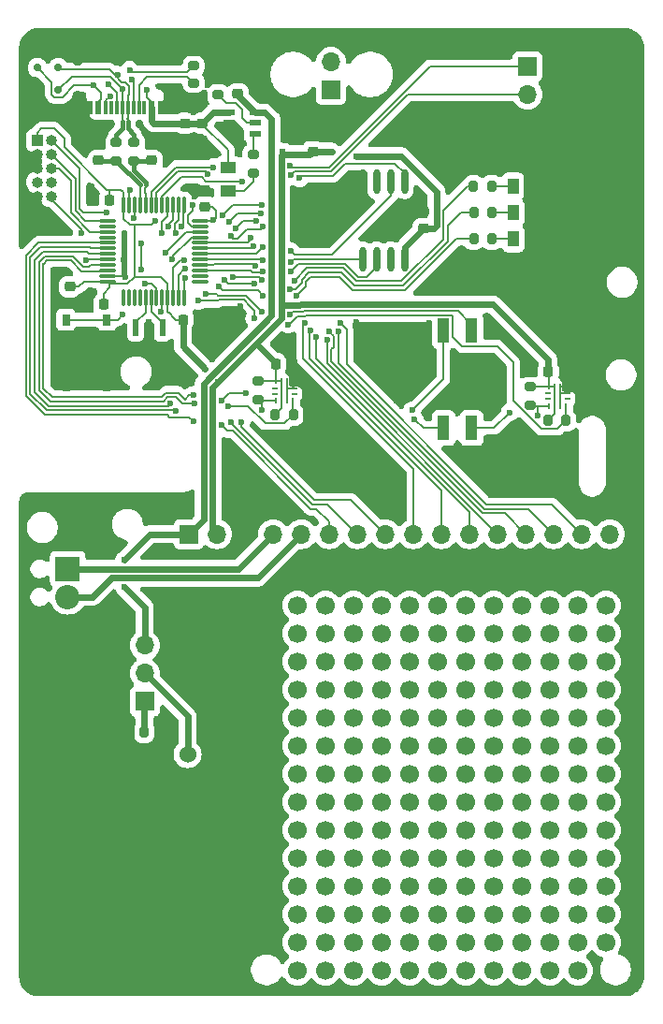
<source format=gbr>
%TF.GenerationSoftware,KiCad,Pcbnew,8.0.8*%
%TF.CreationDate,2025-01-27T11:12:39+01:00*%
%TF.ProjectId,ares-parachute-board,61726573-2d70-4617-9261-63687574652d,rev?*%
%TF.SameCoordinates,Original*%
%TF.FileFunction,Copper,L1,Top*%
%TF.FilePolarity,Positive*%
%FSLAX46Y46*%
G04 Gerber Fmt 4.6, Leading zero omitted, Abs format (unit mm)*
G04 Created by KiCad (PCBNEW 8.0.8) date 2025-01-27 11:12:39*
%MOMM*%
%LPD*%
G01*
G04 APERTURE LIST*
G04 Aperture macros list*
%AMRoundRect*
0 Rectangle with rounded corners*
0 $1 Rounding radius*
0 $2 $3 $4 $5 $6 $7 $8 $9 X,Y pos of 4 corners*
0 Add a 4 corners polygon primitive as box body*
4,1,4,$2,$3,$4,$5,$6,$7,$8,$9,$2,$3,0*
0 Add four circle primitives for the rounded corners*
1,1,$1+$1,$2,$3*
1,1,$1+$1,$4,$5*
1,1,$1+$1,$6,$7*
1,1,$1+$1,$8,$9*
0 Add four rect primitives between the rounded corners*
20,1,$1+$1,$2,$3,$4,$5,0*
20,1,$1+$1,$4,$5,$6,$7,0*
20,1,$1+$1,$6,$7,$8,$9,0*
20,1,$1+$1,$8,$9,$2,$3,0*%
G04 Aperture macros list end*
%TA.AperFunction,ComponentPad*%
%ADD10R,1.700000X1.700000*%
%TD*%
%TA.AperFunction,ComponentPad*%
%ADD11O,1.700000X1.700000*%
%TD*%
%TA.AperFunction,ComponentPad*%
%ADD12C,1.700000*%
%TD*%
%TA.AperFunction,SMDPad,CuDef*%
%ADD13RoundRect,0.225000X0.250000X-0.225000X0.250000X0.225000X-0.250000X0.225000X-0.250000X-0.225000X0*%
%TD*%
%TA.AperFunction,SMDPad,CuDef*%
%ADD14RoundRect,0.200000X0.275000X-0.200000X0.275000X0.200000X-0.275000X0.200000X-0.275000X-0.200000X0*%
%TD*%
%TA.AperFunction,SMDPad,CuDef*%
%ADD15R,0.280000X0.500000*%
%TD*%
%TA.AperFunction,SMDPad,CuDef*%
%ADD16R,0.500000X0.280000*%
%TD*%
%TA.AperFunction,SMDPad,CuDef*%
%ADD17RoundRect,0.225000X0.225000X0.250000X-0.225000X0.250000X-0.225000X-0.250000X0.225000X-0.250000X0*%
%TD*%
%TA.AperFunction,SMDPad,CuDef*%
%ADD18R,0.750000X1.000000*%
%TD*%
%TA.AperFunction,SMDPad,CuDef*%
%ADD19RoundRect,0.175000X0.325000X-0.175000X0.325000X0.175000X-0.325000X0.175000X-0.325000X-0.175000X0*%
%TD*%
%TA.AperFunction,SMDPad,CuDef*%
%ADD20RoundRect,0.150000X0.150000X-0.200000X0.150000X0.200000X-0.150000X0.200000X-0.150000X-0.200000X0*%
%TD*%
%TA.AperFunction,SMDPad,CuDef*%
%ADD21R,0.500000X1.500000*%
%TD*%
%TA.AperFunction,SMDPad,CuDef*%
%ADD22RoundRect,0.200000X-0.275000X0.200000X-0.275000X-0.200000X0.275000X-0.200000X0.275000X0.200000X0*%
%TD*%
%TA.AperFunction,SMDPad,CuDef*%
%ADD23RoundRect,0.200000X0.200000X0.275000X-0.200000X0.275000X-0.200000X-0.275000X0.200000X-0.275000X0*%
%TD*%
%TA.AperFunction,ComponentPad*%
%ADD24R,2.200000X2.200000*%
%TD*%
%TA.AperFunction,ComponentPad*%
%ADD25C,2.200000*%
%TD*%
%TA.AperFunction,SMDPad,CuDef*%
%ADD26O,0.630000X2.250000*%
%TD*%
%TA.AperFunction,SMDPad,CuDef*%
%ADD27RoundRect,0.225000X-0.250000X0.225000X-0.250000X-0.225000X0.250000X-0.225000X0.250000X0.225000X0*%
%TD*%
%TA.AperFunction,SMDPad,CuDef*%
%ADD28RoundRect,0.225000X-0.225000X-0.250000X0.225000X-0.250000X0.225000X0.250000X-0.225000X0.250000X0*%
%TD*%
%TA.AperFunction,SMDPad,CuDef*%
%ADD29R,0.600000X1.070000*%
%TD*%
%TA.AperFunction,SMDPad,CuDef*%
%ADD30R,1.100000X2.200000*%
%TD*%
%TA.AperFunction,SMDPad,CuDef*%
%ADD31R,1.400000X1.000000*%
%TD*%
%TA.AperFunction,SMDPad,CuDef*%
%ADD32RoundRect,0.075000X0.075000X-0.662500X0.075000X0.662500X-0.075000X0.662500X-0.075000X-0.662500X0*%
%TD*%
%TA.AperFunction,SMDPad,CuDef*%
%ADD33RoundRect,0.075000X0.662500X-0.075000X0.662500X0.075000X-0.662500X0.075000X-0.662500X-0.075000X0*%
%TD*%
%TA.AperFunction,ComponentPad*%
%ADD34O,1.000000X2.100000*%
%TD*%
%TA.AperFunction,ComponentPad*%
%ADD35O,1.000000X1.800000*%
%TD*%
%TA.AperFunction,SMDPad,CuDef*%
%ADD36R,0.600000X1.150000*%
%TD*%
%TA.AperFunction,SMDPad,CuDef*%
%ADD37R,0.300000X1.150000*%
%TD*%
%TA.AperFunction,SMDPad,CuDef*%
%ADD38R,1.000000X1.400000*%
%TD*%
%TA.AperFunction,ComponentPad*%
%ADD39R,1.000000X1.000000*%
%TD*%
%TA.AperFunction,ComponentPad*%
%ADD40O,1.000000X1.000000*%
%TD*%
%TA.AperFunction,SMDPad,CuDef*%
%ADD41R,1.040000X0.530000*%
%TD*%
%TA.AperFunction,ComponentPad*%
%ADD42C,1.524000*%
%TD*%
%TA.AperFunction,SMDPad,CuDef*%
%ADD43RoundRect,0.200000X-0.200000X-0.275000X0.200000X-0.275000X0.200000X0.275000X-0.200000X0.275000X0*%
%TD*%
%TA.AperFunction,ViaPad*%
%ADD44C,0.600000*%
%TD*%
%TA.AperFunction,Conductor*%
%ADD45C,0.200000*%
%TD*%
%TA.AperFunction,Conductor*%
%ADD46C,0.400000*%
%TD*%
%TA.AperFunction,Conductor*%
%ADD47C,0.600000*%
%TD*%
G04 APERTURE END LIST*
D10*
%TO.P,J1,1,Pin_1*%
%TO.N,+5V*%
X15580006Y42000008D03*
D11*
%TO.P,J1,2,Pin_2*%
%TO.N,+3.3V*%
X18120006Y42000008D03*
%TO.P,J1,3,Pin_3*%
%TO.N,GND*%
X20660006Y42000008D03*
%TO.P,J1,4,Pin_4*%
%TO.N,/DET+*%
X23200006Y42000008D03*
%TO.P,J1,5,Pin_5*%
%TO.N,/DET-*%
X25740006Y42000008D03*
%TO.P,J1,6,Pin_6*%
%TO.N,/PB5*%
X28280006Y42000008D03*
%TO.P,J1,7,Pin_7*%
%TO.N,/PB8*%
X30820006Y42000008D03*
%TO.P,J1,8,Pin_8*%
%TO.N,/PB9*%
X33360006Y42000008D03*
%TO.P,J1,9,Pin_9*%
%TO.N,/PB0*%
X35900006Y42000008D03*
%TO.P,J1,10,Pin_10*%
%TO.N,/PB1*%
X38440006Y42000008D03*
%TO.P,J1,11,Pin_11*%
%TO.N,/PB2*%
X40980006Y42000008D03*
%TO.P,J1,12,Pin_12*%
%TO.N,/PB15*%
X43520006Y42000008D03*
%TO.P,J1,13,Pin_13*%
%TO.N,/PB14*%
X46060006Y42000008D03*
%TO.P,J1,14,Pin_14*%
%TO.N,/PB13*%
X48600006Y42000008D03*
%TO.P,J1,15,Pin_15*%
%TO.N,/PB12*%
X51140006Y42000008D03*
%TO.P,J1,16,Pin_16*%
%TO.N,unconnected-(J1-Pin_16-Pad16)*%
X53680006Y42000008D03*
%TD*%
D12*
%TO.P, ,1*%
%TO.N,N/C*%
X33020006Y35560008D03*
%TD*%
%TO.P, ,1*%
%TO.N,N/C*%
X35560006Y35560008D03*
%TD*%
%TO.P, ,1*%
%TO.N,N/C*%
X38100006Y35560008D03*
%TD*%
%TO.P, ,1*%
%TO.N,N/C*%
X40640006Y35560008D03*
%TD*%
%TO.P, ,1*%
%TO.N,N/C*%
X43180006Y35560008D03*
%TD*%
%TO.P, ,1*%
%TO.N,N/C*%
X45720006Y35560008D03*
%TD*%
%TO.P, ,1*%
%TO.N,N/C*%
X48260006Y35560008D03*
%TD*%
%TO.P, ,1*%
%TO.N,N/C*%
X50800006Y35560008D03*
%TD*%
%TO.P, ,1*%
%TO.N,N/C*%
X53340006Y35560008D03*
%TD*%
%TO.P, ,1*%
%TO.N,N/C*%
X33020006Y33020008D03*
%TD*%
%TO.P, ,1*%
%TO.N,N/C*%
X35560006Y33020008D03*
%TD*%
%TO.P, ,1*%
%TO.N,N/C*%
X38100006Y33020008D03*
%TD*%
%TO.P, ,1*%
%TO.N,N/C*%
X40640006Y33020008D03*
%TD*%
%TO.P, ,1*%
%TO.N,N/C*%
X43180006Y33020008D03*
%TD*%
%TO.P, ,1*%
%TO.N,N/C*%
X45720006Y33020008D03*
%TD*%
%TO.P, ,1*%
%TO.N,N/C*%
X48260006Y33020008D03*
%TD*%
%TO.P, ,1*%
%TO.N,N/C*%
X50800006Y33020008D03*
%TD*%
%TO.P, ,1*%
%TO.N,N/C*%
X53340006Y33020008D03*
%TD*%
%TO.P, ,1*%
%TO.N,N/C*%
X33020006Y30480008D03*
%TD*%
%TO.P, ,1*%
%TO.N,N/C*%
X35560006Y30480008D03*
%TD*%
%TO.P, ,1*%
%TO.N,N/C*%
X38100006Y30480008D03*
%TD*%
%TO.P, ,1*%
%TO.N,N/C*%
X40640006Y30480008D03*
%TD*%
%TO.P, ,1*%
%TO.N,N/C*%
X43180006Y30480008D03*
%TD*%
%TO.P, ,1*%
%TO.N,N/C*%
X45720006Y30480008D03*
%TD*%
%TO.P, ,1*%
%TO.N,N/C*%
X48260006Y30480008D03*
%TD*%
%TO.P, ,1*%
%TO.N,N/C*%
X50800006Y30480008D03*
%TD*%
%TO.P, ,1*%
%TO.N,N/C*%
X53340006Y30480008D03*
%TD*%
%TO.P, ,1*%
%TO.N,N/C*%
X33020006Y27940008D03*
%TD*%
%TO.P, ,1*%
%TO.N,N/C*%
X35560006Y27940008D03*
%TD*%
%TO.P, ,1*%
%TO.N,N/C*%
X38100006Y27940008D03*
%TD*%
%TO.P, ,1*%
%TO.N,N/C*%
X40640006Y27940008D03*
%TD*%
%TO.P, ,1*%
%TO.N,N/C*%
X43180006Y27940008D03*
%TD*%
%TO.P, ,1*%
%TO.N,N/C*%
X45720006Y27940008D03*
%TD*%
%TO.P, ,1*%
%TO.N,N/C*%
X48260006Y27940008D03*
%TD*%
%TO.P, ,1*%
%TO.N,N/C*%
X50800006Y27940008D03*
%TD*%
%TO.P, ,1*%
%TO.N,N/C*%
X53340006Y27940008D03*
%TD*%
%TO.P, ,1*%
%TO.N,N/C*%
X33020006Y25400008D03*
%TD*%
%TO.P, ,1*%
%TO.N,N/C*%
X35560006Y25400008D03*
%TD*%
%TO.P, ,1*%
%TO.N,N/C*%
X38100006Y25400008D03*
%TD*%
%TO.P, ,1*%
%TO.N,N/C*%
X40640006Y25400008D03*
%TD*%
%TO.P, ,1*%
%TO.N,N/C*%
X43180006Y25400008D03*
%TD*%
%TO.P, ,1*%
%TO.N,N/C*%
X45720006Y25400008D03*
%TD*%
%TO.P, ,1*%
%TO.N,N/C*%
X48260006Y25400008D03*
%TD*%
%TO.P, ,1*%
%TO.N,N/C*%
X50800006Y25400008D03*
%TD*%
%TO.P, ,1*%
%TO.N,N/C*%
X53340006Y25400008D03*
%TD*%
%TO.P, ,1*%
%TO.N,N/C*%
X33020006Y22860008D03*
%TD*%
%TO.P, ,1*%
%TO.N,N/C*%
X35560006Y22860008D03*
%TD*%
%TO.P, ,1*%
%TO.N,N/C*%
X38100006Y22860008D03*
%TD*%
%TO.P, ,1*%
%TO.N,N/C*%
X40640006Y22860008D03*
%TD*%
%TO.P, ,1*%
%TO.N,N/C*%
X43180006Y22860008D03*
%TD*%
%TO.P, ,1*%
%TO.N,N/C*%
X45720006Y22860008D03*
%TD*%
%TO.P, ,1*%
%TO.N,N/C*%
X48260006Y22860008D03*
%TD*%
%TO.P, ,1*%
%TO.N,N/C*%
X50800006Y22860008D03*
%TD*%
%TO.P, ,1*%
%TO.N,N/C*%
X53340006Y22860008D03*
%TD*%
%TO.P, ,1*%
%TO.N,N/C*%
X33020006Y20320008D03*
%TD*%
%TO.P, ,1*%
%TO.N,N/C*%
X35560006Y20320008D03*
%TD*%
%TO.P, ,1*%
%TO.N,N/C*%
X38100006Y20320008D03*
%TD*%
%TO.P, ,1*%
%TO.N,N/C*%
X40640006Y20320008D03*
%TD*%
%TO.P, ,1*%
%TO.N,N/C*%
X43180006Y20320008D03*
%TD*%
%TO.P, ,1*%
%TO.N,N/C*%
X45720006Y20320008D03*
%TD*%
%TO.P, ,1*%
%TO.N,N/C*%
X48260006Y20320008D03*
%TD*%
%TO.P, ,1*%
%TO.N,N/C*%
X50800006Y20320008D03*
%TD*%
%TO.P, ,1*%
%TO.N,N/C*%
X53340006Y20320008D03*
%TD*%
%TO.P, ,1*%
%TO.N,N/C*%
X33020006Y17780008D03*
%TD*%
%TO.P, ,1*%
%TO.N,N/C*%
X35560006Y17780008D03*
%TD*%
%TO.P, ,1*%
%TO.N,N/C*%
X38100006Y17780008D03*
%TD*%
%TO.P, ,1*%
%TO.N,N/C*%
X40640006Y17780008D03*
%TD*%
%TO.P, ,1*%
%TO.N,N/C*%
X43180006Y17780008D03*
%TD*%
%TO.P, ,1*%
%TO.N,N/C*%
X45720006Y17780008D03*
%TD*%
%TO.P, ,1*%
%TO.N,N/C*%
X48260006Y17780008D03*
%TD*%
%TO.P, ,1*%
%TO.N,N/C*%
X50800006Y17780008D03*
%TD*%
%TO.P, ,1*%
%TO.N,N/C*%
X53340006Y17780008D03*
%TD*%
%TO.P, ,1*%
%TO.N,N/C*%
X33020006Y15240008D03*
%TD*%
%TO.P, ,1*%
%TO.N,N/C*%
X35560006Y15240008D03*
%TD*%
%TO.P, ,1*%
%TO.N,N/C*%
X38100006Y15240008D03*
%TD*%
%TO.P, ,1*%
%TO.N,N/C*%
X40640006Y15240008D03*
%TD*%
%TO.P, ,1*%
%TO.N,N/C*%
X43180006Y15240008D03*
%TD*%
%TO.P, ,1*%
%TO.N,N/C*%
X45720006Y15240008D03*
%TD*%
%TO.P, ,1*%
%TO.N,N/C*%
X48260006Y15240008D03*
%TD*%
%TO.P, ,1*%
%TO.N,N/C*%
X50800006Y15240008D03*
%TD*%
%TO.P, ,1*%
%TO.N,N/C*%
X53340006Y15240008D03*
%TD*%
%TO.P, ,1*%
%TO.N,N/C*%
X33020006Y12700008D03*
%TD*%
%TO.P, ,1*%
%TO.N,N/C*%
X35560006Y12700008D03*
%TD*%
%TO.P, ,1*%
%TO.N,N/C*%
X38100006Y12700008D03*
%TD*%
%TO.P, ,1*%
%TO.N,N/C*%
X40640006Y12700008D03*
%TD*%
%TO.P, ,1*%
%TO.N,N/C*%
X43180006Y12700008D03*
%TD*%
%TO.P, ,1*%
%TO.N,N/C*%
X45720006Y12700008D03*
%TD*%
%TO.P, ,1*%
%TO.N,N/C*%
X48260006Y12700008D03*
%TD*%
%TO.P, ,1*%
%TO.N,N/C*%
X50800006Y12700008D03*
%TD*%
%TO.P, ,1*%
%TO.N,N/C*%
X53340006Y12700008D03*
%TD*%
%TO.P, ,1*%
%TO.N,N/C*%
X33020006Y10160008D03*
%TD*%
%TO.P, ,1*%
%TO.N,N/C*%
X35560006Y10160008D03*
%TD*%
%TO.P, ,1*%
%TO.N,N/C*%
X38100006Y10160008D03*
%TD*%
%TO.P, ,1*%
%TO.N,N/C*%
X40640006Y10160008D03*
%TD*%
%TO.P, ,1*%
%TO.N,N/C*%
X43180006Y10160008D03*
%TD*%
%TO.P, ,1*%
%TO.N,N/C*%
X45720006Y10160008D03*
%TD*%
%TO.P, ,1*%
%TO.N,N/C*%
X48260006Y10160008D03*
%TD*%
%TO.P, ,1*%
%TO.N,N/C*%
X50800006Y10160008D03*
%TD*%
%TO.P, ,1*%
%TO.N,N/C*%
X53340006Y10160008D03*
%TD*%
%TO.P, ,1*%
%TO.N,N/C*%
X33020006Y7620008D03*
%TD*%
%TO.P, ,1*%
%TO.N,N/C*%
X35560006Y7620008D03*
%TD*%
%TO.P, ,1*%
%TO.N,N/C*%
X38100006Y7620008D03*
%TD*%
%TO.P, ,1*%
%TO.N,N/C*%
X40640006Y7620008D03*
%TD*%
%TO.P, ,1*%
%TO.N,N/C*%
X43180006Y7620008D03*
%TD*%
%TO.P, ,1*%
%TO.N,N/C*%
X45720006Y7620008D03*
%TD*%
%TO.P, ,1*%
%TO.N,N/C*%
X48260006Y7620008D03*
%TD*%
%TO.P, ,1*%
%TO.N,N/C*%
X50800006Y7620008D03*
%TD*%
%TO.P, ,1*%
%TO.N,N/C*%
X53340006Y7620008D03*
%TD*%
%TO.P, ,1*%
%TO.N,N/C*%
X33020006Y5080008D03*
%TD*%
%TO.P, ,1*%
%TO.N,N/C*%
X35560006Y5080008D03*
%TD*%
%TO.P, ,1*%
%TO.N,N/C*%
X38100006Y5080008D03*
%TD*%
%TO.P, ,1*%
%TO.N,N/C*%
X40640006Y5080008D03*
%TD*%
%TO.P, ,1*%
%TO.N,N/C*%
X43180006Y5080008D03*
%TD*%
%TO.P, ,1*%
%TO.N,N/C*%
X45720006Y5080008D03*
%TD*%
%TO.P, ,1*%
%TO.N,N/C*%
X48260006Y5080008D03*
%TD*%
%TO.P, ,1*%
%TO.N,N/C*%
X50800006Y5080008D03*
%TD*%
%TO.P, ,1*%
%TO.N,N/C*%
X53340006Y5080008D03*
%TD*%
%TO.P, ,1*%
%TO.N,N/C*%
X33020006Y2540008D03*
%TD*%
%TO.P, ,1*%
%TO.N,N/C*%
X35560006Y2540008D03*
%TD*%
%TO.P, ,1*%
%TO.N,N/C*%
X38100006Y2540008D03*
%TD*%
%TO.P, ,1*%
%TO.N,N/C*%
X40640006Y2540008D03*
%TD*%
%TO.P, ,1*%
%TO.N,N/C*%
X43180006Y2540008D03*
%TD*%
%TO.P, ,1*%
%TO.N,N/C*%
X45720006Y2540008D03*
%TD*%
%TO.P, ,1*%
%TO.N,N/C*%
X48260006Y2540008D03*
%TD*%
%TO.P, ,1*%
%TO.N,N/C*%
X50800006Y2540008D03*
%TD*%
D10*
%TO.P,J3,1,Pin_1*%
%TO.N,unconnected-(J3-Pin_1-Pad1)*%
X28429006Y82203008D03*
D11*
%TO.P,J3,2,Pin_2*%
%TO.N,unconnected-(J3-Pin_2-Pad2)*%
X28429006Y84743008D03*
%TD*%
D13*
%TO.P,C1,1*%
%TO.N,/USB_D+*%
X12200006Y75825008D03*
%TO.P,C1,2*%
%TO.N,GND*%
X12200006Y77375008D03*
%TD*%
D12*
%TO.P, ,1*%
%TO.N,N/C*%
X25400006Y15240008D03*
%TD*%
D10*
%TO.P,J5,1,Pin_1*%
%TO.N,/USART1_RX*%
X46225006Y84325008D03*
D11*
%TO.P,J5,2,Pin_2*%
%TO.N,/USART1_TX*%
X46225006Y81785008D03*
%TO.P,J5,3,Pin_3*%
%TO.N,GND*%
X46225006Y79245008D03*
%TD*%
D14*
%TO.P,R5,1*%
%TO.N,GND*%
X16000006Y81175008D03*
%TO.P,R5,2*%
%TO.N,/cc1*%
X16000006Y82825008D03*
%TD*%
D12*
%TO.P, ,1*%
%TO.N,N/C*%
X27940006Y10160008D03*
%TD*%
D15*
%TO.P,U7,1,SCL/SPC*%
%TO.N,/I2C2_SCL_DC*%
X48200006Y53600008D03*
%TO.P,U7,2,CS*%
%TO.N,+3.3V*%
X48700006Y53600008D03*
%TO.P,U7,3,SDO/SA0*%
%TO.N,GND*%
X49200006Y53600008D03*
%TO.P,U7,4,SDA/SDI/SDO*%
%TO.N,/I2C2_SDA*%
X49700006Y53600008D03*
D16*
%TO.P,U7,5,NC*%
%TO.N,unconnected-(U7-NC-Pad5)*%
X49830006Y54230008D03*
%TO.P,U7,6,GND*%
%TO.N,GND*%
X49830006Y54730008D03*
D15*
%TO.P,U7,7,RES*%
X49700006Y55360008D03*
%TO.P,U7,8,GND*%
X49200006Y55360008D03*
%TO.P,U7,9,VDD*%
%TO.N,+3.3V*%
X48700006Y55360008D03*
%TO.P,U7,10,VDDIO*%
X48200006Y55360008D03*
D16*
%TO.P,U7,11,INT2*%
%TO.N,unconnected-(U7-INT2-Pad11)*%
X48070006Y54730008D03*
%TO.P,U7,12,INT1*%
%TO.N,unconnected-(U7-INT1-Pad12)*%
X48070006Y54230008D03*
%TD*%
D17*
%TO.P,C15,1*%
%TO.N,+3.3V*%
X7875006Y62800008D03*
%TO.P,C15,2*%
%TO.N,GND*%
X6325006Y62800008D03*
%TD*%
D13*
%TO.P,C12,1*%
%TO.N,+3.3V*%
X17000006Y71625008D03*
%TO.P,C12,2*%
%TO.N,GND*%
X17000006Y73175008D03*
%TD*%
D18*
%TO.P,SW1,1,A*%
%TO.N,GND*%
X4450006Y55400008D03*
%TO.P,SW1,2,B*%
%TO.N,/~{RESET}*%
X4450006Y61400008D03*
%TO.P,SW1,3,C*%
%TO.N,GND*%
X8150006Y55400008D03*
%TO.P,SW1,4,D*%
%TO.N,/~{RESET}*%
X8150006Y61400008D03*
%TD*%
D12*
%TO.P, ,1*%
%TO.N,N/C*%
X27940006Y7620008D03*
%TD*%
%TO.P, ,1*%
%TO.N,N/C*%
X25400006Y27940008D03*
%TD*%
D13*
%TO.P,C6,1*%
%TO.N,/USB_D-*%
X7400006Y75825008D03*
%TO.P,C6,2*%
%TO.N,GND*%
X7400006Y77375008D03*
%TD*%
%TO.P,C3,1*%
%TO.N,+5V*%
X20000006Y81825008D03*
%TO.P,C3,2*%
%TO.N,GND*%
X20000006Y83375008D03*
%TD*%
D12*
%TO.P, ,1*%
%TO.N,N/C*%
X30480006Y12700008D03*
%TD*%
D15*
%TO.P,U5,1,SCL/SPC*%
%TO.N,/I2C1_SCL_DC*%
X23475006Y54085008D03*
%TO.P,U5,2,CS*%
%TO.N,+3.3V*%
X23975006Y54085008D03*
%TO.P,U5,3,SDO/SA0*%
%TO.N,GND*%
X24475006Y54085008D03*
%TO.P,U5,4,SDA/SDI/SDO*%
%TO.N,/I2C1_SDA*%
X24975006Y54085008D03*
D16*
%TO.P,U5,5,NC*%
%TO.N,unconnected-(U5-NC-Pad5)*%
X25105006Y54715008D03*
%TO.P,U5,6,GND*%
%TO.N,GND*%
X25105006Y55215008D03*
D15*
%TO.P,U5,7,RES*%
X24975006Y55845008D03*
%TO.P,U5,8,GND*%
X24475006Y55845008D03*
%TO.P,U5,9,VDD*%
%TO.N,+3.3V*%
X23975006Y55845008D03*
%TO.P,U5,10,VDDIO*%
X23475006Y55845008D03*
D16*
%TO.P,U5,11,INT2*%
%TO.N,unconnected-(U5-INT2-Pad11)*%
X23345006Y55215008D03*
%TO.P,U5,12,INT1*%
%TO.N,unconnected-(U5-INT1-Pad12)*%
X23345006Y54715008D03*
%TD*%
D12*
%TO.P, ,1*%
%TO.N,N/C*%
X27940006Y22860008D03*
%TD*%
%TO.P, ,1*%
%TO.N,N/C*%
X27940006Y20320008D03*
%TD*%
%TO.P, ,1*%
%TO.N,N/C*%
X25400006Y30480008D03*
%TD*%
%TO.P, ,1*%
%TO.N,N/C*%
X27940006Y30480008D03*
%TD*%
%TO.P, ,1*%
%TO.N,N/C*%
X30480006Y20320008D03*
%TD*%
D19*
%TO.P,U3,1,GND*%
%TO.N,GND*%
X2050006Y82200008D03*
D20*
%TO.P,U3,2,IO*%
%TO.N,/d-*%
X3750006Y82200008D03*
%TO.P,U3,3,IO*%
%TO.N,/d+*%
X3750006Y84200008D03*
%TO.P,U3,4,VCC*%
%TO.N,VBUS*%
X1850006Y84200008D03*
%TD*%
D21*
%TO.P,X1,1*%
%TO.N,Net-(U6-PD0)*%
X10770006Y60700008D03*
%TO.P,X1,2*%
%TO.N,GND*%
X11970006Y60700008D03*
%TO.P,X1,3*%
%TO.N,Net-(U6-PD1)*%
X13170006Y60700008D03*
%TD*%
D22*
%TO.P,R7,1*%
%TO.N,+3.3V*%
X21800006Y55825008D03*
%TO.P,R7,2*%
%TO.N,/I2C1_SCL_DC*%
X21800006Y54175008D03*
%TD*%
D23*
%TO.P,R12,1*%
%TO.N,Net-(LED2-Pad1)*%
X43000006Y73500008D03*
%TO.P,R12,2*%
%TO.N,/RED*%
X41350006Y73500008D03*
%TD*%
D12*
%TO.P, ,1*%
%TO.N,N/C*%
X27940006Y2540008D03*
%TD*%
%TO.P, ,1*%
%TO.N,N/C*%
X25400006Y17780008D03*
%TD*%
%TO.P, ,1*%
%TO.N,N/C*%
X27940006Y27940008D03*
%TD*%
D13*
%TO.P,C7,1*%
%TO.N,+3.3V*%
X36800006Y69625008D03*
%TO.P,C7,2*%
%TO.N,GND*%
X36800006Y71175008D03*
%TD*%
D12*
%TO.P, ,1*%
%TO.N,N/C*%
X30480006Y22860008D03*
%TD*%
%TO.P, ,1*%
%TO.N,N/C*%
X30480006Y25400008D03*
%TD*%
%TO.P, ,1*%
%TO.N,N/C*%
X25400006Y10160008D03*
%TD*%
%TO.P, ,1*%
%TO.N,N/C*%
X25400006Y12700008D03*
%TD*%
D24*
%TO.P,J6,1,Pin_1*%
%TO.N,/DET+*%
X4600006Y38870008D03*
D25*
%TO.P,J6,2,Pin_2*%
%TO.N,/DET-*%
X4600006Y36330008D03*
%TD*%
D26*
%TO.P,U4,1,~{CS}*%
%TO.N,/~{MEM_CS}*%
X35110006Y73930008D03*
%TO.P,U4,2,DO*%
%TO.N,/SPI1_MISO*%
X33830006Y73930008D03*
%TO.P,U4,3,IO2*%
%TO.N,unconnected-(U4-IO2-Pad3)*%
X32570006Y73930008D03*
%TO.P,U4,4,GND*%
%TO.N,GND*%
X31300006Y73930008D03*
%TO.P,U4,5,DI*%
%TO.N,/SPI1_MOSI*%
X31300006Y66870008D03*
%TO.P,U4,6,CLK*%
%TO.N,/SPI1_SCK*%
X32570006Y66870008D03*
%TO.P,U4,7,IO3*%
%TO.N,unconnected-(U4-IO3-Pad7)*%
X33830006Y66870008D03*
%TO.P,U4,8,VCC*%
%TO.N,+3.3V*%
X35110006Y66870008D03*
%TD*%
D12*
%TO.P, ,1*%
%TO.N,N/C*%
X30480006Y17780008D03*
%TD*%
D27*
%TO.P,C5,1*%
%TO.N,VBUS*%
X16800006Y79175008D03*
%TO.P,C5,2*%
%TO.N,GND*%
X16800006Y77625008D03*
%TD*%
D13*
%TO.P,C2,1*%
%TO.N,+3.3V*%
X26800006Y76625008D03*
%TO.P,C2,2*%
%TO.N,GND*%
X26800006Y78175008D03*
%TD*%
D28*
%TO.P,C9,1*%
%TO.N,+3.3V*%
X23425006Y57400008D03*
%TO.P,C9,2*%
%TO.N,GND*%
X24975006Y57400008D03*
%TD*%
D22*
%TO.P,R4,1*%
%TO.N,GND*%
X18200006Y83425008D03*
%TO.P,R4,2*%
%TO.N,Net-(U2-ILIM)*%
X18200006Y81775008D03*
%TD*%
D12*
%TO.P, ,1*%
%TO.N,N/C*%
X30480006Y7620008D03*
%TD*%
%TO.P, ,1*%
%TO.N,N/C*%
X30480006Y33020008D03*
%TD*%
D28*
%TO.P,C16,1*%
%TO.N,+3.3V*%
X48125006Y56695008D03*
%TO.P,C16,2*%
%TO.N,GND*%
X49675006Y56695008D03*
%TD*%
D12*
%TO.P, ,1*%
%TO.N,N/C*%
X25400006Y33020008D03*
%TD*%
D10*
%TO.P,JP1,1,A*%
%TO.N,Net-(JP1-A)*%
X11575006Y26875008D03*
D11*
%TO.P,JP1,2,C*%
%TO.N,Net-(JP1-C)*%
X11575006Y29415008D03*
%TO.P,JP1,3,B*%
%TO.N,+5V*%
X11575006Y31955008D03*
%TD*%
D17*
%TO.P,C11,1*%
%TO.N,+3.3V*%
X8375006Y72200008D03*
%TO.P,C11,2*%
%TO.N,GND*%
X6825006Y72200008D03*
%TD*%
D12*
%TO.P, ,1*%
%TO.N,N/C*%
X30480006Y30480008D03*
%TD*%
%TO.P, ,1*%
%TO.N,N/C*%
X30480006Y15240008D03*
%TD*%
D27*
%TO.P,C14,1*%
%TO.N,+3.3V*%
X4800006Y64375008D03*
%TO.P,C14,2*%
%TO.N,GND*%
X4800006Y62825008D03*
%TD*%
D29*
%TO.P,U1,1,GND*%
%TO.N,GND*%
X24950006Y78840008D03*
%TO.P,U1,2,Vin*%
%TO.N,+5V*%
X23050006Y78840008D03*
%TO.P,U1,3,Vout*%
%TO.N,+3.3V*%
X24000006Y76360008D03*
%TD*%
D30*
%TO.P,U8,1,1*%
%TO.N,/I2C1_SCL_DC*%
X38630006Y51600008D03*
%TO.P,U8,2,2*%
%TO.N,/I2C2_SCL_DC*%
X41170006Y51600008D03*
%TO.P,U8,3,3*%
%TO.N,/I2C2_SCL*%
X41170006Y60400008D03*
%TO.P,U8,4,4*%
%TO.N,/I2C1_SCL*%
X38630006Y60400008D03*
%TD*%
D12*
%TO.P, ,1*%
%TO.N,N/C*%
X25400006Y5080008D03*
%TD*%
D31*
%TO.P,LED1,1*%
%TO.N,VBUS*%
X19100006Y75150008D03*
%TO.P,LED1,2*%
%TO.N,Net-(LED1-Pad2)*%
X19100006Y73050008D03*
%TD*%
D12*
%TO.P, ,1*%
%TO.N,N/C*%
X30480006Y35560008D03*
%TD*%
%TO.P, ,1*%
%TO.N,N/C*%
X25400006Y25400008D03*
%TD*%
D23*
%TO.P,R14,1*%
%TO.N,Net-(LED4-Pad1)*%
X43012506Y68700008D03*
%TO.P,R14,2*%
%TO.N,/GRN*%
X41362506Y68700008D03*
%TD*%
D32*
%TO.P,U6,1,VBAT*%
%TO.N,unconnected-(U6-VBAT-Pad1)*%
X9650006Y63437508D03*
%TO.P,U6,2,PC13*%
%TO.N,unconnected-(U6-PC13-Pad2)*%
X10150006Y63437508D03*
%TO.P,U6,3,PC14*%
%TO.N,unconnected-(U6-PC14-Pad3)*%
X10650006Y63437508D03*
%TO.P,U6,4,PC15*%
%TO.N,unconnected-(U6-PC15-Pad4)*%
X11150006Y63437508D03*
%TO.P,U6,5,PD0*%
%TO.N,Net-(U6-PD0)*%
X11650006Y63437508D03*
%TO.P,U6,6,PD1*%
%TO.N,Net-(U6-PD1)*%
X12150006Y63437508D03*
%TO.P,U6,7,NRST*%
%TO.N,/~{RESET}*%
X12650006Y63437508D03*
%TO.P,U6,8,VSSA*%
%TO.N,GND*%
X13150006Y63437508D03*
%TO.P,U6,9,VDDA*%
%TO.N,+3.3V*%
X13650006Y63437508D03*
%TO.P,U6,10,PA0*%
%TO.N,/RED*%
X14150006Y63437508D03*
%TO.P,U6,11,PA1*%
%TO.N,/YLW*%
X14650006Y63437508D03*
%TO.P,U6,12,PA2*%
%TO.N,/GRN*%
X15150006Y63437508D03*
D33*
%TO.P,U6,13,PA3*%
%TO.N,/PA3*%
X16562506Y64850008D03*
%TO.P,U6,14,PA4*%
%TO.N,unconnected-(U6-PA4-Pad14)*%
X16562506Y65350008D03*
%TO.P,U6,15,PA5*%
%TO.N,/SPI1_SCK*%
X16562506Y65850008D03*
%TO.P,U6,16,PA6*%
%TO.N,/SPI1_MISO*%
X16562506Y66350008D03*
%TO.P,U6,17,PA7*%
%TO.N,/SPI1_MOSI*%
X16562506Y66850008D03*
%TO.P,U6,18,PB0*%
%TO.N,/PB0*%
X16562506Y67350008D03*
%TO.P,U6,19,PB1*%
%TO.N,/PB1*%
X16562506Y67850008D03*
%TO.P,U6,20,PB2*%
%TO.N,/PB2*%
X16562506Y68350008D03*
%TO.P,U6,21,PB10*%
%TO.N,/I2C2_SCL*%
X16562506Y68850008D03*
%TO.P,U6,22,PB11*%
%TO.N,/I2C2_SDA*%
X16562506Y69350008D03*
%TO.P,U6,23,VSS*%
%TO.N,GND*%
X16562506Y69850008D03*
%TO.P,U6,24,VDD*%
%TO.N,+3.3V*%
X16562506Y70350008D03*
D32*
%TO.P,U6,25,PB12*%
%TO.N,/PB12*%
X15150006Y71762508D03*
%TO.P,U6,26,PB13*%
%TO.N,/PB13*%
X14650006Y71762508D03*
%TO.P,U6,27,PB14*%
%TO.N,/PB14*%
X14150006Y71762508D03*
%TO.P,U6,28,PB15*%
%TO.N,/PB15*%
X13650006Y71762508D03*
%TO.P,U6,29,PA8*%
%TO.N,/~{MEM_CS}*%
X13150006Y71762508D03*
%TO.P,U6,30,PA9*%
%TO.N,/USART1_TX*%
X12650006Y71762508D03*
%TO.P,U6,31,PA10*%
%TO.N,/USART1_RX*%
X12150006Y71762508D03*
%TO.P,U6,32,PA11*%
%TO.N,/USB_D+*%
X11650006Y71762508D03*
%TO.P,U6,33,PA12*%
%TO.N,/USB_D-*%
X11150006Y71762508D03*
%TO.P,U6,34,PA13*%
%TO.N,/SWDIO*%
X10650006Y71762508D03*
%TO.P,U6,35,VSS*%
%TO.N,GND*%
X10150006Y71762508D03*
%TO.P,U6,36,VDD*%
%TO.N,+3.3V*%
X9650006Y71762508D03*
D33*
%TO.P,U6,37,PA14*%
%TO.N,/SWCLK*%
X8237506Y70350008D03*
%TO.P,U6,38,PA15*%
%TO.N,unconnected-(U6-PA15-Pad38)*%
X8237506Y69850008D03*
%TO.P,U6,39,PB3*%
%TO.N,/SWO*%
X8237506Y69350008D03*
%TO.P,U6,40,PB4*%
%TO.N,unconnected-(U6-PB4-Pad40)*%
X8237506Y68850008D03*
%TO.P,U6,41,PB5*%
%TO.N,/PB5*%
X8237506Y68350008D03*
%TO.P,U6,42,PB6*%
%TO.N,/I2C1_SCL*%
X8237506Y67850008D03*
%TO.P,U6,43,PB7*%
%TO.N,/I2C1_SDA*%
X8237506Y67350008D03*
%TO.P,U6,44,BOOT0*%
%TO.N,GND*%
X8237506Y66850008D03*
%TO.P,U6,45,PB8*%
%TO.N,/PB8*%
X8237506Y66350008D03*
%TO.P,U6,46,PB9*%
%TO.N,/PB9*%
X8237506Y65850008D03*
%TO.P,U6,47,VSS*%
%TO.N,GND*%
X8237506Y65350008D03*
%TO.P,U6,48,VDD*%
%TO.N,+3.3V*%
X8237506Y64850008D03*
%TD*%
D12*
%TO.P, ,1*%
%TO.N,N/C*%
X27940006Y17780008D03*
%TD*%
%TO.P, ,1*%
%TO.N,N/C*%
X25400006Y20320008D03*
%TD*%
%TO.P, ,1*%
%TO.N,N/C*%
X27940006Y15240008D03*
%TD*%
%TO.P, ,1*%
%TO.N,N/C*%
X30480006Y2540008D03*
%TD*%
D34*
%TO.P,USB1,1,SHELL*%
%TO.N,GND*%
X14120006Y81115008D03*
%TO.P,USB1,2,SHELL*%
X5480006Y81115008D03*
D35*
%TO.P,USB1,3,SHELL*%
X14120006Y85265008D03*
%TO.P,USB1,4,SHELL*%
X5480006Y85265008D03*
D36*
%TO.P,USB1,A1B12,GND*%
X13000006Y80545008D03*
%TO.P,USB1,A4B9,VBUS*%
%TO.N,VBUS*%
X12200006Y80545008D03*
D37*
%TO.P,USB1,A5,CC1*%
%TO.N,/cc1*%
X11050006Y80545008D03*
%TO.P,USB1,A6,DP1*%
%TO.N,/d+*%
X10050006Y80545008D03*
%TO.P,USB1,A7,DN1*%
%TO.N,/d-*%
X9550006Y80545008D03*
%TO.P,USB1,A8,SBU1*%
%TO.N,unconnected-(USB1-SBU1-PadA8)*%
X11550006Y80545008D03*
D36*
%TO.P,USB1,B1A12,GND*%
%TO.N,GND*%
X6600006Y80545008D03*
%TO.P,USB1,B4A9,VBUS*%
%TO.N,VBUS*%
X7400006Y80545008D03*
D37*
%TO.P,USB1,B5,CC2*%
%TO.N,/cc2*%
X8050006Y80545008D03*
%TO.P,USB1,B6,DP2*%
%TO.N,/d+*%
X9050006Y80545008D03*
%TO.P,USB1,B7,DN2*%
%TO.N,/d-*%
X10550006Y80545008D03*
%TO.P,USB1,B8,SBU2*%
%TO.N,unconnected-(USB1-SBU2-PadB8)*%
X8550006Y80545008D03*
%TD*%
D12*
%TO.P, ,1*%
%TO.N,N/C*%
X25400006Y35560008D03*
%TD*%
D23*
%TO.P,R8,1*%
%TO.N,/I2C1_SDA*%
X25025006Y52800008D03*
%TO.P,R8,2*%
%TO.N,+3.3V*%
X23375006Y52800008D03*
%TD*%
D22*
%TO.P,R6,1*%
%TO.N,GND*%
X16000006Y86025008D03*
%TO.P,R6,2*%
%TO.N,/cc2*%
X16000006Y84375008D03*
%TD*%
D28*
%TO.P,C13,1*%
%TO.N,+3.3V*%
X15025006Y61400008D03*
%TO.P,C13,2*%
%TO.N,GND*%
X16575006Y61400008D03*
%TD*%
D22*
%TO.P,R10,1*%
%TO.N,+3.3V*%
X46500006Y55320008D03*
%TO.P,R10,2*%
%TO.N,/I2C2_SCL_DC*%
X46500006Y53670008D03*
%TD*%
D38*
%TO.P,LED2,1*%
%TO.N,Net-(LED2-Pad1)*%
X44925006Y73500008D03*
%TO.P,LED2,2*%
%TO.N,GND*%
X47025006Y73500008D03*
%TD*%
D12*
%TO.P, ,1*%
%TO.N,N/C*%
X25400006Y7620008D03*
%TD*%
%TO.P, ,1*%
%TO.N,N/C*%
X30480006Y10160008D03*
%TD*%
D39*
%TO.P,J4,1,VTref*%
%TO.N,+3.3V*%
X1830006Y77640008D03*
D40*
%TO.P,J4,2,SWDIO/TMS*%
%TO.N,/SWDIO*%
X3100006Y77640008D03*
%TO.P,J4,3,GND*%
%TO.N,GND*%
X1830006Y76370008D03*
%TO.P,J4,4,SWCLK/TCK*%
%TO.N,/SWCLK*%
X3100006Y76370008D03*
%TO.P,J4,5,GND*%
%TO.N,GND*%
X1830006Y75100008D03*
%TO.P,J4,6,SWO/TDO*%
%TO.N,/SWO*%
X3100006Y75100008D03*
%TO.P,J4,7,KEY*%
%TO.N,unconnected-(J4-KEY-Pad7)*%
X1830006Y73830008D03*
%TO.P,J4,8,NC/TDI*%
%TO.N,unconnected-(J4-NC{slash}TDI-Pad8)*%
X3100006Y73830008D03*
%TO.P,J4,9,GNDDetect*%
%TO.N,GND*%
X1830006Y72560008D03*
%TO.P,J4,10,~{RESET}*%
%TO.N,/~{RESET}*%
X3100006Y72560008D03*
%TD*%
D41*
%TO.P,U2,1,IN*%
%TO.N,VBUS*%
X19250006Y80150008D03*
%TO.P,U2,2,GND*%
%TO.N,GND*%
X19250006Y79200008D03*
%TO.P,U2,3,~{EN}*%
X19250006Y78250008D03*
%TO.P,U2,4,~{FAULT}*%
%TO.N,Net-(U2-~{FAULT})*%
X21550006Y78250008D03*
%TO.P,U2,5,ILIM*%
%TO.N,Net-(U2-ILIM)*%
X21550006Y79200008D03*
%TO.P,U2,6,OUT*%
%TO.N,+5V*%
X21550006Y80150008D03*
%TD*%
D12*
%TO.P, ,1*%
%TO.N,N/C*%
X25400006Y22860008D03*
%TD*%
D23*
%TO.P,R13,1*%
%TO.N,Net-(LED3-Pad1)*%
X43025006Y71100008D03*
%TO.P,R13,2*%
%TO.N,/YLW*%
X41375006Y71100008D03*
%TD*%
D38*
%TO.P,LED3,1*%
%TO.N,Net-(LED3-Pad1)*%
X44950006Y71100008D03*
%TO.P,LED3,2*%
%TO.N,GND*%
X47050006Y71100008D03*
%TD*%
D23*
%TO.P,R11,1*%
%TO.N,/I2C2_SDA*%
X49725006Y52295008D03*
%TO.P,R11,2*%
%TO.N,+3.3V*%
X48075006Y52295008D03*
%TD*%
D12*
%TO.P, ,1*%
%TO.N,N/C*%
X27940006Y33020008D03*
%TD*%
%TO.P, ,1*%
%TO.N,N/C*%
X30480006Y27940008D03*
%TD*%
%TO.P, ,1*%
%TO.N,N/C*%
X25400006Y2540008D03*
%TD*%
D38*
%TO.P,LED4,1*%
%TO.N,Net-(LED4-Pad1)*%
X44937506Y68700008D03*
%TO.P,LED4,2*%
%TO.N,GND*%
X47037506Y68700008D03*
%TD*%
D12*
%TO.P, ,1*%
%TO.N,N/C*%
X27940006Y35560008D03*
%TD*%
D22*
%TO.P,R1,1*%
%TO.N,/d+*%
X10600006Y77425008D03*
%TO.P,R1,2*%
%TO.N,/USB_D+*%
X10600006Y75775008D03*
%TD*%
D42*
%TO.P,C17,1*%
%TO.N,Net-(JP1-C)*%
X15450006Y22100008D03*
%TO.P,C17,2*%
%TO.N,GND*%
X3950006Y22100008D03*
%TD*%
D43*
%TO.P,R15,1*%
%TO.N,GND*%
X9875006Y24100008D03*
%TO.P,R15,2*%
%TO.N,Net-(JP1-A)*%
X11525006Y24100008D03*
%TD*%
D27*
%TO.P,C4,1*%
%TO.N,VBUS*%
X15200006Y79175008D03*
%TO.P,C4,2*%
%TO.N,GND*%
X15200006Y77625008D03*
%TD*%
D12*
%TO.P, ,1*%
%TO.N,N/C*%
X27940006Y5080008D03*
%TD*%
%TO.P, ,1*%
%TO.N,N/C*%
X27940006Y25400008D03*
%TD*%
D22*
%TO.P,R2,1*%
%TO.N,/d-*%
X9000006Y77425008D03*
%TO.P,R2,2*%
%TO.N,/USB_D-*%
X9000006Y75775008D03*
%TD*%
D12*
%TO.P, ,1*%
%TO.N,N/C*%
X30480006Y5080008D03*
%TD*%
D22*
%TO.P,R3,1*%
%TO.N,Net-(U2-~{FAULT})*%
X21400006Y76325008D03*
%TO.P,R3,2*%
%TO.N,Net-(LED1-Pad2)*%
X21400006Y74675008D03*
%TD*%
D12*
%TO.P, ,1*%
%TO.N,N/C*%
X27940006Y12700008D03*
%TD*%
D44*
%TO.N,GND*%
X17800006Y61400008D03*
X7100006Y55300008D03*
X30700006Y61200008D03*
X15900006Y71800008D03*
X43200006Y53800008D03*
X44600006Y59500008D03*
X2000006Y81200008D03*
X20200006Y62600008D03*
X36800006Y72400008D03*
X16000006Y87100008D03*
X30400006Y74000008D03*
X9774271Y65300009D03*
X13800006Y77600008D03*
X17700006Y57800008D03*
X6700006Y64100008D03*
X37300006Y61100008D03*
X6200006Y77400008D03*
X16000006Y80200008D03*
X26100006Y79300008D03*
X10219217Y73139745D03*
X4000006Y62900008D03*
X26100006Y55900008D03*
X5400006Y55300008D03*
X15900006Y73500008D03*
X48500006Y72300008D03*
X46500006Y56800008D03*
X13052470Y62095687D03*
X17100006Y76100008D03*
X20400006Y77400008D03*
X12100006Y59400008D03*
X6300006Y66800008D03*
X20000006Y84500008D03*
X34400006Y54100008D03*
X36300006Y55000008D03*
X6800006Y73500008D03*
X18200006Y84500008D03*
X43100006Y58000008D03*
X24800006Y58700008D03*
X48500006Y69900008D03*
%TO.N,+3.3V*%
X12500006Y70300008D03*
X30707114Y76192900D03*
X17000006Y57000008D03*
X17800006Y70400008D03*
X18165691Y55734323D03*
X28500006Y76600008D03*
%TO.N,/I2C1_SCL_DC*%
X22200006Y53200008D03*
X36000006Y52400008D03*
%TO.N,/I2C2_SCL_DC*%
X47187717Y52702853D03*
X44600006Y53000008D03*
%TO.N,+5V*%
X9700006Y39670008D03*
X9700006Y37270008D03*
%TO.N,VBUS*%
X6950311Y82600008D03*
X11800006Y82200008D03*
%TO.N,/PB8*%
X19400006Y52100008D03*
X16100006Y53800008D03*
%TO.N,/PB14*%
X13700006Y69792521D03*
X21659374Y70338360D03*
X28308001Y60377799D03*
X19802288Y69632229D03*
%TO.N,/PB2*%
X21199139Y68799001D03*
X27060536Y59823668D03*
%TO.N,/PB5*%
X18500006Y51900008D03*
X16000006Y52185429D03*
%TO.N,/PB9*%
X20300006Y52100008D03*
X16000006Y54600008D03*
%TO.N,/PB12*%
X29300006Y61100008D03*
X22200006Y71800008D03*
X18600006Y70822843D03*
X14900006Y69800008D03*
%TO.N,/PB0*%
X26100006Y61100008D03*
X22250006Y68000008D03*
%TO.N,/PB1*%
X26543767Y60434366D03*
X21398631Y68024271D03*
%TO.N,/PB15*%
X19384463Y68950008D03*
X28073305Y59612997D03*
X13100006Y69200008D03*
X22250006Y69798772D03*
%TO.N,/PB13*%
X29143112Y60315541D03*
X19200006Y70215651D03*
X14360640Y69209171D03*
X22099629Y71006327D03*
%TO.N,/~{RESET}*%
X11222799Y65900008D03*
X5860055Y69260057D03*
X11222799Y68300008D03*
X11611992Y64675007D03*
X9600006Y61900008D03*
%TO.N,/SWDIO*%
X8100006Y71100008D03*
X10600006Y70600008D03*
%TO.N,/USART1_RX*%
X24738649Y75297654D03*
X17800006Y75200008D03*
%TO.N,/USART1_TX*%
X17287857Y74585429D03*
X24800006Y74500008D03*
%TO.N,/cc2*%
X8450006Y81620007D03*
X10200006Y84000008D03*
%TO.N,/I2C2_SCL*%
X22200006Y62100008D03*
X17100006Y63700008D03*
X14067905Y66889420D03*
X24738649Y61900008D03*
%TO.N,/I2C2_SDA*%
X24538395Y60977842D03*
X13491861Y67444558D03*
X21500006Y61500008D03*
X16434364Y63100008D03*
%TO.N,/I2C1_SCL*%
X14412155Y53185429D03*
X20700006Y54800008D03*
X35800006Y53200008D03*
X18500006Y54100008D03*
%TO.N,/I2C1_SDA*%
X13900006Y53800008D03*
X19165649Y53575008D03*
%TO.N,/RED*%
X15190585Y66823566D03*
X22192970Y65001580D03*
X19538610Y65250008D03*
X25100006Y64900008D03*
%TO.N,/YLW*%
X18765649Y65043769D03*
X21479891Y64638919D03*
X24738649Y64143902D03*
X15224271Y66024273D03*
%TO.N,/GRN*%
X15200006Y65200008D03*
X25343900Y63543902D03*
X22250006Y63600008D03*
X18296789Y64395560D03*
%TO.N,/SPI1_MISO*%
X21588883Y66250008D03*
X24800006Y67600008D03*
%TO.N,/SPI1_SCK*%
X22250006Y65799547D03*
X24800006Y65800008D03*
%TO.N,/SPI1_MOSI*%
X22250006Y66800008D03*
X24775741Y66624273D03*
%TO.N,/~{MEM_CS}*%
X25600006Y74200008D03*
X20400006Y73900008D03*
%TO.N,/d+*%
X8277212Y82708587D03*
X9125742Y83557116D03*
%TO.N,/d-*%
X9550006Y82284322D03*
X10398536Y83132851D03*
%TD*%
D45*
%TO.N,GND*%
X6225006Y77375008D02*
X6200006Y77400008D01*
X10150006Y73070534D02*
X10219217Y73139745D01*
X9724272Y65350008D02*
X8237506Y65350008D01*
X24975006Y55345008D02*
X25105006Y55215008D01*
X13150006Y63437508D02*
X13150006Y62193223D01*
X11970006Y59530008D02*
X12100006Y59400008D01*
X9774271Y65300009D02*
X9724272Y65350008D01*
X13150006Y62193223D02*
X13052470Y62095687D01*
X24475006Y54085008D02*
X24475006Y55075008D01*
X15792596Y69850008D02*
X15500006Y70142598D01*
X15900006Y71242598D02*
X15900006Y71800008D01*
X49200006Y55360008D02*
X49200006Y54695008D01*
X24490006Y55215008D02*
X24475006Y55200008D01*
X6350006Y66850008D02*
X8237506Y66850008D01*
X15500006Y70842598D02*
X15900006Y71242598D01*
X24475006Y55075008D02*
X24475006Y55200008D01*
X49830006Y54730008D02*
X49235006Y54730008D01*
X49700006Y55360008D02*
X49200006Y55360008D01*
X15500006Y70142598D02*
X15500006Y70842598D01*
X6300006Y66800008D02*
X6350006Y66850008D01*
X49200006Y54695008D02*
X49200006Y53600008D01*
X25105006Y55215008D02*
X24490006Y55215008D01*
X24475006Y55200008D02*
X24475006Y55845008D01*
X16562506Y69850008D02*
X15792596Y69850008D01*
X2050006Y81250008D02*
X2000006Y81200008D01*
X24975006Y55845008D02*
X24975006Y55345008D01*
X49235006Y54730008D02*
X49200006Y54695008D01*
X11970006Y60700008D02*
X11970006Y59530008D01*
X10150006Y71762508D02*
X10150006Y73070534D01*
D46*
%TO.N,/USB_D+*%
X10600006Y75775008D02*
X10600006Y74882115D01*
X11650006Y73832115D02*
X11650006Y73600008D01*
D45*
X11650006Y72868759D02*
X11650006Y71762508D01*
X11650006Y73417902D02*
X11625006Y73392902D01*
X11625006Y72893759D02*
X11650006Y72868759D01*
X11650006Y73600008D02*
X11650006Y73417902D01*
D46*
X10600006Y75775008D02*
X12150006Y75775008D01*
D45*
X11625006Y73392902D02*
X11625006Y72893759D01*
D46*
X12150006Y75775008D02*
X12200006Y75825008D01*
X10600006Y74882115D02*
X11650006Y73832115D01*
%TO.N,/USB_D-*%
X11150006Y73625008D02*
X11150006Y73600008D01*
D45*
X11175006Y73367901D02*
X11175006Y72893759D01*
D46*
X7450006Y75775008D02*
X7400006Y75825008D01*
D45*
X11150006Y72868759D02*
X11150006Y71762508D01*
X11150006Y73392901D02*
X11175006Y73367901D01*
X11175006Y72893759D02*
X11150006Y72868759D01*
D46*
X9000006Y75775008D02*
X11150006Y73625008D01*
D45*
X11150006Y73600008D02*
X11150006Y73392901D01*
D46*
X9000006Y75775008D02*
X7450006Y75775008D01*
D45*
%TO.N,+3.3V*%
X13887654Y61925008D02*
X14175006Y61637656D01*
X9650006Y72950008D02*
X9425006Y73175008D01*
X21820006Y55845008D02*
X21800006Y55825008D01*
D47*
X17000006Y57000008D02*
X15025006Y58975008D01*
D45*
X9425006Y73175008D02*
X8375006Y73175008D01*
X7875006Y63775008D02*
X8387505Y64287507D01*
X5575006Y64375008D02*
X4800006Y64375008D01*
X3400006Y78700008D02*
X2200006Y78700008D01*
X9650006Y71762508D02*
X9650006Y72950008D01*
X23475006Y55845008D02*
X21820006Y55845008D01*
X8387505Y64700009D02*
X8237506Y64850008D01*
X48200006Y55360008D02*
X46540006Y55360008D01*
D47*
X35110006Y66870008D02*
X35110006Y67935008D01*
X48125006Y57770008D02*
X48125006Y56695008D01*
D45*
X7875006Y62800008D02*
X7875006Y63775008D01*
X48700006Y55360008D02*
X48200006Y55360008D01*
X2200006Y78700008D02*
X1830006Y78330008D01*
D47*
X23425006Y57400008D02*
X23425006Y57475008D01*
X23938649Y62700008D02*
X25600006Y62700008D01*
X25700006Y62800008D02*
X43095006Y62800008D01*
D45*
X48700006Y53600008D02*
X48700006Y55360008D01*
X48200006Y55360008D02*
X48200006Y56620008D01*
D47*
X21665691Y59234323D02*
X18165691Y55734323D01*
X26800006Y76625008D02*
X28475006Y76625008D01*
D45*
X23475006Y55845008D02*
X23475006Y57350008D01*
X23975006Y55845008D02*
X23475006Y55845008D01*
D47*
X37725006Y69625008D02*
X36800006Y69625008D01*
D45*
X13051477Y65300008D02*
X10622799Y65300008D01*
X10200006Y70000008D02*
X9650006Y70550008D01*
D47*
X24000006Y76360008D02*
X26535006Y76360008D01*
D45*
X13875006Y61925008D02*
X13887654Y61925008D01*
D47*
X24000006Y76360008D02*
X23938649Y76298651D01*
D45*
X8375006Y73175008D02*
X8130692Y73175008D01*
X23975006Y54085008D02*
X23975006Y55845008D01*
X10622799Y69977215D02*
X10600006Y70000008D01*
D47*
X17700006Y42420008D02*
X18120006Y42000008D01*
X18165691Y55734323D02*
X17700006Y55268638D01*
D45*
X48700006Y53600008D02*
X48700006Y52920008D01*
X12500006Y70300008D02*
X12200006Y70000008D01*
X17675006Y71625008D02*
X17000006Y71625008D01*
X8375006Y72200008D02*
X8375006Y73175008D01*
X12200006Y70000008D02*
X10600006Y70000008D01*
X8130692Y73175008D02*
X4300006Y77005694D01*
D47*
X30707114Y76192900D02*
X34809698Y76192900D01*
X34809698Y76192900D02*
X38000006Y73002592D01*
D45*
X8387505Y64287507D02*
X8387505Y64700009D01*
X9650006Y70550008D02*
X9650006Y71762508D01*
D47*
X15025006Y58975008D02*
X15025006Y61400008D01*
D45*
X10022800Y64700009D02*
X8387505Y64700009D01*
X13650006Y64701479D02*
X13400006Y64951479D01*
X1830006Y78330008D02*
X1830006Y77640008D01*
X18000006Y70600008D02*
X18000006Y71300008D01*
X23975006Y53400008D02*
X23375006Y52800008D01*
D47*
X23938649Y62700008D02*
X23938649Y61507281D01*
D45*
X18000006Y71300008D02*
X17675006Y71625008D01*
D47*
X43095006Y62800008D02*
X48125006Y57770008D01*
D45*
X13650006Y63437508D02*
X13650006Y64701479D01*
X46540006Y55360008D02*
X46500006Y55320008D01*
X17750006Y70350008D02*
X17800006Y70400008D01*
D47*
X26535006Y76360008D02*
X26800006Y76625008D01*
D45*
X48700006Y52920008D02*
X48075006Y52295008D01*
D47*
X25600006Y62700008D02*
X25700006Y62800008D01*
D45*
X17800006Y70400008D02*
X18000006Y70600008D01*
X10622799Y65300008D02*
X10622799Y69977215D01*
D47*
X23938649Y76298651D02*
X23938649Y62700008D01*
D45*
X14175006Y61637656D02*
X14175006Y61625008D01*
X6050006Y64850008D02*
X5575006Y64375008D01*
D47*
X23425006Y57475008D02*
X21665691Y59234323D01*
X38000006Y69900008D02*
X37725006Y69625008D01*
D45*
X4300006Y77800008D02*
X3400006Y78700008D01*
X14175006Y61625008D02*
X14400006Y61400008D01*
X23475006Y57350008D02*
X23425006Y57400008D01*
X10622799Y65300008D02*
X10022800Y64700009D01*
D47*
X38000006Y73002592D02*
X38000006Y69900008D01*
D45*
X23975006Y54085008D02*
X23975006Y53400008D01*
D47*
X23938649Y61507281D02*
X21665691Y59234323D01*
X17700006Y55268638D02*
X17700006Y42420008D01*
X35110006Y67935008D02*
X36800006Y69625008D01*
D45*
X4300006Y77005694D02*
X4300006Y77800008D01*
X13650006Y63437508D02*
X13650006Y62150008D01*
X10600006Y70000008D02*
X10200006Y70000008D01*
X13650006Y62150008D02*
X13875006Y61925008D01*
X48200006Y56620008D02*
X48125006Y56695008D01*
X16562506Y70350008D02*
X17750006Y70350008D01*
X14400006Y61400008D02*
X15025006Y61400008D01*
D47*
X28475006Y76625008D02*
X28500006Y76600008D01*
D45*
X13400006Y64951479D02*
X13051477Y65300008D01*
X8237506Y64850008D02*
X6050006Y64850008D01*
%TO.N,/I2C1_SCL_DC*%
X38630006Y51600008D02*
X36800006Y51600008D01*
X21890006Y54085008D02*
X21800006Y54175008D01*
X22200006Y53200008D02*
X22200006Y53775008D01*
X23475006Y54085008D02*
X21890006Y54085008D01*
X22200006Y53775008D02*
X21800006Y54175008D01*
X36800006Y51600008D02*
X36000006Y52400008D01*
%TO.N,/I2C2_SCL_DC*%
X47187717Y53587719D02*
X47200006Y53600008D01*
X47200006Y53600008D02*
X46570006Y53600008D01*
X46570006Y53600008D02*
X46500006Y53670008D01*
X41170006Y51600008D02*
X43200006Y51600008D01*
X47187717Y52702853D02*
X47187717Y53587719D01*
X43200006Y51600008D02*
X44600006Y53000008D01*
X47400006Y53600008D02*
X47200006Y53600008D01*
X48200006Y53600008D02*
X47400006Y53600008D01*
D47*
%TO.N,Net-(JP1-C)*%
X15450006Y25540008D02*
X15450006Y22100008D01*
X11575006Y29415008D02*
X15450006Y25540008D01*
%TO.N,+5V*%
X16900006Y43320008D02*
X15580006Y42000008D01*
X23050006Y79550008D02*
X22450006Y80150008D01*
X22450006Y80150008D02*
X21550006Y80150008D01*
X9700006Y39670008D02*
X12030006Y42000008D01*
X16900006Y55600008D02*
X16900006Y43320008D01*
X23050006Y78840008D02*
X23050006Y61750008D01*
X12030006Y42000008D02*
X15580006Y42000008D01*
X11575006Y35395008D02*
X9700006Y37270008D01*
X23050006Y78840008D02*
X23050006Y79550008D01*
X20000006Y81700008D02*
X21550006Y80150008D01*
X23050006Y61750008D02*
X16900006Y55600008D01*
X20000006Y81825008D02*
X20000006Y81700008D01*
X11575006Y31955008D02*
X11575006Y35395008D01*
D45*
%TO.N,VBUS*%
X3150006Y81763637D02*
X3363635Y81550008D01*
X16800006Y79100008D02*
X19100006Y76800008D01*
X19100006Y76800008D02*
X19100006Y75150008D01*
X5200006Y82600008D02*
X6950311Y82600008D01*
D47*
X17775006Y80150008D02*
X16800006Y79175008D01*
X12395006Y79175008D02*
X15200006Y79175008D01*
D45*
X7635006Y81314703D02*
X7400006Y81079703D01*
X3363635Y81550008D02*
X4150006Y81550008D01*
X6950311Y82600008D02*
X7635006Y81915313D01*
D47*
X15200006Y79175008D02*
X16800006Y79175008D01*
D45*
X7400006Y81079703D02*
X7400006Y80545008D01*
X12200006Y80545008D02*
X12200006Y81079703D01*
X1850006Y84200008D02*
X3150006Y82900008D01*
X16800006Y79175008D02*
X16800006Y79100008D01*
X11800006Y81479703D02*
X11800006Y82200008D01*
X12200006Y81079703D02*
X11800006Y81479703D01*
D47*
X19250006Y80150008D02*
X17775006Y80150008D01*
X12200006Y79370008D02*
X12395006Y79175008D01*
D45*
X4150006Y81550008D02*
X5200006Y82600008D01*
X3150006Y82900008D02*
X3150006Y81763637D01*
D47*
X12200006Y80545008D02*
X12200006Y79370008D01*
D45*
X7635006Y81915313D02*
X7635006Y81314703D01*
%TO.N,/PB8*%
X15000006Y53800008D02*
X16100006Y53800008D01*
X8237506Y66350008D02*
X6698535Y66350008D01*
X11200006Y54000008D02*
X13251477Y54000008D01*
X6548535Y66200008D02*
X6000006Y66200008D01*
X2515692Y67150008D02*
X2182849Y66817165D01*
X2000006Y55034322D02*
X3034320Y54000008D01*
X4800006Y67150008D02*
X2515692Y67150008D01*
X6698535Y66350008D02*
X6548535Y66200008D01*
X2000006Y66634322D02*
X2000006Y55300008D01*
X19900006Y51534322D02*
X20134321Y51300008D01*
X5050006Y67150008D02*
X4800006Y67150008D01*
X14400006Y54400008D02*
X15000006Y53800008D01*
X19400006Y52100008D02*
X19400006Y52034322D01*
X26734321Y44700008D02*
X28120006Y44700008D01*
X6000006Y66200008D02*
X5050006Y67150008D01*
X19400006Y52034322D02*
X19900006Y51534322D01*
X13251477Y54000008D02*
X13651477Y54400008D01*
X2182849Y66817165D02*
X2000006Y66634322D01*
X13651477Y54400008D02*
X14400006Y54400008D01*
X3034320Y54000008D02*
X11200006Y54000008D01*
X28120006Y44700008D02*
X30820006Y42000008D01*
X2000006Y55300008D02*
X2000006Y55034322D01*
X20134321Y51300008D02*
X26734321Y44700008D01*
%TO.N,/PB14*%
X20508419Y70338360D02*
X19802288Y69632229D01*
X44167163Y43892851D02*
X42192849Y43892851D01*
X13700006Y70014223D02*
X13700006Y69792521D01*
X28673305Y59936819D02*
X28308001Y60302123D01*
X14150006Y71762508D02*
X14150006Y70464223D01*
X14150006Y70464223D02*
X13700006Y70014223D01*
X42192849Y43892851D02*
X28473305Y57612395D01*
X28473305Y57612395D02*
X28473305Y58700008D01*
X21659374Y70338360D02*
X20508419Y70338360D01*
X28473305Y58700008D02*
X28673305Y58900008D01*
X28308001Y60302123D02*
X28308001Y60377799D01*
X46060006Y42000008D02*
X44167163Y43892851D01*
X28673305Y58900008D02*
X28673305Y59936819D01*
%TO.N,/PB2*%
X20875839Y68350008D02*
X16562506Y68350008D01*
X27060536Y57893792D02*
X40980006Y43974322D01*
X21199139Y68799001D02*
X21199139Y68673308D01*
X40980006Y43974322D02*
X40980006Y42000008D01*
X27060536Y59823668D02*
X27060536Y57893792D01*
X21199139Y68673308D02*
X20875839Y68350008D01*
%TO.N,/PB5*%
X13814585Y52585429D02*
X15600006Y52585429D01*
X13600006Y52800008D02*
X13814585Y52585429D01*
X8237506Y68350008D02*
X1950006Y68350008D01*
X1950006Y68350008D02*
X800006Y67200008D01*
X19534320Y51334322D02*
X26568634Y44300008D01*
X2537262Y52800008D02*
X13600006Y52800008D01*
X28280006Y43120008D02*
X28280006Y42000008D01*
X18500006Y51900008D02*
X19065692Y51334322D01*
X800006Y54537264D02*
X2537262Y52800008D01*
X26568634Y44300008D02*
X27100006Y44300008D01*
X19065692Y51334322D02*
X19534320Y51334322D01*
X800006Y67200008D02*
X800006Y66100008D01*
X27100006Y44300008D02*
X28280006Y43120008D01*
X15600006Y52585429D02*
X16000006Y52185429D01*
X800006Y66100008D02*
X800006Y54537264D01*
D47*
%TO.N,/DET+*%
X20070006Y38870008D02*
X23200006Y42000008D01*
X4600006Y38870008D02*
X20070006Y38870008D01*
D45*
%TO.N,/PB9*%
X2431378Y66500008D02*
X2400006Y66468636D01*
X20300006Y51700008D02*
X20300006Y52100008D01*
X33360006Y42000008D02*
X30260006Y45100008D01*
X2400006Y60400008D02*
X2400006Y55200008D01*
X13085791Y54400008D02*
X13142899Y54457116D01*
X13142899Y54457116D02*
X13485791Y54800008D01*
X4800006Y66750008D02*
X2681378Y66750008D01*
X2681378Y66750008D02*
X2415692Y66484322D01*
X30260006Y45100008D02*
X26900006Y45100008D01*
X2400006Y66468636D02*
X2400006Y60400008D01*
X14600006Y54800008D02*
X15200006Y54200008D01*
X15200006Y54200008D02*
X15600006Y54600008D01*
X11600006Y54400008D02*
X13085791Y54400008D01*
X2415692Y66484322D02*
X2431378Y66500008D01*
X26900006Y45100008D02*
X20300006Y51700008D01*
X8237506Y65850008D02*
X8187506Y65800008D01*
X4884320Y66750008D02*
X4800006Y66750008D01*
X13485791Y54800008D02*
X14600006Y54800008D01*
X3200006Y54400008D02*
X11600006Y54400008D01*
X8187506Y65800008D02*
X5834320Y65800008D01*
X2400006Y55200008D02*
X3200006Y54400008D01*
X5834320Y65800008D02*
X4884320Y66750008D01*
X15600006Y54600008D02*
X16000006Y54600008D01*
%TO.N,/PB12*%
X19577171Y71800008D02*
X18600006Y70822843D01*
X15100006Y71712508D02*
X15100006Y70000008D01*
X29858535Y57358537D02*
X29858535Y60541479D01*
X51140006Y42000008D02*
X48440006Y44700008D01*
X48440006Y44700008D02*
X42517064Y44700008D01*
X15100006Y70000008D02*
X14900006Y69800008D01*
X29858535Y60541479D02*
X29300006Y61100008D01*
X42517064Y44700008D02*
X29858535Y57358537D01*
X22200006Y71800008D02*
X19577171Y71800008D01*
%TO.N,/PB0*%
X26100006Y61100008D02*
X25943767Y60943769D01*
X25943767Y60943769D02*
X25943767Y57879189D01*
X16612506Y67400008D02*
X16562506Y67350008D01*
X21650006Y67400008D02*
X16612506Y67400008D01*
X22250006Y68000008D02*
X21650006Y67400008D01*
X35900006Y47922950D02*
X35900006Y42000008D01*
X25943767Y57879189D02*
X35900006Y47922950D01*
D47*
%TO.N,/DET-*%
X8570006Y38070008D02*
X21810006Y38070008D01*
X21810006Y38070008D02*
X25740006Y42000008D01*
X4600006Y36330008D02*
X6830006Y36330008D01*
X6830006Y36330008D02*
X8570006Y38070008D01*
D45*
%TO.N,/PB1*%
X21224368Y67850008D02*
X21398631Y68024271D01*
X26460536Y57928106D02*
X38440006Y45948636D01*
X38440006Y45948636D02*
X38440006Y42000008D01*
X26460536Y60351135D02*
X26460536Y57928106D01*
X16562506Y67850008D02*
X21224368Y67850008D01*
X26543767Y60434366D02*
X26460536Y60351135D01*
%TO.N,/PB15*%
X19584463Y68750008D02*
X19384463Y68950008D01*
X13100006Y70242598D02*
X13100006Y69200008D01*
X13650006Y70792598D02*
X13100006Y70242598D01*
X19950006Y68750008D02*
X19584463Y68750008D01*
X43520006Y42000008D02*
X28073305Y57446709D01*
X20800006Y69600008D02*
X19950006Y68750008D01*
X22250006Y69798772D02*
X22051242Y69600008D01*
X13650006Y71762508D02*
X13650006Y70792598D01*
X28073305Y57446709D02*
X28073305Y59612997D01*
X22051242Y69600008D02*
X20800006Y69600008D01*
%TO.N,/PB13*%
X14300006Y70048537D02*
X14300006Y69269805D01*
X22099629Y71006327D02*
X19990682Y71006327D01*
X42351378Y44300008D02*
X46300006Y44300008D01*
X19990682Y71006327D02*
X19200006Y70215651D01*
X14650006Y70398537D02*
X14300006Y70048537D01*
X14300006Y69269805D02*
X14360640Y69209171D01*
X29143112Y57508274D02*
X42351378Y44300008D01*
X14650006Y71762508D02*
X14650006Y70398537D01*
X46300006Y44300008D02*
X48600006Y42000008D01*
X29143112Y60315541D02*
X29143112Y57508274D01*
%TO.N,/~{RESET}*%
X5860055Y69542901D02*
X3100006Y72302950D01*
X12650006Y64207418D02*
X12650006Y63437508D01*
X8150006Y61400008D02*
X4450006Y61400008D01*
X11611992Y64675007D02*
X12182417Y64675007D01*
X9100006Y61400008D02*
X8150006Y61400008D01*
X11222799Y68300008D02*
X11222799Y65900008D01*
X12182417Y64675007D02*
X12650006Y64207418D01*
X5860055Y69260057D02*
X5860055Y69542901D01*
X9600006Y61900008D02*
X9100006Y61400008D01*
X3100006Y72302950D02*
X3100006Y72560008D01*
%TO.N,/SWCLK*%
X6184320Y70350008D02*
X5300006Y71234322D01*
X5300006Y74170008D02*
X3100006Y76370008D01*
X8237506Y70350008D02*
X6184320Y70350008D01*
X5300006Y71234322D02*
X5300006Y74170008D01*
%TO.N,/SWDIO*%
X8100006Y71100008D02*
X6000006Y71100008D01*
X10650006Y70650008D02*
X10600006Y70600008D01*
X10650006Y71762508D02*
X10650006Y70650008D01*
X6000006Y71100008D02*
X5700006Y71400008D01*
X5700006Y75040008D02*
X3100006Y77640008D01*
X5700006Y71400008D02*
X5700006Y75040008D01*
%TO.N,/SWO*%
X4900006Y74000008D02*
X3800006Y75100008D01*
X3800006Y75100008D02*
X3100006Y75100008D01*
X4900006Y71068636D02*
X4900006Y74000008D01*
X6618634Y69350008D02*
X4900006Y71068636D01*
X8237506Y69350008D02*
X6618634Y69350008D01*
%TO.N,/USART1_RX*%
X28268634Y75200008D02*
X37393634Y84325008D01*
X37393634Y84325008D02*
X46225006Y84325008D01*
X24738649Y75297654D02*
X24836295Y75200008D01*
X12150006Y71762508D02*
X12150006Y72950008D01*
X12150006Y72950008D02*
X14400006Y75200008D01*
X24836295Y75200008D02*
X28268634Y75200008D01*
X14400006Y75200008D02*
X17800006Y75200008D01*
%TO.N,/USART1_TX*%
X14565692Y74800008D02*
X17073278Y74800008D01*
X12650006Y72884322D02*
X14565692Y74800008D01*
X35419320Y81785008D02*
X46225006Y81785008D01*
X28434320Y74800008D02*
X35419320Y81785008D01*
X25100006Y74800008D02*
X28434320Y74800008D01*
X24800006Y74500008D02*
X25100006Y74800008D01*
X12650006Y71762508D02*
X12650006Y72884322D01*
X17073278Y74800008D02*
X17287857Y74585429D01*
%TO.N,Net-(LED1-Pad2)*%
X21400006Y74675008D02*
X21400006Y73910058D01*
X21400006Y73910058D02*
X20539956Y73050008D01*
X20539956Y73050008D02*
X19100006Y73050008D01*
%TO.N,Net-(LED2-Pad1)*%
X43000006Y73500008D02*
X44925006Y73500008D01*
%TO.N,Net-(LED3-Pad1)*%
X43025006Y71100008D02*
X44950006Y71100008D01*
%TO.N,Net-(LED4-Pad1)*%
X43012506Y68700008D02*
X44937506Y68700008D01*
X43037506Y68700008D02*
X44962506Y68700008D01*
%TO.N,Net-(U2-~{FAULT})*%
X21400006Y76325008D02*
X21400006Y78100008D01*
X21400006Y78100008D02*
X21550006Y78250008D01*
%TO.N,Net-(U2-ILIM)*%
X19800006Y81000008D02*
X18975006Y81000008D01*
X20830006Y79200008D02*
X20400006Y79630008D01*
X18975006Y81000008D02*
X18200006Y81775008D01*
X21550006Y79200008D02*
X20830006Y79200008D01*
X20400006Y80400008D02*
X19800006Y81000008D01*
X20400006Y79630008D02*
X20400006Y80400008D01*
%TO.N,/cc1*%
X11800006Y83400008D02*
X15425006Y83400008D01*
X11050006Y80545008D02*
X11050006Y82650008D01*
X11050006Y82650008D02*
X11800006Y83400008D01*
X15425006Y83400008D02*
X16000006Y82825008D01*
%TO.N,/cc2*%
X8450006Y81620007D02*
X8050006Y81220007D01*
X10200006Y84000008D02*
X10400006Y83800008D01*
X8050006Y81220007D02*
X8050006Y80545008D01*
X10400006Y83800008D02*
X15425006Y83800008D01*
X15425006Y83800008D02*
X16000006Y84375008D01*
%TO.N,Net-(U6-PD1)*%
X13170006Y61129622D02*
X12150006Y62149622D01*
X13170006Y60700008D02*
X13170006Y61129622D01*
X12150006Y62149622D02*
X12150006Y63437508D01*
%TO.N,/I2C2_SCL*%
X14067905Y66889420D02*
X14067905Y67125317D01*
X41170006Y60400008D02*
X41170006Y60950008D01*
X39920006Y62200008D02*
X26000006Y62200008D01*
X18200006Y63600008D02*
X20300006Y63600008D01*
X25900006Y62100008D02*
X24938649Y62100008D01*
X41170006Y60950008D02*
X39920006Y62200008D01*
X14067905Y67125317D02*
X15792596Y68850008D01*
X24938649Y62100008D02*
X24738649Y61900008D01*
X20300006Y63600008D02*
X20700006Y63600008D01*
X20700006Y63600008D02*
X22200006Y62100008D01*
X18100006Y63700008D02*
X18200006Y63600008D01*
X26000006Y62200008D02*
X25900006Y62100008D01*
X15792596Y68850008D02*
X16562506Y68850008D01*
X17100006Y63700008D02*
X18100006Y63700008D01*
%TO.N,/I2C2_SDA*%
X18200006Y63100008D02*
X18300006Y63200008D01*
X49700006Y53600008D02*
X49700006Y52320008D01*
X18300006Y63200008D02*
X20000006Y63200008D01*
X13491861Y67491863D02*
X15350006Y69350008D01*
X13491861Y67444558D02*
X13491861Y67491863D01*
X21500006Y62234322D02*
X21500006Y61500008D01*
X15350006Y69350008D02*
X16562506Y69350008D01*
X39480006Y59840008D02*
X40320006Y59000008D01*
X44925742Y57574272D02*
X44925742Y54056624D01*
X20534320Y63200008D02*
X21117163Y62617165D01*
X26100006Y61700008D02*
X26200006Y61800008D01*
X16434364Y63100008D02*
X18200006Y63100008D01*
X49700006Y52320008D02*
X49725006Y52295008D01*
X48950006Y51520008D02*
X49725006Y52295008D01*
X47462358Y51520008D02*
X48950006Y51520008D01*
X43500006Y59000008D02*
X44925742Y57574272D01*
X20000006Y63200008D02*
X20534320Y63200008D01*
X24538395Y60977842D02*
X24665012Y60977842D01*
X40320006Y59000008D02*
X43500006Y59000008D01*
X24665012Y60977842D02*
X25387178Y61700008D01*
X39480006Y61800008D02*
X39480006Y59840008D01*
X44925742Y54056624D02*
X47462358Y51520008D01*
X25387178Y61700008D02*
X26100006Y61700008D01*
X21117163Y62617165D02*
X21500006Y62234322D01*
X26200006Y61800008D02*
X39480006Y61800008D01*
%TO.N,/I2C1_SCL*%
X1200006Y66500008D02*
X1200006Y54702950D01*
X2150006Y67950008D02*
X1200006Y67000008D01*
X14397576Y53200008D02*
X14412155Y53185429D01*
X10700006Y53200008D02*
X14397576Y53200008D01*
X6700006Y67850008D02*
X6600006Y67950008D01*
X19200006Y54800008D02*
X20700006Y54800008D01*
X5200006Y67950008D02*
X2150006Y67950008D01*
X18500006Y54100008D02*
X19200006Y54800008D01*
X6600006Y67950008D02*
X5200006Y67950008D01*
X1200006Y67000008D02*
X1200006Y66500008D01*
X38630006Y56030008D02*
X38630006Y60400008D01*
X1200006Y54702950D02*
X2702948Y53200008D01*
X8237506Y67850008D02*
X6700006Y67850008D01*
X2702948Y53200008D02*
X10700006Y53200008D01*
X35800006Y53200008D02*
X38630006Y56030008D01*
%TO.N,/I2C1_SDA*%
X6100006Y67550008D02*
X2700006Y67550008D01*
X2868634Y53600008D02*
X1600006Y54868636D01*
X6550006Y67350008D02*
X6350006Y67550008D01*
X24250006Y52025008D02*
X25025006Y52800008D01*
X8237506Y67350008D02*
X6550006Y67350008D01*
X22475006Y52025008D02*
X24250006Y52025008D01*
X24975006Y52850008D02*
X25025006Y52800008D01*
X13700006Y53600008D02*
X2868634Y53600008D01*
X1600006Y66800008D02*
X2350006Y67550008D01*
X6350006Y67550008D02*
X6100006Y67550008D01*
X2350006Y67550008D02*
X2700006Y67550008D01*
X24975006Y54085008D02*
X24975006Y52850008D01*
X13900006Y53800008D02*
X13700006Y53600008D01*
X19165649Y53575008D02*
X20925006Y53575008D01*
X2700006Y67550008D02*
X2500006Y67550008D01*
X1600006Y54868636D02*
X1600006Y66800008D01*
X20925006Y53575008D02*
X22475006Y52025008D01*
%TO.N,/RED*%
X38600006Y71300008D02*
X40800006Y73500008D01*
X21944542Y65250008D02*
X22192970Y65001580D01*
X38600006Y68680267D02*
X38600006Y71300008D01*
X34819747Y64900008D02*
X38600006Y68680267D01*
X19538610Y65250008D02*
X21944542Y65250008D01*
X15190585Y66823566D02*
X14850581Y66823566D01*
X14100248Y66073233D02*
X14100248Y63487266D01*
X26270006Y66070008D02*
X29564320Y66070008D01*
X30734320Y64900008D02*
X34819747Y64900008D01*
X25100006Y64900008D02*
X26270006Y66070008D01*
X40800006Y73500008D02*
X41350006Y73500008D01*
X14100248Y63487266D02*
X14150006Y63437508D01*
X29564320Y66070008D02*
X30734320Y64900008D01*
X14850581Y66823566D02*
X14100248Y66073233D01*
%TO.N,/YLW*%
X25782849Y64734322D02*
X25782849Y65017165D01*
X25192429Y64143902D02*
X25782849Y64734322D01*
X19159410Y64650008D02*
X21468802Y64650008D01*
X34985433Y64500008D02*
X39000006Y68514581D01*
X18765649Y65043769D02*
X19159410Y64650008D01*
X26435692Y65670008D02*
X29398634Y65670008D01*
X21468802Y64650008D02*
X21479891Y64638919D01*
X29398634Y65670008D02*
X30568634Y64500008D01*
X14600006Y63487508D02*
X14650006Y63437508D01*
X30568634Y64500008D02*
X34985433Y64500008D01*
X14600006Y65448537D02*
X14600006Y63487508D01*
X24738649Y64143902D02*
X25192429Y64143902D01*
X15224271Y66024273D02*
X15175742Y66024273D01*
X25782849Y65017165D02*
X26435692Y65670008D01*
X39000006Y69900008D02*
X40200006Y71100008D01*
X15175742Y66024273D02*
X14600006Y65448537D01*
X39000006Y68514581D02*
X39000006Y69900008D01*
X40200006Y71100008D02*
X41375006Y71100008D01*
%TO.N,/GRN*%
X25343900Y63543902D02*
X26182849Y64382851D01*
X29200006Y65270008D02*
X30370006Y64100008D01*
X26601378Y65270008D02*
X29200006Y65270008D01*
X21811095Y64038919D02*
X18653430Y64038919D01*
X30370006Y64100008D02*
X35151119Y64100008D01*
X26182849Y64851479D02*
X26601378Y65270008D01*
X15150006Y63437508D02*
X15150006Y65150008D01*
X39751119Y68700008D02*
X41362506Y68700008D01*
X18653430Y64038919D02*
X18296789Y64395560D01*
X26182849Y64382851D02*
X26182849Y64851479D01*
X22250006Y63600008D02*
X21811095Y64038919D01*
X15150006Y65150008D02*
X15200006Y65200008D01*
X35151119Y64100008D02*
X39751119Y68700008D01*
%TO.N,/SPI1_MISO*%
X21388883Y66450008D02*
X17900006Y66450008D01*
X28500006Y67270008D02*
X25130006Y67270008D01*
X21588883Y66250008D02*
X21388883Y66450008D01*
X29630006Y68400008D02*
X28500006Y67270008D01*
X25130006Y67270008D02*
X24800006Y67600008D01*
X17900006Y66450008D02*
X17800006Y66350008D01*
X33830006Y72600008D02*
X29630006Y68400008D01*
X33830006Y73930008D02*
X33830006Y72600008D01*
X17800006Y66350008D02*
X16562506Y66350008D01*
%TO.N,/SPI1_SCK*%
X29730006Y66470008D02*
X30900006Y65300008D01*
X24800006Y65800008D02*
X25470006Y66470008D01*
X21340354Y65650008D02*
X22100467Y65650008D01*
X32570006Y66870008D02*
X32570006Y66030008D01*
X22100467Y65650008D02*
X22250006Y65799547D01*
X32570006Y66170008D02*
X32570006Y66870008D01*
X30900006Y65300008D02*
X31700006Y65300008D01*
X31700006Y65300008D02*
X32570006Y66170008D01*
X25470006Y66470008D02*
X29730006Y66470008D01*
X21140354Y65850008D02*
X21340354Y65650008D01*
X16562506Y65850008D02*
X21140354Y65850008D01*
%TO.N,Net-(U6-PD0)*%
X10770006Y61200008D02*
X11650006Y62080008D01*
X10770006Y60700008D02*
X10770006Y61200008D01*
X11650006Y62080008D02*
X11650006Y63437508D01*
%TO.N,/SPI1_MOSI*%
X22200006Y66850008D02*
X22250006Y66800008D01*
X24775741Y66624273D02*
X25021476Y66870008D01*
X25021476Y66870008D02*
X31300006Y66870008D01*
X16562506Y66850008D02*
X22200006Y66850008D01*
%TO.N,/~{MEM_CS}*%
X14917596Y74300008D02*
X16724749Y74300008D01*
X17099749Y73925008D02*
X20375006Y73925008D01*
X13150006Y71762508D02*
X13150006Y72532418D01*
X16724749Y74300008D02*
X17099749Y73925008D01*
X25800006Y74400008D02*
X28600006Y74400008D01*
X35110006Y74625008D02*
X35110006Y73930008D01*
X28600006Y74400008D02*
X29700006Y75500008D01*
X34235006Y75500008D02*
X35110006Y74625008D01*
X25600006Y74200008D02*
X25800006Y74400008D01*
X29700006Y75500008D02*
X34235006Y75500008D01*
X20375006Y73925008D02*
X20400006Y73900008D01*
X13150006Y72532418D02*
X14917596Y74300008D01*
%TO.N,/d+*%
X10050006Y81650008D02*
X10050006Y80545008D01*
X9515692Y82884322D02*
X9798535Y82884322D01*
X10150006Y82532851D02*
X10150006Y81750008D01*
X8800006Y83600008D02*
X9515692Y82884322D01*
X8600006Y83800008D02*
X8335006Y84065008D01*
X8335006Y84065008D02*
X8200006Y84065008D01*
X10050006Y79532311D02*
X10000006Y79582311D01*
X9798535Y82884322D02*
X10150006Y82532851D01*
D46*
X10600006Y77425008D02*
X10600006Y78137509D01*
D45*
X10000006Y79632507D02*
X10050006Y79682507D01*
X10000006Y79582311D02*
X10000006Y79632507D01*
X8800006Y83600008D02*
X8600006Y83800008D01*
X9050006Y81950008D02*
X9050006Y80545008D01*
X10050006Y79682507D02*
X10050006Y80545008D01*
D46*
X10600006Y78137509D02*
X10050006Y78687509D01*
D45*
X9125742Y83557116D02*
X8842898Y83557116D01*
X8277212Y82708587D02*
X8291427Y82708587D01*
X3750006Y84200008D02*
X3885006Y84065008D01*
X8291427Y82708587D02*
X9050006Y81950008D01*
X10150006Y81750008D02*
X10050006Y81650008D01*
X10050006Y79325204D02*
X10050006Y79532311D01*
D46*
X10050006Y78687509D02*
X10050006Y79325204D01*
D45*
X3885006Y84065008D02*
X8200006Y84065008D01*
X8842898Y83557116D02*
X8800006Y83600008D01*
%TO.N,/d-*%
X8434320Y83400008D02*
X9550006Y82284322D01*
X10398536Y83132851D02*
X10550006Y82981381D01*
D46*
X9000006Y78137509D02*
X9550006Y78687509D01*
D45*
X10550006Y82981381D02*
X10550006Y80545008D01*
X4950006Y83400008D02*
X8434320Y83400008D01*
D46*
X9000006Y77425008D02*
X9000006Y78137509D01*
D45*
X9550006Y79682507D02*
X9550006Y80545008D01*
X9550006Y79532311D02*
X9600006Y79582311D01*
X9600006Y79582311D02*
X9600006Y79632507D01*
X3750006Y82200008D02*
X4950006Y83400008D01*
D46*
X9550006Y78687509D02*
X9550006Y79325204D01*
D45*
X9550006Y79325204D02*
X9550006Y79532311D01*
X9600006Y79632507D02*
X9550006Y79682507D01*
X9550006Y82284322D02*
X9550006Y80545008D01*
D47*
%TO.N,Net-(JP1-A)*%
X11525006Y24100008D02*
X11525006Y26825008D01*
X11525006Y26825008D02*
X11575006Y26875008D01*
%TD*%
%TA.AperFunction,Conductor*%
%TO.N,GND*%
G36*
X55008136Y87798975D02*
G01*
X55218616Y87785179D01*
X55250885Y87780930D01*
X55449741Y87741375D01*
X55481197Y87732946D01*
X55581078Y87699042D01*
X55673196Y87667772D01*
X55703270Y87655316D01*
X55885125Y87565634D01*
X55913320Y87549356D01*
X56081907Y87436710D01*
X56107731Y87416894D01*
X56260178Y87283202D01*
X56283204Y87260175D01*
X56416879Y87107748D01*
X56436706Y87081909D01*
X56549353Y86913322D01*
X56565639Y86885114D01*
X56655309Y86703282D01*
X56667772Y86673193D01*
X56732946Y86481199D01*
X56741370Y86449764D01*
X56780929Y86250888D01*
X56785179Y86218609D01*
X56798973Y86008171D01*
X56799506Y85991884D01*
X56799506Y2008159D01*
X56798973Y1991874D01*
X56785179Y1781412D01*
X56780928Y1749120D01*
X56741374Y1550266D01*
X56732944Y1518805D01*
X56667774Y1326819D01*
X56655310Y1296728D01*
X56565639Y1114892D01*
X56549354Y1086686D01*
X56436713Y918104D01*
X56416884Y892262D01*
X56283206Y739832D01*
X56260176Y716802D01*
X56107745Y583122D01*
X56081905Y563294D01*
X55913330Y450655D01*
X55885124Y434370D01*
X55703281Y344693D01*
X55673187Y332227D01*
X55481205Y267058D01*
X55449746Y258629D01*
X55250900Y219075D01*
X55218608Y214823D01*
X55055512Y204133D01*
X55008349Y201041D01*
X54992064Y200508D01*
X2008156Y200508D01*
X1991873Y201041D01*
X1953873Y203532D01*
X1781410Y214835D01*
X1749118Y219086D01*
X1550265Y258640D01*
X1518804Y267070D01*
X1368108Y318224D01*
X1326815Y332241D01*
X1296732Y344702D01*
X1114889Y434378D01*
X1086687Y450660D01*
X1002397Y506981D01*
X918105Y563303D01*
X892276Y583122D01*
X739831Y716812D01*
X716805Y739839D01*
X583125Y892272D01*
X563297Y918113D01*
X450661Y1086686D01*
X434376Y1114892D01*
X344705Y1296727D01*
X332240Y1326819D01*
X267069Y1518807D01*
X258639Y1550268D01*
X219084Y1749127D01*
X214834Y1781408D01*
X201039Y1991907D01*
X200506Y2008191D01*
X200506Y2710226D01*
X21199506Y2710226D01*
X21199506Y2489791D01*
X21199507Y2489776D01*
X21233988Y2272070D01*
X21233990Y2272063D01*
X21233991Y2272057D01*
X21302111Y2062402D01*
X21302112Y2062401D01*
X21302115Y2062392D01*
X21402185Y1865995D01*
X21402189Y1865989D01*
X21402191Y1865986D01*
X21531764Y1687643D01*
X21687641Y1531766D01*
X21865984Y1402193D01*
X21865987Y1402192D01*
X21865992Y1402188D01*
X22062389Y1302118D01*
X22062392Y1302117D01*
X22062400Y1302113D01*
X22272055Y1233993D01*
X22272066Y1233992D01*
X22272067Y1233991D01*
X22332646Y1224397D01*
X22489784Y1199508D01*
X22489788Y1199508D01*
X22710224Y1199508D01*
X22710228Y1199508D01*
X22927957Y1233993D01*
X23137612Y1302113D01*
X23186100Y1326819D01*
X23334019Y1402188D01*
X23334021Y1402190D01*
X23334028Y1402193D01*
X23512371Y1531766D01*
X23668248Y1687643D01*
X23797821Y1865986D01*
X23797826Y1865995D01*
X23798456Y1867022D01*
X23799003Y1867615D01*
X23803571Y1873901D01*
X23804314Y1873361D01*
X23864403Y1938367D01*
X23952633Y1979044D01*
X24049713Y1982860D01*
X24140863Y1949235D01*
X24212208Y1883288D01*
X24225222Y1863248D01*
X24225970Y1862179D01*
X24225971Y1862178D01*
X24263759Y1808211D01*
X24348182Y1687642D01*
X24361511Y1668607D01*
X24528605Y1501513D01*
X24722176Y1365973D01*
X24936343Y1266105D01*
X25164598Y1204945D01*
X25164601Y1204945D01*
X25164604Y1204944D01*
X25400001Y1184349D01*
X25400006Y1184349D01*
X25400011Y1184349D01*
X25635407Y1204944D01*
X25635409Y1204945D01*
X25635414Y1204945D01*
X25863669Y1266105D01*
X26077836Y1365973D01*
X26271407Y1501513D01*
X26438501Y1668607D01*
X26466038Y1707934D01*
X26536217Y1775117D01*
X26626766Y1810330D01*
X26723898Y1808211D01*
X26812825Y1769083D01*
X26873973Y1707935D01*
X26901511Y1668607D01*
X27068605Y1501513D01*
X27262176Y1365973D01*
X27476343Y1266105D01*
X27704598Y1204945D01*
X27704601Y1204945D01*
X27704604Y1204944D01*
X27940001Y1184349D01*
X27940006Y1184349D01*
X27940011Y1184349D01*
X28175407Y1204944D01*
X28175409Y1204945D01*
X28175414Y1204945D01*
X28403669Y1266105D01*
X28617836Y1365973D01*
X28811407Y1501513D01*
X28978501Y1668607D01*
X29006038Y1707934D01*
X29076217Y1775117D01*
X29166766Y1810330D01*
X29263898Y1808211D01*
X29352825Y1769083D01*
X29413973Y1707935D01*
X29441511Y1668607D01*
X29608605Y1501513D01*
X29802176Y1365973D01*
X30016343Y1266105D01*
X30244598Y1204945D01*
X30244601Y1204945D01*
X30244604Y1204944D01*
X30480001Y1184349D01*
X30480006Y1184349D01*
X30480011Y1184349D01*
X30715407Y1204944D01*
X30715409Y1204945D01*
X30715414Y1204945D01*
X30943669Y1266105D01*
X31157836Y1365973D01*
X31351407Y1501513D01*
X31518501Y1668607D01*
X31546038Y1707934D01*
X31616217Y1775117D01*
X31706766Y1810330D01*
X31803898Y1808211D01*
X31892825Y1769083D01*
X31953973Y1707935D01*
X31981511Y1668607D01*
X32148605Y1501513D01*
X32342176Y1365973D01*
X32556343Y1266105D01*
X32784598Y1204945D01*
X32784601Y1204945D01*
X32784604Y1204944D01*
X33020001Y1184349D01*
X33020006Y1184349D01*
X33020011Y1184349D01*
X33255407Y1204944D01*
X33255409Y1204945D01*
X33255414Y1204945D01*
X33483669Y1266105D01*
X33697836Y1365973D01*
X33891407Y1501513D01*
X34058501Y1668607D01*
X34086038Y1707934D01*
X34156217Y1775117D01*
X34246766Y1810330D01*
X34343898Y1808211D01*
X34432825Y1769083D01*
X34493973Y1707935D01*
X34521511Y1668607D01*
X34688605Y1501513D01*
X34882176Y1365973D01*
X35096343Y1266105D01*
X35324598Y1204945D01*
X35324601Y1204945D01*
X35324604Y1204944D01*
X35560001Y1184349D01*
X35560006Y1184349D01*
X35560011Y1184349D01*
X35795407Y1204944D01*
X35795409Y1204945D01*
X35795414Y1204945D01*
X36023669Y1266105D01*
X36237836Y1365973D01*
X36431407Y1501513D01*
X36598501Y1668607D01*
X36626038Y1707934D01*
X36696217Y1775117D01*
X36786766Y1810330D01*
X36883898Y1808211D01*
X36972825Y1769083D01*
X37033973Y1707935D01*
X37061511Y1668607D01*
X37228605Y1501513D01*
X37422176Y1365973D01*
X37636343Y1266105D01*
X37864598Y1204945D01*
X37864601Y1204945D01*
X37864604Y1204944D01*
X38100001Y1184349D01*
X38100006Y1184349D01*
X38100011Y1184349D01*
X38335407Y1204944D01*
X38335409Y1204945D01*
X38335414Y1204945D01*
X38563669Y1266105D01*
X38777836Y1365973D01*
X38971407Y1501513D01*
X39138501Y1668607D01*
X39166038Y1707934D01*
X39236217Y1775117D01*
X39326766Y1810330D01*
X39423898Y1808211D01*
X39512825Y1769083D01*
X39573973Y1707935D01*
X39601511Y1668607D01*
X39768605Y1501513D01*
X39962176Y1365973D01*
X40176343Y1266105D01*
X40404598Y1204945D01*
X40404601Y1204945D01*
X40404604Y1204944D01*
X40640001Y1184349D01*
X40640006Y1184349D01*
X40640011Y1184349D01*
X40875407Y1204944D01*
X40875409Y1204945D01*
X40875414Y1204945D01*
X41103669Y1266105D01*
X41317836Y1365973D01*
X41511407Y1501513D01*
X41678501Y1668607D01*
X41706038Y1707934D01*
X41776217Y1775117D01*
X41866766Y1810330D01*
X41963898Y1808211D01*
X42052825Y1769083D01*
X42113973Y1707935D01*
X42141511Y1668607D01*
X42308605Y1501513D01*
X42502176Y1365973D01*
X42716343Y1266105D01*
X42944598Y1204945D01*
X42944601Y1204945D01*
X42944604Y1204944D01*
X43180001Y1184349D01*
X43180006Y1184349D01*
X43180011Y1184349D01*
X43415407Y1204944D01*
X43415409Y1204945D01*
X43415414Y1204945D01*
X43643669Y1266105D01*
X43857836Y1365973D01*
X44051407Y1501513D01*
X44218501Y1668607D01*
X44246038Y1707934D01*
X44316217Y1775117D01*
X44406766Y1810330D01*
X44503898Y1808211D01*
X44592825Y1769083D01*
X44653973Y1707935D01*
X44681511Y1668607D01*
X44848605Y1501513D01*
X45042176Y1365973D01*
X45256343Y1266105D01*
X45484598Y1204945D01*
X45484601Y1204945D01*
X45484604Y1204944D01*
X45720001Y1184349D01*
X45720006Y1184349D01*
X45720011Y1184349D01*
X45955407Y1204944D01*
X45955409Y1204945D01*
X45955414Y1204945D01*
X46183669Y1266105D01*
X46397836Y1365973D01*
X46591407Y1501513D01*
X46758501Y1668607D01*
X46786038Y1707934D01*
X46856217Y1775117D01*
X46946766Y1810330D01*
X47043898Y1808211D01*
X47132825Y1769083D01*
X47193973Y1707935D01*
X47221511Y1668607D01*
X47388605Y1501513D01*
X47582176Y1365973D01*
X47796343Y1266105D01*
X48024598Y1204945D01*
X48024601Y1204945D01*
X48024604Y1204944D01*
X48260001Y1184349D01*
X48260006Y1184349D01*
X48260011Y1184349D01*
X48495407Y1204944D01*
X48495409Y1204945D01*
X48495414Y1204945D01*
X48723669Y1266105D01*
X48937836Y1365973D01*
X49131407Y1501513D01*
X49298501Y1668607D01*
X49326038Y1707934D01*
X49396217Y1775117D01*
X49486766Y1810330D01*
X49583898Y1808211D01*
X49672825Y1769083D01*
X49733973Y1707935D01*
X49761511Y1668607D01*
X49928605Y1501513D01*
X50122176Y1365973D01*
X50336343Y1266105D01*
X50564598Y1204945D01*
X50564601Y1204945D01*
X50564604Y1204944D01*
X50800001Y1184349D01*
X50800006Y1184349D01*
X50800011Y1184349D01*
X51035407Y1204944D01*
X51035409Y1204945D01*
X51035414Y1204945D01*
X51263669Y1266105D01*
X51477836Y1365973D01*
X51671407Y1501513D01*
X51838501Y1668607D01*
X51974041Y1862178D01*
X52073909Y2076345D01*
X52135069Y2304600D01*
X52135070Y2304607D01*
X52155665Y2540003D01*
X52155665Y2540014D01*
X52135070Y2775410D01*
X52135069Y2775413D01*
X52135069Y2775416D01*
X52073909Y3003671D01*
X52005711Y3149921D01*
X51974044Y3217831D01*
X51974040Y3217839D01*
X51908853Y3310936D01*
X51838501Y3411409D01*
X51671407Y3578503D01*
X51632080Y3606041D01*
X51564897Y3676219D01*
X51529684Y3766768D01*
X51531803Y3863900D01*
X51570931Y3952827D01*
X51632079Y4013976D01*
X51671407Y4041513D01*
X51838501Y4208607D01*
X51866038Y4247934D01*
X51936217Y4315117D01*
X52026766Y4350330D01*
X52123898Y4348211D01*
X52212825Y4309083D01*
X52273973Y4247935D01*
X52301511Y4208607D01*
X52468605Y4041513D01*
X52662176Y3905973D01*
X52876343Y3806105D01*
X52918822Y3794723D01*
X53005958Y3751753D01*
X53070017Y3678708D01*
X53101247Y3586709D01*
X53094893Y3489762D01*
X53055824Y3407850D01*
X53002189Y3334027D01*
X53002185Y3334022D01*
X52902115Y3137625D01*
X52902111Y3137616D01*
X52902111Y3137614D01*
X52833991Y2927959D01*
X52833990Y2927956D01*
X52833990Y2927954D01*
X52833988Y2927947D01*
X52799507Y2710241D01*
X52799506Y2710226D01*
X52799506Y2489791D01*
X52799507Y2489776D01*
X52833988Y2272070D01*
X52833990Y2272063D01*
X52833991Y2272057D01*
X52902111Y2062402D01*
X52902112Y2062401D01*
X52902115Y2062392D01*
X53002185Y1865995D01*
X53002189Y1865989D01*
X53002191Y1865986D01*
X53131764Y1687643D01*
X53287641Y1531766D01*
X53465984Y1402193D01*
X53465987Y1402192D01*
X53465992Y1402188D01*
X53662389Y1302118D01*
X53662392Y1302117D01*
X53662400Y1302113D01*
X53872055Y1233993D01*
X53872066Y1233992D01*
X53872067Y1233991D01*
X53932646Y1224397D01*
X54089784Y1199508D01*
X54089788Y1199508D01*
X54310224Y1199508D01*
X54310228Y1199508D01*
X54527957Y1233993D01*
X54737612Y1302113D01*
X54786100Y1326819D01*
X54934019Y1402188D01*
X54934021Y1402190D01*
X54934028Y1402193D01*
X55112371Y1531766D01*
X55268248Y1687643D01*
X55397821Y1865986D01*
X55398289Y1866903D01*
X55497896Y2062392D01*
X55497896Y2062393D01*
X55497901Y2062402D01*
X55566021Y2272057D01*
X55600506Y2489786D01*
X55600506Y2710230D01*
X55566021Y2927959D01*
X55497901Y3137614D01*
X55497897Y3137622D01*
X55497896Y3137625D01*
X55397826Y3334022D01*
X55397822Y3334027D01*
X55397821Y3334030D01*
X55268248Y3512373D01*
X55112371Y3668250D01*
X54934028Y3797823D01*
X54934025Y3797825D01*
X54934019Y3797829D01*
X54737622Y3897899D01*
X54737601Y3897907D01*
X54587860Y3946560D01*
X54503092Y3994031D01*
X54442944Y4070328D01*
X54416572Y4163836D01*
X54427991Y4260317D01*
X54460836Y4326194D01*
X54514041Y4402178D01*
X54613909Y4616345D01*
X54675069Y4844600D01*
X54695665Y5080008D01*
X54695665Y5080014D01*
X54675070Y5315410D01*
X54675069Y5315413D01*
X54675069Y5315416D01*
X54613909Y5543671D01*
X54514041Y5757837D01*
X54378501Y5951409D01*
X54211407Y6118503D01*
X54172080Y6146041D01*
X54104897Y6216219D01*
X54069684Y6306768D01*
X54071803Y6403900D01*
X54110931Y6492827D01*
X54172079Y6553976D01*
X54211407Y6581513D01*
X54378501Y6748607D01*
X54514041Y6942178D01*
X54613909Y7156345D01*
X54675069Y7384600D01*
X54695665Y7620008D01*
X54695665Y7620014D01*
X54675070Y7855410D01*
X54675069Y7855413D01*
X54675069Y7855416D01*
X54613909Y8083671D01*
X54514041Y8297837D01*
X54378501Y8491409D01*
X54211407Y8658503D01*
X54172080Y8686041D01*
X54104897Y8756219D01*
X54069684Y8846768D01*
X54071803Y8943900D01*
X54110931Y9032827D01*
X54172079Y9093976D01*
X54211407Y9121513D01*
X54378501Y9288607D01*
X54514041Y9482178D01*
X54613909Y9696345D01*
X54675069Y9924600D01*
X54695665Y10160008D01*
X54695665Y10160014D01*
X54675070Y10395410D01*
X54675069Y10395413D01*
X54675069Y10395416D01*
X54613909Y10623671D01*
X54514041Y10837837D01*
X54378501Y11031409D01*
X54211407Y11198503D01*
X54172080Y11226041D01*
X54104897Y11296219D01*
X54069684Y11386768D01*
X54071803Y11483900D01*
X54110931Y11572827D01*
X54172079Y11633976D01*
X54211407Y11661513D01*
X54378501Y11828607D01*
X54514041Y12022178D01*
X54613909Y12236345D01*
X54675069Y12464600D01*
X54695665Y12700008D01*
X54695665Y12700014D01*
X54675070Y12935410D01*
X54675069Y12935413D01*
X54675069Y12935416D01*
X54613909Y13163671D01*
X54514041Y13377837D01*
X54378501Y13571409D01*
X54211407Y13738503D01*
X54172080Y13766041D01*
X54104897Y13836219D01*
X54069684Y13926768D01*
X54071803Y14023900D01*
X54110931Y14112827D01*
X54172079Y14173976D01*
X54211407Y14201513D01*
X54378501Y14368607D01*
X54514041Y14562178D01*
X54613909Y14776345D01*
X54675069Y15004600D01*
X54695665Y15240008D01*
X54695665Y15240014D01*
X54675070Y15475410D01*
X54675069Y15475413D01*
X54675069Y15475416D01*
X54613909Y15703671D01*
X54514041Y15917837D01*
X54378501Y16111409D01*
X54211407Y16278503D01*
X54172080Y16306041D01*
X54104897Y16376219D01*
X54069684Y16466768D01*
X54071803Y16563900D01*
X54110931Y16652827D01*
X54172079Y16713976D01*
X54211407Y16741513D01*
X54378501Y16908607D01*
X54514041Y17102178D01*
X54613909Y17316345D01*
X54675069Y17544600D01*
X54695665Y17780008D01*
X54695665Y17780014D01*
X54675070Y18015410D01*
X54675069Y18015413D01*
X54675069Y18015416D01*
X54613909Y18243671D01*
X54514041Y18457837D01*
X54378501Y18651409D01*
X54211407Y18818503D01*
X54172080Y18846041D01*
X54104897Y18916219D01*
X54069684Y19006768D01*
X54071803Y19103900D01*
X54110931Y19192827D01*
X54172079Y19253976D01*
X54211407Y19281513D01*
X54378501Y19448607D01*
X54514041Y19642178D01*
X54613909Y19856345D01*
X54675069Y20084600D01*
X54695665Y20320008D01*
X54695665Y20320014D01*
X54675070Y20555410D01*
X54675069Y20555413D01*
X54675069Y20555416D01*
X54613909Y20783671D01*
X54514041Y20997837D01*
X54510794Y21002474D01*
X54448853Y21090936D01*
X54378501Y21191409D01*
X54211407Y21358503D01*
X54172080Y21386041D01*
X54104897Y21456219D01*
X54069684Y21546768D01*
X54071803Y21643900D01*
X54110931Y21732827D01*
X54172079Y21793976D01*
X54211407Y21821513D01*
X54378501Y21988607D01*
X54514041Y22182178D01*
X54613909Y22396345D01*
X54675069Y22624600D01*
X54684612Y22733672D01*
X54695665Y22860003D01*
X54695665Y22860014D01*
X54675070Y23095410D01*
X54675069Y23095413D01*
X54675069Y23095416D01*
X54613909Y23323671D01*
X54573961Y23409338D01*
X54514044Y23537831D01*
X54514040Y23537839D01*
X54406037Y23692083D01*
X54378501Y23731409D01*
X54211407Y23898503D01*
X54172080Y23926041D01*
X54104897Y23996219D01*
X54069684Y24086768D01*
X54071803Y24183900D01*
X54110931Y24272827D01*
X54172079Y24333976D01*
X54211407Y24361513D01*
X54378501Y24528607D01*
X54514041Y24722178D01*
X54613909Y24936345D01*
X54675069Y25164600D01*
X54678904Y25208430D01*
X54695665Y25400003D01*
X54695665Y25400014D01*
X54675070Y25635410D01*
X54675069Y25635415D01*
X54666482Y25667464D01*
X54613909Y25863671D01*
X54561001Y25977132D01*
X54514044Y26077831D01*
X54514040Y26077839D01*
X54406037Y26232083D01*
X54378501Y26271409D01*
X54211407Y26438503D01*
X54172080Y26466041D01*
X54104897Y26536219D01*
X54069684Y26626768D01*
X54071803Y26723900D01*
X54110931Y26812827D01*
X54172079Y26873976D01*
X54211407Y26901513D01*
X54378501Y27068607D01*
X54514041Y27262178D01*
X54613909Y27476345D01*
X54675069Y27704600D01*
X54681043Y27772881D01*
X54695665Y27940003D01*
X54695665Y27940014D01*
X54675070Y28175410D01*
X54675069Y28175413D01*
X54675069Y28175416D01*
X54613909Y28403671D01*
X54573961Y28489338D01*
X54514044Y28617831D01*
X54514040Y28617839D01*
X54406037Y28772083D01*
X54378501Y28811409D01*
X54211407Y28978503D01*
X54172080Y29006041D01*
X54104897Y29076219D01*
X54069684Y29166768D01*
X54071803Y29263900D01*
X54110931Y29352827D01*
X54172079Y29413976D01*
X54211407Y29441513D01*
X54378501Y29608607D01*
X54514041Y29802178D01*
X54613909Y30016345D01*
X54675069Y30244600D01*
X54693346Y30453503D01*
X54695665Y30480003D01*
X54695665Y30480014D01*
X54675070Y30715410D01*
X54675069Y30715413D01*
X54675069Y30715416D01*
X54613909Y30943671D01*
X54514041Y31157837D01*
X54378501Y31351409D01*
X54211407Y31518503D01*
X54172080Y31546041D01*
X54104897Y31616219D01*
X54069684Y31706768D01*
X54071803Y31803900D01*
X54110931Y31892827D01*
X54172079Y31953976D01*
X54211407Y31981513D01*
X54378501Y32148607D01*
X54514041Y32342178D01*
X54613909Y32556345D01*
X54675069Y32784600D01*
X54678727Y32826409D01*
X54695665Y33020003D01*
X54695665Y33020014D01*
X54675070Y33255410D01*
X54675069Y33255413D01*
X54675069Y33255416D01*
X54613909Y33483671D01*
X54514041Y33697837D01*
X54378501Y33891409D01*
X54211407Y34058503D01*
X54172080Y34086041D01*
X54104897Y34156219D01*
X54069684Y34246768D01*
X54071803Y34343900D01*
X54110931Y34432827D01*
X54172079Y34493976D01*
X54211407Y34521513D01*
X54378501Y34688607D01*
X54514041Y34882178D01*
X54613909Y35096345D01*
X54675069Y35324600D01*
X54675070Y35324607D01*
X54695665Y35560003D01*
X54695665Y35560014D01*
X54675070Y35795410D01*
X54675069Y35795413D01*
X54675069Y35795416D01*
X54613909Y36023671D01*
X54514041Y36237837D01*
X54508156Y36246241D01*
X54390848Y36413775D01*
X54378501Y36431409D01*
X54211407Y36598503D01*
X54017836Y36734043D01*
X53803669Y36833911D01*
X53803666Y36833912D01*
X53575407Y36895073D01*
X53340011Y36915667D01*
X53340001Y36915667D01*
X53104604Y36895073D01*
X52876341Y36833911D01*
X52876339Y36833910D01*
X52662183Y36734047D01*
X52662175Y36734043D01*
X52468606Y36598504D01*
X52301507Y36431405D01*
X52273974Y36392083D01*
X52203793Y36324899D01*
X52113243Y36289687D01*
X52016112Y36291807D01*
X51927185Y36330936D01*
X51866038Y36392083D01*
X51838504Y36431405D01*
X51838503Y36431406D01*
X51838501Y36431409D01*
X51671407Y36598503D01*
X51477836Y36734043D01*
X51263669Y36833911D01*
X51263666Y36833912D01*
X51035407Y36895073D01*
X50800011Y36915667D01*
X50800001Y36915667D01*
X50564604Y36895073D01*
X50336341Y36833911D01*
X50336339Y36833910D01*
X50122183Y36734047D01*
X50122175Y36734043D01*
X49928606Y36598504D01*
X49761507Y36431405D01*
X49733974Y36392083D01*
X49663793Y36324899D01*
X49573243Y36289687D01*
X49476112Y36291807D01*
X49387185Y36330936D01*
X49326038Y36392083D01*
X49298504Y36431405D01*
X49298503Y36431406D01*
X49298501Y36431409D01*
X49131407Y36598503D01*
X48937836Y36734043D01*
X48723669Y36833911D01*
X48723666Y36833912D01*
X48495407Y36895073D01*
X48260011Y36915667D01*
X48260001Y36915667D01*
X48024604Y36895073D01*
X47796341Y36833911D01*
X47796339Y36833910D01*
X47582183Y36734047D01*
X47582175Y36734043D01*
X47388606Y36598504D01*
X47221507Y36431405D01*
X47193974Y36392083D01*
X47123793Y36324899D01*
X47033243Y36289687D01*
X46936112Y36291807D01*
X46847185Y36330936D01*
X46786038Y36392083D01*
X46758504Y36431405D01*
X46758503Y36431406D01*
X46758501Y36431409D01*
X46591407Y36598503D01*
X46397836Y36734043D01*
X46183669Y36833911D01*
X46183666Y36833912D01*
X45955407Y36895073D01*
X45720011Y36915667D01*
X45720001Y36915667D01*
X45484604Y36895073D01*
X45256341Y36833911D01*
X45256339Y36833910D01*
X45042183Y36734047D01*
X45042175Y36734043D01*
X44848606Y36598504D01*
X44681507Y36431405D01*
X44653974Y36392083D01*
X44583793Y36324899D01*
X44493243Y36289687D01*
X44396112Y36291807D01*
X44307185Y36330936D01*
X44246038Y36392083D01*
X44218504Y36431405D01*
X44218503Y36431406D01*
X44218501Y36431409D01*
X44051407Y36598503D01*
X43857836Y36734043D01*
X43643669Y36833911D01*
X43643666Y36833912D01*
X43415407Y36895073D01*
X43180011Y36915667D01*
X43180001Y36915667D01*
X42944604Y36895073D01*
X42716341Y36833911D01*
X42716339Y36833910D01*
X42502183Y36734047D01*
X42502175Y36734043D01*
X42308606Y36598504D01*
X42141507Y36431405D01*
X42113974Y36392083D01*
X42043793Y36324899D01*
X41953243Y36289687D01*
X41856112Y36291807D01*
X41767185Y36330936D01*
X41706038Y36392083D01*
X41678504Y36431405D01*
X41678503Y36431406D01*
X41678501Y36431409D01*
X41511407Y36598503D01*
X41317836Y36734043D01*
X41103669Y36833911D01*
X41103666Y36833912D01*
X40875407Y36895073D01*
X40640011Y36915667D01*
X40640001Y36915667D01*
X40404604Y36895073D01*
X40176341Y36833911D01*
X40176339Y36833910D01*
X39962183Y36734047D01*
X39962175Y36734043D01*
X39768606Y36598504D01*
X39601507Y36431405D01*
X39573974Y36392083D01*
X39503793Y36324899D01*
X39413243Y36289687D01*
X39316112Y36291807D01*
X39227185Y36330936D01*
X39166038Y36392083D01*
X39138504Y36431405D01*
X39138503Y36431406D01*
X39138501Y36431409D01*
X38971407Y36598503D01*
X38777836Y36734043D01*
X38563669Y36833911D01*
X38563666Y36833912D01*
X38335407Y36895073D01*
X38100011Y36915667D01*
X38100001Y36915667D01*
X37864604Y36895073D01*
X37636341Y36833911D01*
X37636339Y36833910D01*
X37422183Y36734047D01*
X37422175Y36734043D01*
X37228606Y36598504D01*
X37061507Y36431405D01*
X37033974Y36392083D01*
X36963793Y36324899D01*
X36873243Y36289687D01*
X36776112Y36291807D01*
X36687185Y36330936D01*
X36626038Y36392083D01*
X36598504Y36431405D01*
X36598503Y36431406D01*
X36598501Y36431409D01*
X36431407Y36598503D01*
X36237836Y36734043D01*
X36023669Y36833911D01*
X36023666Y36833912D01*
X35795407Y36895073D01*
X35560011Y36915667D01*
X35560001Y36915667D01*
X35324604Y36895073D01*
X35096341Y36833911D01*
X35096339Y36833910D01*
X34882183Y36734047D01*
X34882175Y36734043D01*
X34688606Y36598504D01*
X34521507Y36431405D01*
X34493974Y36392083D01*
X34423793Y36324899D01*
X34333243Y36289687D01*
X34236112Y36291807D01*
X34147185Y36330936D01*
X34086038Y36392083D01*
X34058504Y36431405D01*
X34058503Y36431406D01*
X34058501Y36431409D01*
X33891407Y36598503D01*
X33697836Y36734043D01*
X33483669Y36833911D01*
X33483666Y36833912D01*
X33255407Y36895073D01*
X33020011Y36915667D01*
X33020001Y36915667D01*
X32784604Y36895073D01*
X32556341Y36833911D01*
X32556339Y36833910D01*
X32342183Y36734047D01*
X32342175Y36734043D01*
X32148606Y36598504D01*
X31981507Y36431405D01*
X31953974Y36392083D01*
X31883793Y36324899D01*
X31793243Y36289687D01*
X31696112Y36291807D01*
X31607185Y36330936D01*
X31546038Y36392083D01*
X31518504Y36431405D01*
X31518503Y36431406D01*
X31518501Y36431409D01*
X31351407Y36598503D01*
X31157836Y36734043D01*
X30943669Y36833911D01*
X30943666Y36833912D01*
X30715407Y36895073D01*
X30480011Y36915667D01*
X30480001Y36915667D01*
X30244604Y36895073D01*
X30016341Y36833911D01*
X30016339Y36833910D01*
X29802183Y36734047D01*
X29802175Y36734043D01*
X29608606Y36598504D01*
X29441507Y36431405D01*
X29413974Y36392083D01*
X29343793Y36324899D01*
X29253243Y36289687D01*
X29156112Y36291807D01*
X29067185Y36330936D01*
X29006038Y36392083D01*
X28978504Y36431405D01*
X28978503Y36431406D01*
X28978501Y36431409D01*
X28811407Y36598503D01*
X28617836Y36734043D01*
X28403669Y36833911D01*
X28403666Y36833912D01*
X28175407Y36895073D01*
X27940011Y36915667D01*
X27940001Y36915667D01*
X27704604Y36895073D01*
X27476341Y36833911D01*
X27476339Y36833910D01*
X27262183Y36734047D01*
X27262175Y36734043D01*
X27068606Y36598504D01*
X26901507Y36431405D01*
X26873974Y36392083D01*
X26803793Y36324899D01*
X26713243Y36289687D01*
X26616112Y36291807D01*
X26527185Y36330936D01*
X26466038Y36392083D01*
X26438504Y36431405D01*
X26438503Y36431406D01*
X26438501Y36431409D01*
X26271407Y36598503D01*
X26077836Y36734043D01*
X25863669Y36833911D01*
X25863666Y36833912D01*
X25635407Y36895073D01*
X25400011Y36915667D01*
X25400001Y36915667D01*
X25164604Y36895073D01*
X24936341Y36833911D01*
X24936339Y36833910D01*
X24722183Y36734047D01*
X24722175Y36734043D01*
X24528606Y36598504D01*
X24361510Y36431408D01*
X24225971Y36237839D01*
X24225967Y36237831D01*
X24126104Y36023675D01*
X24126103Y36023673D01*
X24064941Y35795410D01*
X24044347Y35560014D01*
X24044347Y35560003D01*
X24064941Y35324607D01*
X24126102Y35096348D01*
X24225971Y34882178D01*
X24281317Y34803135D01*
X24361511Y34688607D01*
X24528605Y34521513D01*
X24567931Y34493977D01*
X24635113Y34423799D01*
X24670327Y34333250D01*
X24668208Y34236118D01*
X24629080Y34147190D01*
X24567934Y34086043D01*
X24528609Y34058507D01*
X24361510Y33891408D01*
X24225971Y33697839D01*
X24225967Y33697831D01*
X24126104Y33483675D01*
X24126103Y33483673D01*
X24064941Y33255410D01*
X24044347Y33020014D01*
X24044347Y33020003D01*
X24064941Y32784607D01*
X24064943Y32784600D01*
X24126103Y32556345D01*
X24225971Y32342178D01*
X24361511Y32148607D01*
X24528605Y31981513D01*
X24567931Y31953977D01*
X24635113Y31883799D01*
X24670327Y31793250D01*
X24668208Y31696118D01*
X24629080Y31607190D01*
X24567934Y31546043D01*
X24528609Y31518507D01*
X24361510Y31351408D01*
X24225971Y31157839D01*
X24225967Y31157831D01*
X24126104Y30943675D01*
X24126103Y30943673D01*
X24064941Y30715410D01*
X24044347Y30480014D01*
X24044347Y30480003D01*
X24064941Y30244607D01*
X24064943Y30244600D01*
X24126103Y30016345D01*
X24225971Y29802178D01*
X24361511Y29608607D01*
X24528605Y29441513D01*
X24567931Y29413977D01*
X24635113Y29343799D01*
X24670327Y29253250D01*
X24668208Y29156118D01*
X24629080Y29067190D01*
X24567934Y29006043D01*
X24528609Y28978507D01*
X24361510Y28811408D01*
X24225971Y28617839D01*
X24225967Y28617831D01*
X24126104Y28403675D01*
X24126103Y28403673D01*
X24064941Y28175410D01*
X24044347Y27940014D01*
X24044347Y27940003D01*
X24064941Y27704607D01*
X24064943Y27704600D01*
X24126103Y27476345D01*
X24225971Y27262178D01*
X24361511Y27068607D01*
X24528605Y26901513D01*
X24567931Y26873977D01*
X24635113Y26803799D01*
X24670327Y26713250D01*
X24668208Y26616118D01*
X24629080Y26527190D01*
X24567934Y26466043D01*
X24528609Y26438507D01*
X24361510Y26271408D01*
X24225971Y26077839D01*
X24225967Y26077831D01*
X24126104Y25863675D01*
X24126103Y25863673D01*
X24064943Y25635415D01*
X24064941Y25635410D01*
X24044347Y25400014D01*
X24044347Y25400003D01*
X24064941Y25164607D01*
X24064943Y25164600D01*
X24126103Y24936345D01*
X24225971Y24722178D01*
X24361511Y24528607D01*
X24528605Y24361513D01*
X24567931Y24333977D01*
X24635113Y24263799D01*
X24670327Y24173250D01*
X24668208Y24076118D01*
X24629080Y23987190D01*
X24567934Y23926043D01*
X24528609Y23898507D01*
X24361510Y23731408D01*
X24225971Y23537839D01*
X24225967Y23537831D01*
X24126104Y23323675D01*
X24126103Y23323673D01*
X24064941Y23095410D01*
X24044347Y22860014D01*
X24044347Y22860003D01*
X24064941Y22624607D01*
X24064943Y22624600D01*
X24126103Y22396345D01*
X24225971Y22182178D01*
X24361511Y21988607D01*
X24528605Y21821513D01*
X24567931Y21793977D01*
X24635113Y21723799D01*
X24670327Y21633250D01*
X24668208Y21536118D01*
X24629080Y21447190D01*
X24567934Y21386043D01*
X24528609Y21358507D01*
X24361510Y21191408D01*
X24225971Y20997839D01*
X24225967Y20997831D01*
X24126104Y20783675D01*
X24126103Y20783673D01*
X24064941Y20555410D01*
X24044347Y20320014D01*
X24044347Y20320003D01*
X24064941Y20084607D01*
X24064943Y20084600D01*
X24126103Y19856345D01*
X24225971Y19642178D01*
X24361511Y19448607D01*
X24528605Y19281513D01*
X24567931Y19253977D01*
X24635113Y19183799D01*
X24670327Y19093250D01*
X24668208Y18996118D01*
X24629080Y18907190D01*
X24567934Y18846043D01*
X24528609Y18818507D01*
X24361510Y18651408D01*
X24225971Y18457839D01*
X24225967Y18457831D01*
X24126104Y18243675D01*
X24126103Y18243673D01*
X24064941Y18015410D01*
X24044347Y17780014D01*
X24044347Y17780003D01*
X24064941Y17544607D01*
X24064943Y17544600D01*
X24126103Y17316345D01*
X24225971Y17102178D01*
X24361511Y16908607D01*
X24528605Y16741513D01*
X24567931Y16713977D01*
X24635113Y16643799D01*
X24670327Y16553250D01*
X24668208Y16456118D01*
X24629080Y16367190D01*
X24567934Y16306043D01*
X24528609Y16278507D01*
X24361510Y16111408D01*
X24225971Y15917839D01*
X24225967Y15917831D01*
X24126104Y15703675D01*
X24126103Y15703673D01*
X24064941Y15475410D01*
X24044347Y15240014D01*
X24044347Y15240003D01*
X24064941Y15004607D01*
X24064943Y15004600D01*
X24126103Y14776345D01*
X24225971Y14562178D01*
X24361511Y14368607D01*
X24528605Y14201513D01*
X24567931Y14173977D01*
X24635113Y14103799D01*
X24670327Y14013250D01*
X24668208Y13916118D01*
X24629080Y13827190D01*
X24567934Y13766043D01*
X24528609Y13738507D01*
X24361510Y13571408D01*
X24225971Y13377839D01*
X24225967Y13377831D01*
X24126104Y13163675D01*
X24126103Y13163673D01*
X24064941Y12935410D01*
X24044347Y12700014D01*
X24044347Y12700003D01*
X24064941Y12464607D01*
X24064943Y12464600D01*
X24126103Y12236345D01*
X24225971Y12022178D01*
X24361511Y11828607D01*
X24528605Y11661513D01*
X24567931Y11633977D01*
X24635113Y11563799D01*
X24670327Y11473250D01*
X24668208Y11376118D01*
X24629080Y11287190D01*
X24567934Y11226043D01*
X24528609Y11198507D01*
X24361510Y11031408D01*
X24225971Y10837839D01*
X24225967Y10837831D01*
X24126104Y10623675D01*
X24126103Y10623673D01*
X24064941Y10395410D01*
X24044347Y10160014D01*
X24044347Y10160003D01*
X24064941Y9924607D01*
X24064943Y9924600D01*
X24126103Y9696345D01*
X24225971Y9482178D01*
X24361511Y9288607D01*
X24528605Y9121513D01*
X24567931Y9093977D01*
X24635113Y9023799D01*
X24670327Y8933250D01*
X24668208Y8836118D01*
X24629080Y8747190D01*
X24567934Y8686043D01*
X24528609Y8658507D01*
X24361510Y8491408D01*
X24225971Y8297839D01*
X24225967Y8297831D01*
X24126104Y8083675D01*
X24126103Y8083673D01*
X24064941Y7855410D01*
X24044347Y7620014D01*
X24044347Y7620003D01*
X24064941Y7384607D01*
X24064943Y7384600D01*
X24126103Y7156345D01*
X24225971Y6942178D01*
X24361511Y6748607D01*
X24528605Y6581513D01*
X24567931Y6553977D01*
X24635113Y6483799D01*
X24670327Y6393250D01*
X24668208Y6296118D01*
X24629080Y6207190D01*
X24567934Y6146043D01*
X24528609Y6118507D01*
X24361510Y5951408D01*
X24225971Y5757839D01*
X24225967Y5757831D01*
X24126104Y5543675D01*
X24126103Y5543673D01*
X24064941Y5315410D01*
X24044347Y5080014D01*
X24044347Y5080003D01*
X24064941Y4844607D01*
X24064943Y4844600D01*
X24126103Y4616345D01*
X24225971Y4402178D01*
X24361511Y4208607D01*
X24528605Y4041513D01*
X24567931Y4013977D01*
X24635113Y3943799D01*
X24670327Y3853250D01*
X24668208Y3756118D01*
X24629080Y3667190D01*
X24567934Y3606043D01*
X24528609Y3578507D01*
X24361509Y3411407D01*
X24250112Y3252316D01*
X24179931Y3185133D01*
X24089381Y3149921D01*
X23992249Y3152041D01*
X23903322Y3191170D01*
X23836139Y3261351D01*
X23824283Y3282095D01*
X23797825Y3334022D01*
X23797821Y3334030D01*
X23668248Y3512373D01*
X23512371Y3668250D01*
X23334028Y3797823D01*
X23334025Y3797825D01*
X23334019Y3797829D01*
X23137622Y3897899D01*
X23137615Y3897902D01*
X23137612Y3897903D01*
X22927957Y3966023D01*
X22927951Y3966024D01*
X22927944Y3966026D01*
X22710238Y4000507D01*
X22710231Y4000508D01*
X22710228Y4000508D01*
X22489784Y4000508D01*
X22489781Y4000508D01*
X22489773Y4000507D01*
X22272067Y3966026D01*
X22272060Y3966024D01*
X22272058Y3966024D01*
X22272055Y3966023D01*
X22062400Y3897903D01*
X22062398Y3897903D01*
X22062398Y3897902D01*
X22062389Y3897899D01*
X21865992Y3797829D01*
X21865985Y3797824D01*
X21687639Y3668249D01*
X21531765Y3512375D01*
X21402190Y3334029D01*
X21402185Y3334022D01*
X21302115Y3137625D01*
X21302111Y3137616D01*
X21302111Y3137614D01*
X21233991Y2927959D01*
X21233990Y2927956D01*
X21233990Y2927954D01*
X21233988Y2927947D01*
X21199507Y2710241D01*
X21199506Y2710226D01*
X200506Y2710226D01*
X200506Y42710226D01*
X899506Y42710226D01*
X899506Y42489791D01*
X899507Y42489776D01*
X933988Y42272070D01*
X933990Y42272063D01*
X933991Y42272057D01*
X1002111Y42062402D01*
X1002112Y42062401D01*
X1002115Y42062392D01*
X1102185Y41865995D01*
X1102189Y41865989D01*
X1102191Y41865986D01*
X1231764Y41687643D01*
X1387641Y41531766D01*
X1565984Y41402193D01*
X1565987Y41402192D01*
X1565992Y41402188D01*
X1762389Y41302118D01*
X1762392Y41302117D01*
X1762400Y41302113D01*
X1972055Y41233993D01*
X1972066Y41233992D01*
X1972067Y41233991D01*
X2003055Y41229083D01*
X2189784Y41199508D01*
X2189788Y41199508D01*
X2410224Y41199508D01*
X2410228Y41199508D01*
X2627957Y41233993D01*
X2837612Y41302113D01*
X2870248Y41318742D01*
X3034019Y41402188D01*
X3034021Y41402190D01*
X3034028Y41402193D01*
X3212371Y41531766D01*
X3368248Y41687643D01*
X3497821Y41865986D01*
X3559809Y41987642D01*
X3597896Y42062392D01*
X3597896Y42062393D01*
X3597901Y42062402D01*
X3666021Y42272057D01*
X3700506Y42489786D01*
X3700506Y42710230D01*
X3666021Y42927959D01*
X3597901Y43137614D01*
X3597897Y43137622D01*
X3597896Y43137625D01*
X3497826Y43334022D01*
X3497822Y43334027D01*
X3497821Y43334030D01*
X3368248Y43512373D01*
X3212371Y43668250D01*
X3034028Y43797823D01*
X3034025Y43797825D01*
X3034019Y43797829D01*
X2837622Y43897899D01*
X2837615Y43897902D01*
X2837612Y43897903D01*
X2627957Y43966023D01*
X2627951Y43966024D01*
X2627944Y43966026D01*
X2410238Y44000507D01*
X2410231Y44000508D01*
X2410228Y44000508D01*
X2189784Y44000508D01*
X2189781Y44000508D01*
X2189773Y44000507D01*
X1972067Y43966026D01*
X1972060Y43966024D01*
X1972058Y43966024D01*
X1972055Y43966023D01*
X1762400Y43897903D01*
X1762398Y43897903D01*
X1762398Y43897902D01*
X1762389Y43897899D01*
X1565992Y43797829D01*
X1565985Y43797824D01*
X1387639Y43668249D01*
X1231765Y43512375D01*
X1102190Y43334029D01*
X1102185Y43334022D01*
X1002115Y43137625D01*
X1002111Y43137616D01*
X1002111Y43137614D01*
X933991Y42927959D01*
X933990Y42927956D01*
X933990Y42927954D01*
X933988Y42927947D01*
X899507Y42710241D01*
X899506Y42710226D01*
X200506Y42710226D01*
X200506Y44987832D01*
X201705Y45012240D01*
X207268Y45068722D01*
X213459Y45131575D01*
X222982Y45179447D01*
X247292Y45259586D01*
X254242Y45282497D01*
X272918Y45327586D01*
X323682Y45422556D01*
X350800Y45463139D01*
X419112Y45546377D01*
X453623Y45580889D01*
X536869Y45649206D01*
X577444Y45676318D01*
X672425Y45727086D01*
X717510Y45745760D01*
X820559Y45777020D01*
X868429Y45786542D01*
X909716Y45790608D01*
X987912Y45798309D01*
X1012317Y45799508D01*
X1039882Y45799508D01*
X14896853Y45799508D01*
X14896893Y45799500D01*
X15000000Y45799500D01*
X15094479Y45799500D01*
X15094482Y45799500D01*
X15094485Y45799501D01*
X15094491Y45799501D01*
X15281108Y45829059D01*
X15281110Y45829060D01*
X15281119Y45829061D01*
X15460834Y45887454D01*
X15629202Y45973242D01*
X15704148Y46027695D01*
X15792375Y46068368D01*
X15889455Y46072184D01*
X15980606Y46038558D01*
X16051950Y45972610D01*
X16092625Y45884380D01*
X16099506Y45826249D01*
X16099506Y43754726D01*
X16080552Y43659438D01*
X16026576Y43578657D01*
X15871355Y43423437D01*
X15790576Y43369462D01*
X15695288Y43350508D01*
X14682140Y43350508D01*
X14682136Y43350508D01*
X14682134Y43350507D01*
X14669320Y43349130D01*
X14622525Y43344100D01*
X14622521Y43344099D01*
X14487676Y43293805D01*
X14372461Y43207555D01*
X14372459Y43207553D01*
X14286209Y43092338D01*
X14237779Y42962491D01*
X14186721Y42879835D01*
X14107917Y42823010D01*
X14013366Y42800667D01*
X14004479Y42800508D01*
X12108849Y42800508D01*
X11951164Y42800508D01*
X11796509Y42769746D01*
X11796508Y42769746D01*
X11796505Y42769745D01*
X11744794Y42748325D01*
X11649506Y42729371D01*
X11554218Y42748325D01*
X11473436Y42802302D01*
X11419460Y42883083D01*
X11400506Y42978371D01*
X11400506Y43010226D01*
X11400506Y43010230D01*
X11366021Y43227959D01*
X11297901Y43437614D01*
X11297897Y43437622D01*
X11297896Y43437625D01*
X11197826Y43634022D01*
X11197822Y43634027D01*
X11197821Y43634030D01*
X11068248Y43812373D01*
X10912371Y43968250D01*
X10734028Y44097823D01*
X10734025Y44097825D01*
X10734019Y44097829D01*
X10537622Y44197899D01*
X10537615Y44197902D01*
X10537612Y44197903D01*
X10327957Y44266023D01*
X10327951Y44266024D01*
X10327944Y44266026D01*
X10110238Y44300507D01*
X10110231Y44300508D01*
X10110228Y44300508D01*
X9889784Y44300508D01*
X9889781Y44300508D01*
X9889773Y44300507D01*
X9672067Y44266026D01*
X9672060Y44266024D01*
X9672058Y44266024D01*
X9672055Y44266023D01*
X9462400Y44197903D01*
X9462398Y44197903D01*
X9462398Y44197902D01*
X9462389Y44197899D01*
X9265992Y44097829D01*
X9265985Y44097824D01*
X9087639Y43968249D01*
X8931765Y43812375D01*
X8802190Y43634029D01*
X8802185Y43634022D01*
X8702115Y43437625D01*
X8702111Y43437616D01*
X8702111Y43437614D01*
X8633991Y43227959D01*
X8633990Y43227956D01*
X8633990Y43227954D01*
X8633988Y43227947D01*
X8599507Y43010241D01*
X8599506Y43010226D01*
X8599506Y42789791D01*
X8599507Y42789776D01*
X8633988Y42572070D01*
X8633990Y42572063D01*
X8633991Y42572057D01*
X8702111Y42362402D01*
X8702112Y42362401D01*
X8702115Y42362392D01*
X8802185Y42165995D01*
X8802189Y42165989D01*
X8802191Y42165986D01*
X8931764Y41987643D01*
X9087641Y41831766D01*
X9265984Y41702193D01*
X9265987Y41702192D01*
X9265992Y41702188D01*
X9462389Y41602118D01*
X9462392Y41602117D01*
X9462400Y41602113D01*
X9672055Y41533993D01*
X9845347Y41506547D01*
X9936492Y41472921D01*
X10007836Y41406972D01*
X10048511Y41318742D01*
X10052326Y41221662D01*
X10018699Y41130512D01*
X9982461Y41084544D01*
X9197744Y40299825D01*
X9070191Y40172272D01*
X9030034Y40108365D01*
X9026243Y40102516D01*
X8990614Y40049192D01*
X8984848Y40038403D01*
X8984285Y40038704D01*
X8975121Y40020971D01*
X8974222Y40019542D01*
X8974213Y40019523D01*
X8954145Y39962175D01*
X8949170Y39949142D01*
X8930268Y39903505D01*
X8930266Y39903498D01*
X8929265Y39898466D01*
X8920084Y39864831D01*
X8910445Y39837280D01*
X8861087Y39753597D01*
X8783462Y39695172D01*
X8689388Y39670900D01*
X8675414Y39670508D01*
X6449505Y39670508D01*
X6354217Y39689462D01*
X6273435Y39743438D01*
X6219459Y39824220D01*
X6200505Y39919508D01*
X6200505Y40017874D01*
X6200505Y40017880D01*
X6194097Y40077491D01*
X6143802Y40212339D01*
X6057552Y40327554D01*
X5942337Y40413804D01*
X5862123Y40443722D01*
X5807487Y40464100D01*
X5747879Y40470508D01*
X3452140Y40470508D01*
X3452136Y40470508D01*
X3452134Y40470507D01*
X3439320Y40469130D01*
X3392525Y40464100D01*
X3392521Y40464099D01*
X3257676Y40413805D01*
X3142461Y40327555D01*
X3142459Y40327553D01*
X3056210Y40212339D01*
X3005914Y40077490D01*
X2999506Y40017885D01*
X2999506Y39730988D01*
X2980552Y39635700D01*
X2926576Y39554918D01*
X2845794Y39500942D01*
X2750506Y39481988D01*
X2655218Y39500942D01*
X2612169Y39523952D01*
X2462871Y39623710D01*
X2462865Y39623713D01*
X2308092Y39687823D01*
X2308088Y39687824D01*
X2143773Y39720508D01*
X1976239Y39720508D01*
X1820159Y39689462D01*
X1811919Y39687823D01*
X1657146Y39623713D01*
X1657141Y39623710D01*
X1517847Y39530637D01*
X1399377Y39412167D01*
X1306304Y39272873D01*
X1306301Y39272868D01*
X1242191Y39118095D01*
X1209506Y38953774D01*
X1209506Y38786243D01*
X1242191Y38621922D01*
X1306301Y38467149D01*
X1306303Y38467145D01*
X1399380Y38327846D01*
X1517844Y38209382D01*
X1657143Y38116305D01*
X1811924Y38052192D01*
X1976239Y38019508D01*
X1976241Y38019508D01*
X2143771Y38019508D01*
X2143773Y38019508D01*
X2308088Y38052192D01*
X2462869Y38116305D01*
X2602168Y38209382D01*
X2602168Y38209383D01*
X2612168Y38216064D01*
X2701928Y38253244D01*
X2799083Y38253245D01*
X2888842Y38216065D01*
X2957541Y38147367D01*
X2994721Y38057607D01*
X2999506Y38009030D01*
X2999506Y37722143D01*
X2999507Y37722139D01*
X3005914Y37662528D01*
X3005915Y37662525D01*
X3056210Y37527677D01*
X3142460Y37412462D01*
X3142463Y37412460D01*
X3154801Y37400122D01*
X3208777Y37319340D01*
X3227731Y37224052D01*
X3208777Y37128764D01*
X3191039Y37093951D01*
X3169541Y37058870D01*
X3125984Y36953714D01*
X3072007Y36872933D01*
X2991225Y36818957D01*
X2895937Y36800003D01*
X2800649Y36818957D01*
X2719871Y36872931D01*
X2602168Y36990634D01*
X2569898Y37012196D01*
X2500314Y37058691D01*
X2462869Y37083711D01*
X2462866Y37083712D01*
X2462865Y37083713D01*
X2308092Y37147823D01*
X2308088Y37147824D01*
X2143773Y37180508D01*
X1976239Y37180508D01*
X1811924Y37147824D01*
X1811919Y37147823D01*
X1657146Y37083713D01*
X1657141Y37083710D01*
X1517847Y36990637D01*
X1399377Y36872167D01*
X1306304Y36732873D01*
X1306301Y36732868D01*
X1242191Y36578095D01*
X1242190Y36578091D01*
X1242190Y36578090D01*
X1209506Y36413775D01*
X1209506Y36246241D01*
X1211178Y36237837D01*
X1242191Y36081922D01*
X1306301Y35927149D01*
X1306303Y35927145D01*
X1320902Y35905296D01*
X1368609Y35833897D01*
X1399380Y35787846D01*
X1517844Y35669382D01*
X1657143Y35576305D01*
X1770117Y35529509D01*
X1786729Y35522628D01*
X1811924Y35512192D01*
X1976239Y35479508D01*
X1976241Y35479508D01*
X2143771Y35479508D01*
X2143773Y35479508D01*
X2308088Y35512192D01*
X2462869Y35576305D01*
X2602168Y35669382D01*
X2719871Y35787086D01*
X2800649Y35841060D01*
X2895937Y35860014D01*
X2991225Y35841060D01*
X3072007Y35787084D01*
X3125984Y35706303D01*
X3125984Y35706302D01*
X3169539Y35601150D01*
X3169543Y35601144D01*
X3301164Y35386356D01*
X3301166Y35386354D01*
X3301169Y35386351D01*
X3301170Y35386349D01*
X3464782Y35194784D01*
X3656347Y35031172D01*
X3656351Y35031169D01*
X3656353Y35031167D01*
X3828977Y34925384D01*
X3871147Y34899542D01*
X4103895Y34803135D01*
X4348858Y34744325D01*
X4420614Y34738678D01*
X4600001Y34724559D01*
X4600006Y34724559D01*
X4600011Y34724559D01*
X4756973Y34736913D01*
X4851154Y34744325D01*
X5096117Y34803135D01*
X5328865Y34899542D01*
X5450980Y34974375D01*
X5543658Y35031167D01*
X5543660Y35031169D01*
X5543659Y35031169D01*
X5543665Y35031172D01*
X5735230Y35194784D01*
X5898842Y35386349D01*
X5913709Y35410609D01*
X5979658Y35481953D01*
X6067888Y35522628D01*
X6126017Y35529508D01*
X6908848Y35529508D01*
X7063503Y35560271D01*
X7209185Y35620614D01*
X7340295Y35708219D01*
X8590297Y36958223D01*
X8671076Y37012196D01*
X8766364Y37031150D01*
X8861652Y37012196D01*
X8942434Y36958220D01*
X8985960Y36899532D01*
X8990614Y36890825D01*
X9026240Y36837505D01*
X9030034Y36831651D01*
X9070187Y36767749D01*
X10701576Y35136360D01*
X10755552Y35055578D01*
X10774506Y34960290D01*
X10774506Y33167543D01*
X10755552Y33072255D01*
X10701578Y32991477D01*
X10536511Y32826409D01*
X10536510Y32826408D01*
X10400971Y32632839D01*
X10400967Y32632831D01*
X10301104Y32418675D01*
X10301103Y32418673D01*
X10239941Y32190410D01*
X10219347Y31955014D01*
X10219347Y31955003D01*
X10239941Y31719607D01*
X10293825Y31518505D01*
X10301103Y31491345D01*
X10400971Y31277178D01*
X10484534Y31157837D01*
X10536511Y31083607D01*
X10703605Y30916513D01*
X10742931Y30888977D01*
X10810113Y30818799D01*
X10845327Y30728250D01*
X10843208Y30631118D01*
X10804080Y30542190D01*
X10742934Y30481043D01*
X10703609Y30453507D01*
X10536510Y30286408D01*
X10400971Y30092839D01*
X10400967Y30092831D01*
X10301104Y29878675D01*
X10301103Y29878673D01*
X10239941Y29650410D01*
X10219347Y29415014D01*
X10219347Y29415003D01*
X10239941Y29179607D01*
X10293825Y28978505D01*
X10301103Y28951345D01*
X10400971Y28737178D01*
X10536511Y28543607D01*
X10536513Y28543605D01*
X10539855Y28539621D01*
X10541855Y28535974D01*
X10542747Y28534701D01*
X10542607Y28534604D01*
X10586583Y28454442D01*
X10597157Y28357864D01*
X10569967Y28264591D01*
X10509153Y28188823D01*
X10496437Y28180140D01*
X10496933Y28179477D01*
X10482676Y28168805D01*
X10482675Y28168804D01*
X10408325Y28113147D01*
X10367461Y28082555D01*
X10367459Y28082553D01*
X10281210Y27967339D01*
X10230914Y27832490D01*
X10224506Y27772885D01*
X10224506Y25977143D01*
X10224506Y25977140D01*
X10224507Y25977136D01*
X10226573Y25957915D01*
X10230914Y25917528D01*
X10230915Y25917524D01*
X10251000Y25863673D01*
X10281210Y25782677D01*
X10367460Y25667462D01*
X10482675Y25581212D01*
X10562523Y25551431D01*
X10645177Y25500374D01*
X10702003Y25421571D01*
X10724347Y25327021D01*
X10724506Y25318131D01*
X10724506Y24805124D01*
X10705552Y24709836D01*
X10688597Y24676309D01*
X10681529Y24664617D01*
X10630920Y24502205D01*
X10630918Y24502197D01*
X10624506Y24431639D01*
X10624506Y23768378D01*
X10630918Y23697820D01*
X10630920Y23697812D01*
X10681528Y23535400D01*
X10756559Y23411285D01*
X10769534Y23389823D01*
X10889821Y23269536D01*
X10951879Y23232021D01*
X11035397Y23181531D01*
X11035399Y23181531D01*
X11035400Y23181530D01*
X11197810Y23130922D01*
X11197814Y23130922D01*
X11197817Y23130921D01*
X11268375Y23124509D01*
X11268383Y23124509D01*
X11268390Y23124508D01*
X11268396Y23124508D01*
X11781616Y23124508D01*
X11781622Y23124508D01*
X11781629Y23124509D01*
X11781636Y23124509D01*
X11852194Y23130921D01*
X11852195Y23130922D01*
X11852202Y23130922D01*
X12014612Y23181530D01*
X12025469Y23188093D01*
X12036073Y23194505D01*
X12160191Y23269536D01*
X12280478Y23389823D01*
X12368484Y23535402D01*
X12419092Y23697812D01*
X12425506Y23768392D01*
X12425506Y24431624D01*
X12419092Y24502204D01*
X12368484Y24664614D01*
X12365029Y24670330D01*
X12361415Y24676309D01*
X12328340Y24767661D01*
X12325506Y24805124D01*
X12325506Y25284999D01*
X12344460Y25380287D01*
X12398436Y25461069D01*
X12479218Y25515045D01*
X12517897Y25524911D01*
X12517325Y25527334D01*
X12532483Y25530917D01*
X12532489Y25530917D01*
X12667337Y25581212D01*
X12782552Y25667462D01*
X12868802Y25782677D01*
X12919097Y25917525D01*
X12925506Y25977135D01*
X12925505Y26331294D01*
X12944459Y26426579D01*
X12998435Y26507360D01*
X13079216Y26561337D01*
X13174504Y26580291D01*
X13269793Y26561337D01*
X13350574Y26507361D01*
X13350575Y26507361D01*
X14576576Y25281360D01*
X14630552Y25200578D01*
X14649506Y25105290D01*
X14649506Y23188093D01*
X14630552Y23092805D01*
X14576578Y23012027D01*
X14479180Y22914628D01*
X14479177Y22914625D01*
X14479172Y22914619D01*
X14352476Y22733677D01*
X14352473Y22733672D01*
X14259111Y22533457D01*
X14222373Y22396348D01*
X14201936Y22320076D01*
X14182683Y22100008D01*
X14201936Y21879940D01*
X14224970Y21793978D01*
X14253909Y21685973D01*
X14259112Y21666558D01*
X14352472Y21466346D01*
X14479180Y21285388D01*
X14635386Y21129182D01*
X14816344Y21002474D01*
X15016556Y20909114D01*
X15229938Y20851938D01*
X15450006Y20832685D01*
X15670074Y20851938D01*
X15883456Y20909114D01*
X16083668Y21002474D01*
X16264626Y21129182D01*
X16420832Y21285388D01*
X16547540Y21466346D01*
X16640900Y21666558D01*
X16698076Y21879940D01*
X16717329Y22100008D01*
X16698076Y22320076D01*
X16640900Y22533458D01*
X16547540Y22733669D01*
X16547538Y22733672D01*
X16547535Y22733677D01*
X16420839Y22914619D01*
X16420834Y22914625D01*
X16420832Y22914628D01*
X16323433Y23012027D01*
X16269460Y23092805D01*
X16250506Y23188093D01*
X16250506Y25618847D01*
X16250506Y25618850D01*
X16247211Y25635416D01*
X16219744Y25773505D01*
X16160089Y25917524D01*
X16159402Y25919183D01*
X16159399Y25919188D01*
X16120679Y25977136D01*
X16071795Y26050297D01*
X12994779Y29127313D01*
X12940803Y29208095D01*
X12921849Y29303383D01*
X12922796Y29325075D01*
X12930665Y29415008D01*
X12930665Y29415014D01*
X12910070Y29650410D01*
X12910069Y29650413D01*
X12910069Y29650416D01*
X12848909Y29878671D01*
X12749041Y30092837D01*
X12613501Y30286409D01*
X12446407Y30453503D01*
X12407080Y30481041D01*
X12339897Y30551219D01*
X12304684Y30641768D01*
X12306803Y30738900D01*
X12345931Y30827827D01*
X12407079Y30888976D01*
X12446407Y30916513D01*
X12613501Y31083607D01*
X12749041Y31277178D01*
X12848909Y31491345D01*
X12910069Y31719600D01*
X12910070Y31719607D01*
X12930665Y31955003D01*
X12930665Y31955014D01*
X12910070Y32190410D01*
X12910069Y32190413D01*
X12910069Y32190416D01*
X12848909Y32418671D01*
X12749041Y32632837D01*
X12613501Y32826409D01*
X12448433Y32991477D01*
X12394460Y33072255D01*
X12375506Y33167543D01*
X12375506Y35473847D01*
X12375506Y35473850D01*
X12367514Y35514031D01*
X12365804Y35522628D01*
X12344744Y35628502D01*
X12344743Y35628504D01*
X12344743Y35628506D01*
X12327069Y35671171D01*
X12327069Y35671174D01*
X12284400Y35774187D01*
X12244503Y35833897D01*
X12196795Y35905297D01*
X12174943Y35927149D01*
X12085295Y36016798D01*
X12085295Y36016797D01*
X11257654Y36844438D01*
X11203678Y36925220D01*
X11184724Y37020508D01*
X11203678Y37115796D01*
X11257654Y37196578D01*
X11338436Y37250554D01*
X11433724Y37269508D01*
X21888848Y37269508D01*
X22043503Y37300271D01*
X22189185Y37360614D01*
X22320295Y37448219D01*
X25452311Y40580238D01*
X25533090Y40634211D01*
X25628378Y40653165D01*
X25650074Y40652218D01*
X25709053Y40647058D01*
X25740004Y40644349D01*
X25740006Y40644349D01*
X25740011Y40644349D01*
X25975407Y40664944D01*
X25975409Y40664945D01*
X25975414Y40664945D01*
X26203669Y40726105D01*
X26417836Y40825973D01*
X26611407Y40961513D01*
X26778501Y41128607D01*
X26806038Y41167934D01*
X26876217Y41235117D01*
X26966766Y41270330D01*
X27063898Y41268211D01*
X27152825Y41229083D01*
X27213973Y41167935D01*
X27241511Y41128607D01*
X27408605Y40961513D01*
X27602176Y40825973D01*
X27816343Y40726105D01*
X28044598Y40664945D01*
X28044601Y40664945D01*
X28044604Y40664944D01*
X28280001Y40644349D01*
X28280006Y40644349D01*
X28280011Y40644349D01*
X28515407Y40664944D01*
X28515409Y40664945D01*
X28515414Y40664945D01*
X28743669Y40726105D01*
X28957836Y40825973D01*
X29151407Y40961513D01*
X29318501Y41128607D01*
X29346038Y41167934D01*
X29416217Y41235117D01*
X29506766Y41270330D01*
X29603898Y41268211D01*
X29692825Y41229083D01*
X29753973Y41167935D01*
X29781511Y41128607D01*
X29948605Y40961513D01*
X30142176Y40825973D01*
X30356343Y40726105D01*
X30584598Y40664945D01*
X30584601Y40664945D01*
X30584604Y40664944D01*
X30820001Y40644349D01*
X30820006Y40644349D01*
X30820011Y40644349D01*
X31055407Y40664944D01*
X31055409Y40664945D01*
X31055414Y40664945D01*
X31283669Y40726105D01*
X31497836Y40825973D01*
X31691407Y40961513D01*
X31858501Y41128607D01*
X31886038Y41167934D01*
X31956217Y41235117D01*
X32046766Y41270330D01*
X32143898Y41268211D01*
X32232825Y41229083D01*
X32293973Y41167935D01*
X32321511Y41128607D01*
X32488605Y40961513D01*
X32682176Y40825973D01*
X32896343Y40726105D01*
X33124598Y40664945D01*
X33124601Y40664945D01*
X33124604Y40664944D01*
X33360001Y40644349D01*
X33360006Y40644349D01*
X33360011Y40644349D01*
X33595407Y40664944D01*
X33595409Y40664945D01*
X33595414Y40664945D01*
X33823669Y40726105D01*
X34037836Y40825973D01*
X34231407Y40961513D01*
X34398501Y41128607D01*
X34426038Y41167934D01*
X34496217Y41235117D01*
X34586766Y41270330D01*
X34683898Y41268211D01*
X34772825Y41229083D01*
X34833973Y41167935D01*
X34861511Y41128607D01*
X35028605Y40961513D01*
X35222176Y40825973D01*
X35436343Y40726105D01*
X35664598Y40664945D01*
X35664601Y40664945D01*
X35664604Y40664944D01*
X35900001Y40644349D01*
X35900006Y40644349D01*
X35900011Y40644349D01*
X36135407Y40664944D01*
X36135409Y40664945D01*
X36135414Y40664945D01*
X36363669Y40726105D01*
X36577836Y40825973D01*
X36771407Y40961513D01*
X36938501Y41128607D01*
X36966038Y41167934D01*
X37036217Y41235117D01*
X37126766Y41270330D01*
X37223898Y41268211D01*
X37312825Y41229083D01*
X37373973Y41167935D01*
X37401511Y41128607D01*
X37568605Y40961513D01*
X37762176Y40825973D01*
X37976343Y40726105D01*
X38204598Y40664945D01*
X38204601Y40664945D01*
X38204604Y40664944D01*
X38440001Y40644349D01*
X38440006Y40644349D01*
X38440011Y40644349D01*
X38675407Y40664944D01*
X38675409Y40664945D01*
X38675414Y40664945D01*
X38903669Y40726105D01*
X39117836Y40825973D01*
X39311407Y40961513D01*
X39478501Y41128607D01*
X39506038Y41167934D01*
X39576217Y41235117D01*
X39666766Y41270330D01*
X39763898Y41268211D01*
X39852825Y41229083D01*
X39913973Y41167935D01*
X39941511Y41128607D01*
X40108605Y40961513D01*
X40302176Y40825973D01*
X40516343Y40726105D01*
X40744598Y40664945D01*
X40744601Y40664945D01*
X40744604Y40664944D01*
X40980001Y40644349D01*
X40980006Y40644349D01*
X40980011Y40644349D01*
X41215407Y40664944D01*
X41215409Y40664945D01*
X41215414Y40664945D01*
X41443669Y40726105D01*
X41657836Y40825973D01*
X41851407Y40961513D01*
X42018501Y41128607D01*
X42046038Y41167934D01*
X42116217Y41235117D01*
X42206766Y41270330D01*
X42303898Y41268211D01*
X42392825Y41229083D01*
X42453973Y41167935D01*
X42481511Y41128607D01*
X42648605Y40961513D01*
X42842176Y40825973D01*
X43056343Y40726105D01*
X43284598Y40664945D01*
X43284601Y40664945D01*
X43284604Y40664944D01*
X43520001Y40644349D01*
X43520006Y40644349D01*
X43520011Y40644349D01*
X43755407Y40664944D01*
X43755409Y40664945D01*
X43755414Y40664945D01*
X43983669Y40726105D01*
X44197836Y40825973D01*
X44391407Y40961513D01*
X44558501Y41128607D01*
X44586038Y41167934D01*
X44656217Y41235117D01*
X44746766Y41270330D01*
X44843898Y41268211D01*
X44932825Y41229083D01*
X44993973Y41167935D01*
X45021511Y41128607D01*
X45188605Y40961513D01*
X45382176Y40825973D01*
X45596343Y40726105D01*
X45824598Y40664945D01*
X45824601Y40664945D01*
X45824604Y40664944D01*
X46060001Y40644349D01*
X46060006Y40644349D01*
X46060011Y40644349D01*
X46295407Y40664944D01*
X46295409Y40664945D01*
X46295414Y40664945D01*
X46523669Y40726105D01*
X46737836Y40825973D01*
X46931407Y40961513D01*
X47098501Y41128607D01*
X47126038Y41167934D01*
X47196217Y41235117D01*
X47286766Y41270330D01*
X47383898Y41268211D01*
X47472825Y41229083D01*
X47533973Y41167935D01*
X47561511Y41128607D01*
X47728605Y40961513D01*
X47922176Y40825973D01*
X48136343Y40726105D01*
X48364598Y40664945D01*
X48364601Y40664945D01*
X48364604Y40664944D01*
X48600001Y40644349D01*
X48600006Y40644349D01*
X48600011Y40644349D01*
X48835407Y40664944D01*
X48835409Y40664945D01*
X48835414Y40664945D01*
X49063669Y40726105D01*
X49277836Y40825973D01*
X49471407Y40961513D01*
X49638501Y41128607D01*
X49666038Y41167934D01*
X49736217Y41235117D01*
X49826766Y41270330D01*
X49923898Y41268211D01*
X50012825Y41229083D01*
X50073973Y41167935D01*
X50101511Y41128607D01*
X50268605Y40961513D01*
X50462176Y40825973D01*
X50676343Y40726105D01*
X50904598Y40664945D01*
X50904601Y40664945D01*
X50904604Y40664944D01*
X51140001Y40644349D01*
X51140006Y40644349D01*
X51140011Y40644349D01*
X51375407Y40664944D01*
X51375409Y40664945D01*
X51375414Y40664945D01*
X51603669Y40726105D01*
X51817836Y40825973D01*
X52011407Y40961513D01*
X52178501Y41128607D01*
X52206038Y41167934D01*
X52276217Y41235117D01*
X52366766Y41270330D01*
X52463898Y41268211D01*
X52552825Y41229083D01*
X52613973Y41167935D01*
X52641511Y41128607D01*
X52808605Y40961513D01*
X53002176Y40825973D01*
X53216343Y40726105D01*
X53444598Y40664945D01*
X53444601Y40664945D01*
X53444604Y40664944D01*
X53680001Y40644349D01*
X53680006Y40644349D01*
X53680011Y40644349D01*
X53915407Y40664944D01*
X53915409Y40664945D01*
X53915414Y40664945D01*
X54143669Y40726105D01*
X54357836Y40825973D01*
X54551407Y40961513D01*
X54718501Y41128607D01*
X54854041Y41322178D01*
X54953909Y41536345D01*
X55015069Y41764600D01*
X55019348Y41813508D01*
X55035665Y42000003D01*
X55035665Y42000014D01*
X55015070Y42235410D01*
X55015069Y42235413D01*
X55015069Y42235416D01*
X54953909Y42463671D01*
X54854041Y42677837D01*
X54718501Y42871409D01*
X54551407Y43038503D01*
X54357836Y43174043D01*
X54143669Y43273911D01*
X54143666Y43273912D01*
X53915407Y43335073D01*
X53680011Y43355667D01*
X53680001Y43355667D01*
X53444604Y43335073D01*
X53216341Y43273911D01*
X53216339Y43273910D01*
X53002183Y43174047D01*
X53002175Y43174043D01*
X52808606Y43038504D01*
X52641507Y42871405D01*
X52613974Y42832083D01*
X52543793Y42764899D01*
X52453243Y42729687D01*
X52356112Y42731807D01*
X52267185Y42770936D01*
X52206038Y42832083D01*
X52178504Y42871405D01*
X52178502Y42871407D01*
X52178501Y42871409D01*
X52011407Y43038503D01*
X51817836Y43174043D01*
X51603669Y43273911D01*
X51603666Y43273912D01*
X51375407Y43335073D01*
X51140011Y43355667D01*
X51140001Y43355667D01*
X50904604Y43335073D01*
X50904597Y43335071D01*
X50845957Y43319359D01*
X50749010Y43313006D01*
X50657011Y43344236D01*
X50605444Y43383805D01*
X48920527Y45068722D01*
X48920526Y45068724D01*
X48808722Y45180528D01*
X48721912Y45230647D01*
X48721909Y45230650D01*
X48671790Y45259586D01*
X48671787Y45259587D01*
X48519063Y45300509D01*
X48360949Y45300509D01*
X48345688Y45300509D01*
X48345672Y45300508D01*
X42868939Y45300508D01*
X42773651Y45319462D01*
X42692869Y45373438D01*
X38491868Y49574439D01*
X38437892Y49655221D01*
X38418938Y49750509D01*
X38437892Y49845797D01*
X38491868Y49926579D01*
X38572650Y49980555D01*
X38667938Y49999509D01*
X39227872Y49999509D01*
X39227878Y49999509D01*
X39287489Y50005917D01*
X39422337Y50056212D01*
X39537552Y50142462D01*
X39623802Y50257677D01*
X39666705Y50372709D01*
X39717763Y50455364D01*
X39796566Y50512190D01*
X39891117Y50534533D01*
X39987021Y50518993D01*
X40069678Y50467935D01*
X40126504Y50389132D01*
X40133307Y50372707D01*
X40176209Y50257678D01*
X40176210Y50257677D01*
X40262460Y50142462D01*
X40377675Y50056212D01*
X40512523Y50005917D01*
X40572133Y49999508D01*
X41767878Y49999509D01*
X41827489Y50005917D01*
X41962337Y50056212D01*
X42077552Y50142462D01*
X42163802Y50257677D01*
X42214097Y50392525D01*
X42220506Y50452135D01*
X42220506Y50750508D01*
X42239460Y50845796D01*
X42293436Y50926578D01*
X42374218Y50980554D01*
X42469506Y50999508D01*
X43105672Y50999508D01*
X43105688Y50999507D01*
X43120949Y50999507D01*
X43279062Y50999507D01*
X43279063Y50999507D01*
X43431791Y51040431D01*
X43525342Y51094443D01*
X43568722Y51119488D01*
X43680526Y51231292D01*
X43680527Y51231295D01*
X44587614Y52138383D01*
X44668393Y52192356D01*
X44735801Y52209744D01*
X44779261Y52214640D01*
X44949528Y52274219D01*
X44949533Y52274223D01*
X44949535Y52274223D01*
X45102263Y52370189D01*
X45102262Y52370189D01*
X45102268Y52370192D01*
X45229822Y52497746D01*
X45229827Y52497756D01*
X45236027Y52505528D01*
X45310256Y52568212D01*
X45402822Y52597718D01*
X45499634Y52589554D01*
X45585951Y52544964D01*
X45606775Y52526356D01*
X47093642Y51039488D01*
X47093644Y51039487D01*
X47230570Y50960433D01*
X47230571Y50960433D01*
X47230574Y50960431D01*
X47383301Y50919507D01*
X47556677Y50919507D01*
X47556693Y50919508D01*
X48855672Y50919508D01*
X48855688Y50919507D01*
X48870949Y50919507D01*
X49029062Y50919507D01*
X49029063Y50919507D01*
X49181791Y50960431D01*
X49249474Y50999508D01*
X49318722Y51039488D01*
X49430526Y51151292D01*
X49430526Y51151294D01*
X49451026Y51171793D01*
X49451031Y51171799D01*
X49525812Y51246579D01*
X49606593Y51300555D01*
X49701880Y51319508D01*
X49981616Y51319508D01*
X49981622Y51319508D01*
X49981629Y51319509D01*
X49981636Y51319509D01*
X50052194Y51325921D01*
X50052195Y51325922D01*
X50052202Y51325922D01*
X50214612Y51376530D01*
X50360191Y51464536D01*
X50474433Y51578779D01*
X50555212Y51632752D01*
X50650500Y51651706D01*
X50745788Y51632752D01*
X50826570Y51578776D01*
X50880546Y51497994D01*
X50899500Y51402706D01*
X50899500Y46494978D01*
X50935975Y46288112D01*
X50935978Y46288101D01*
X51007820Y46090718D01*
X51112852Y45908797D01*
X51247869Y45747891D01*
X51247882Y45747878D01*
X51408788Y45612861D01*
X51408789Y45612860D01*
X51408791Y45612859D01*
X51464790Y45580528D01*
X51590709Y45507829D01*
X51788092Y45435987D01*
X51788095Y45435987D01*
X51788101Y45435984D01*
X51994970Y45399508D01*
X52205030Y45399508D01*
X52411899Y45435984D01*
X52609291Y45507829D01*
X52791209Y45612859D01*
X52952124Y45747884D01*
X53087149Y45908799D01*
X53192179Y46090717D01*
X53264024Y46288109D01*
X53300500Y46494978D01*
X53300500Y46600008D01*
X53300500Y46639890D01*
X53300500Y51539890D01*
X53300500Y51605038D01*
X53264024Y51811907D01*
X53257103Y51830921D01*
X53192179Y52009299D01*
X53162473Y52060752D01*
X53087149Y52191217D01*
X53087148Y52191219D01*
X53087147Y52191220D01*
X52952130Y52352126D01*
X52952117Y52352139D01*
X52791211Y52487156D01*
X52609290Y52592188D01*
X52411907Y52664030D01*
X52411896Y52664033D01*
X52205030Y52700508D01*
X51994970Y52700508D01*
X51788103Y52664033D01*
X51788092Y52664030D01*
X51590709Y52592188D01*
X51408788Y52487156D01*
X51247882Y52352139D01*
X51247869Y52352126D01*
X51112851Y52191219D01*
X51112850Y52191217D01*
X51090146Y52151892D01*
X51026088Y52078847D01*
X50938952Y52035877D01*
X50842005Y52029522D01*
X50750006Y52060752D01*
X50676961Y52124810D01*
X50633991Y52211946D01*
X50625506Y52276392D01*
X50625506Y52626618D01*
X50625505Y52626639D01*
X50619093Y52697197D01*
X50619092Y52697200D01*
X50619092Y52697204D01*
X50568484Y52859614D01*
X50568483Y52859615D01*
X50568483Y52859617D01*
X50495838Y52979784D01*
X50480478Y53005193D01*
X50409502Y53076169D01*
X50355529Y53156947D01*
X50336575Y53252235D01*
X50338002Y53278850D01*
X50340506Y53302135D01*
X50340505Y53535175D01*
X50359459Y53630461D01*
X50413435Y53711243D01*
X50435143Y53730053D01*
X50437553Y53732463D01*
X50478481Y53787136D01*
X50523802Y53847677D01*
X50574097Y53982525D01*
X50580506Y54042135D01*
X50580505Y54417880D01*
X50574097Y54477491D01*
X50523802Y54612339D01*
X50437552Y54727554D01*
X50322337Y54813804D01*
X50235573Y54846165D01*
X50187487Y54864100D01*
X50127882Y54870508D01*
X49589505Y54870508D01*
X49494217Y54889462D01*
X49413435Y54943438D01*
X49359459Y55024220D01*
X49340505Y55119504D01*
X49340505Y55657880D01*
X49334097Y55717491D01*
X49283802Y55852339D01*
X49197552Y55967554D01*
X49178107Y55982110D01*
X49147618Y56004935D01*
X49082696Y56077214D01*
X49050375Y56168835D01*
X49055577Y56265851D01*
X49060476Y56282577D01*
X49065355Y56297300D01*
X49075506Y56396663D01*
X49075506Y56510226D01*
X53299506Y56510226D01*
X53299506Y56289791D01*
X53299507Y56289776D01*
X53333988Y56072070D01*
X53333990Y56072063D01*
X53333991Y56072057D01*
X53402111Y55862402D01*
X53402112Y55862401D01*
X53402115Y55862392D01*
X53502185Y55665995D01*
X53502189Y55665989D01*
X53502191Y55665986D01*
X53631764Y55487643D01*
X53787641Y55331766D01*
X53965984Y55202193D01*
X53965987Y55202192D01*
X53965992Y55202188D01*
X54162389Y55102118D01*
X54162392Y55102117D01*
X54162400Y55102113D01*
X54372055Y55033993D01*
X54372066Y55033992D01*
X54372067Y55033991D01*
X54415348Y55027136D01*
X54589784Y54999508D01*
X54589788Y54999508D01*
X54810224Y54999508D01*
X54810228Y54999508D01*
X55027957Y55033993D01*
X55237612Y55102113D01*
X55237622Y55102118D01*
X55434019Y55202188D01*
X55434021Y55202190D01*
X55434028Y55202193D01*
X55612371Y55331766D01*
X55768248Y55487643D01*
X55897821Y55665986D01*
X55904379Y55678855D01*
X55997896Y55862392D01*
X55997896Y55862393D01*
X55997901Y55862402D01*
X56066021Y56072057D01*
X56100506Y56289786D01*
X56100506Y56510230D01*
X56066021Y56727959D01*
X55997901Y56937614D01*
X55997897Y56937622D01*
X55997896Y56937625D01*
X55897826Y57134022D01*
X55897822Y57134027D01*
X55897821Y57134030D01*
X55768248Y57312373D01*
X55612371Y57468250D01*
X55434028Y57597823D01*
X55434025Y57597825D01*
X55434019Y57597829D01*
X55237622Y57697899D01*
X55237615Y57697902D01*
X55237612Y57697903D01*
X55027957Y57766023D01*
X55027951Y57766024D01*
X55027944Y57766026D01*
X54810238Y57800507D01*
X54810231Y57800508D01*
X54810228Y57800508D01*
X54589784Y57800508D01*
X54589781Y57800508D01*
X54589773Y57800507D01*
X54372067Y57766026D01*
X54372060Y57766024D01*
X54372058Y57766024D01*
X54372055Y57766023D01*
X54162400Y57697903D01*
X54162398Y57697903D01*
X54162398Y57697902D01*
X54162389Y57697899D01*
X53965992Y57597829D01*
X53965985Y57597824D01*
X53787639Y57468249D01*
X53631765Y57312375D01*
X53502190Y57134029D01*
X53502185Y57134022D01*
X53402115Y56937625D01*
X53402111Y56937616D01*
X53402111Y56937614D01*
X53333991Y56727959D01*
X53333990Y56727956D01*
X53333990Y56727954D01*
X53333988Y56727947D01*
X53299507Y56510241D01*
X53299506Y56510226D01*
X49075506Y56510226D01*
X49075505Y56993352D01*
X49065355Y57092716D01*
X49051668Y57134022D01*
X49012011Y57253701D01*
X49012006Y57253711D01*
X48962578Y57333846D01*
X48928686Y57424898D01*
X48925506Y57464565D01*
X48925506Y57848849D01*
X48925505Y57848857D01*
X48925467Y57849048D01*
X48894744Y58003502D01*
X48894743Y58003505D01*
X48868090Y58067851D01*
X48868090Y58067852D01*
X48834402Y58149182D01*
X48834399Y58149189D01*
X48805065Y58193089D01*
X48746795Y58280297D01*
X48700514Y58326578D01*
X48635295Y58391798D01*
X48635295Y58391797D01*
X43605295Y63421797D01*
X43601238Y63424508D01*
X43474186Y63509402D01*
X43474179Y63509405D01*
X43328503Y63569745D01*
X43328498Y63569747D01*
X43173852Y63600508D01*
X43173848Y63600508D01*
X36101993Y63600508D01*
X36006705Y63619462D01*
X35925923Y63673438D01*
X35871947Y63754220D01*
X35852993Y63849508D01*
X35871947Y63944796D01*
X35925923Y64025578D01*
X36810571Y64910226D01*
X53399506Y64910226D01*
X53399506Y64689791D01*
X53399507Y64689776D01*
X53433988Y64472070D01*
X53433990Y64472063D01*
X53433991Y64472057D01*
X53502111Y64262402D01*
X53502112Y64262401D01*
X53502115Y64262392D01*
X53602185Y64065995D01*
X53602189Y64065989D01*
X53602191Y64065986D01*
X53731764Y63887643D01*
X53887641Y63731766D01*
X54065984Y63602193D01*
X54065987Y63602192D01*
X54065992Y63602188D01*
X54262389Y63502118D01*
X54262392Y63502117D01*
X54262400Y63502113D01*
X54472055Y63433993D01*
X54472066Y63433992D01*
X54472067Y63433991D01*
X54531934Y63424509D01*
X54689784Y63399508D01*
X54689788Y63399508D01*
X54910224Y63399508D01*
X54910228Y63399508D01*
X55127957Y63433993D01*
X55337612Y63502113D01*
X55339455Y63503052D01*
X55534019Y63602188D01*
X55534021Y63602190D01*
X55534028Y63602193D01*
X55712371Y63731766D01*
X55868248Y63887643D01*
X55997821Y64065986D01*
X56070628Y64208875D01*
X56097896Y64262392D01*
X56097896Y64262393D01*
X56097901Y64262402D01*
X56166021Y64472057D01*
X56200506Y64689786D01*
X56200506Y64910230D01*
X56166021Y65127959D01*
X56097901Y65337614D01*
X56097897Y65337622D01*
X56097896Y65337625D01*
X55997826Y65534022D01*
X55997822Y65534027D01*
X55997821Y65534030D01*
X55868248Y65712373D01*
X55712371Y65868250D01*
X55534028Y65997823D01*
X55534025Y65997825D01*
X55534019Y65997829D01*
X55337622Y66097899D01*
X55337615Y66097902D01*
X55337612Y66097903D01*
X55127957Y66166023D01*
X55127951Y66166024D01*
X55127944Y66166026D01*
X54910238Y66200507D01*
X54910231Y66200508D01*
X54910228Y66200508D01*
X54689784Y66200508D01*
X54689781Y66200508D01*
X54689773Y66200507D01*
X54472067Y66166026D01*
X54472060Y66166024D01*
X54472058Y66166024D01*
X54472055Y66166023D01*
X54262400Y66097903D01*
X54262398Y66097903D01*
X54262398Y66097902D01*
X54262389Y66097899D01*
X54065992Y65997829D01*
X54065985Y65997824D01*
X53887639Y65868249D01*
X53731765Y65712375D01*
X53602190Y65534029D01*
X53602185Y65534022D01*
X53502115Y65337625D01*
X53502111Y65337616D01*
X53502111Y65337614D01*
X53433991Y65127959D01*
X53433990Y65127956D01*
X53433990Y65127954D01*
X53433988Y65127947D01*
X53399507Y64910241D01*
X53399506Y64910226D01*
X36810571Y64910226D01*
X37819808Y65919462D01*
X39926924Y68026578D01*
X40007706Y68080554D01*
X40102994Y68099508D01*
X40400291Y68099508D01*
X40495579Y68080554D01*
X40576361Y68026578D01*
X40596582Y68000767D01*
X40597746Y68001678D01*
X40607029Y67989829D01*
X40607032Y67989826D01*
X40607034Y67989823D01*
X40727321Y67869536D01*
X40789379Y67832021D01*
X40872897Y67781531D01*
X40872899Y67781531D01*
X40872900Y67781530D01*
X41035310Y67730922D01*
X41035314Y67730922D01*
X41035317Y67730921D01*
X41105875Y67724509D01*
X41105883Y67724509D01*
X41105890Y67724508D01*
X41105896Y67724508D01*
X41619116Y67724508D01*
X41619122Y67724508D01*
X41619129Y67724509D01*
X41619136Y67724509D01*
X41689694Y67730921D01*
X41689695Y67730922D01*
X41689702Y67730922D01*
X41852112Y67781530D01*
X41997691Y67869536D01*
X42011439Y67883285D01*
X42092218Y67937258D01*
X42187506Y67956212D01*
X42282794Y67937258D01*
X42363572Y67883285D01*
X42377321Y67869536D01*
X42439379Y67832021D01*
X42522897Y67781531D01*
X42522899Y67781531D01*
X42522900Y67781530D01*
X42685310Y67730922D01*
X42685314Y67730922D01*
X42685317Y67730921D01*
X42755875Y67724509D01*
X42755883Y67724509D01*
X42755890Y67724508D01*
X42755896Y67724508D01*
X43269116Y67724508D01*
X43269122Y67724508D01*
X43269129Y67724509D01*
X43269136Y67724509D01*
X43339694Y67730921D01*
X43339695Y67730922D01*
X43339702Y67730922D01*
X43502112Y67781530D01*
X43639254Y67864437D01*
X43730601Y67897511D01*
X43827656Y67893111D01*
X43915640Y67851905D01*
X43981157Y67780166D01*
X43986614Y67770674D01*
X43993708Y67757681D01*
X43993710Y67757677D01*
X44079960Y67642462D01*
X44195175Y67556212D01*
X44330023Y67505917D01*
X44389633Y67499508D01*
X45485378Y67499509D01*
X45544989Y67505917D01*
X45679837Y67556212D01*
X45795052Y67642462D01*
X45881302Y67757677D01*
X45931597Y67892525D01*
X45938006Y67952135D01*
X45938005Y69447880D01*
X45931597Y69507491D01*
X45881302Y69642339D01*
X45806365Y69742442D01*
X45764436Y69830079D01*
X45759235Y69927094D01*
X45791556Y70018716D01*
X45806368Y70040883D01*
X45807547Y70042459D01*
X45807552Y70042462D01*
X45893802Y70157677D01*
X45944097Y70292525D01*
X45950506Y70352135D01*
X45950505Y71847880D01*
X45944097Y71907491D01*
X45893802Y72042339D01*
X45888435Y72049508D01*
X45823836Y72135801D01*
X45807552Y72157554D01*
X45807551Y72157555D01*
X45800118Y72167484D01*
X45758186Y72255124D01*
X45752985Y72352140D01*
X45785306Y72443761D01*
X45800106Y72465912D01*
X45868802Y72557677D01*
X45919097Y72692525D01*
X45925506Y72752135D01*
X45925505Y74247880D01*
X45919097Y74307491D01*
X45868802Y74442339D01*
X45782552Y74557554D01*
X45667337Y74643804D01*
X45587123Y74673722D01*
X45532487Y74694100D01*
X45472879Y74700508D01*
X44377140Y74700508D01*
X44377136Y74700508D01*
X44377134Y74700507D01*
X44364320Y74699130D01*
X44317525Y74694100D01*
X44317521Y74694099D01*
X44182676Y74643805D01*
X44182675Y74643804D01*
X44067460Y74557554D01*
X44000374Y74467938D01*
X43981208Y74442336D01*
X43974112Y74429340D01*
X43911810Y74354790D01*
X43825722Y74309758D01*
X43728954Y74301098D01*
X43636238Y74330128D01*
X43626751Y74335582D01*
X43489614Y74418486D01*
X43327202Y74469094D01*
X43327194Y74469096D01*
X43256636Y74475508D01*
X43256622Y74475508D01*
X42743390Y74475508D01*
X42743375Y74475508D01*
X42672817Y74469096D01*
X42672809Y74469094D01*
X42510397Y74418486D01*
X42364819Y74330479D01*
X42351072Y74316732D01*
X42270289Y74262757D01*
X42175001Y74243805D01*
X42079713Y74262761D01*
X41998940Y74316732D01*
X41985192Y74330479D01*
X41985191Y74330480D01*
X41944978Y74354790D01*
X41839614Y74418486D01*
X41677202Y74469094D01*
X41677194Y74469096D01*
X41606636Y74475508D01*
X41606622Y74475508D01*
X41093390Y74475508D01*
X41093375Y74475508D01*
X41022817Y74469096D01*
X41022809Y74469094D01*
X40860397Y74418486D01*
X40714822Y74330481D01*
X40594533Y74210192D01*
X40501090Y74055619D01*
X40439584Y73986893D01*
X40431293Y73980532D01*
X39225576Y72774814D01*
X39144794Y72720838D01*
X39049506Y72701884D01*
X38954218Y72720838D01*
X38873436Y72774814D01*
X38819460Y72855596D01*
X38800506Y72950884D01*
X38800506Y73081434D01*
X38800505Y73081439D01*
X38769744Y73236085D01*
X38769743Y73236087D01*
X38769743Y73236089D01*
X38709400Y73381771D01*
X38700106Y73395680D01*
X38676820Y73430530D01*
X38621795Y73512881D01*
X38576493Y73558183D01*
X38510295Y73624382D01*
X38510295Y73624381D01*
X35319987Y76814689D01*
X35319983Y76814692D01*
X35188878Y76902294D01*
X35188871Y76902297D01*
X35043195Y76962637D01*
X35043190Y76962639D01*
X34888544Y76993400D01*
X34888540Y76993400D01*
X32078087Y76993400D01*
X31982799Y77012354D01*
X31902017Y77066330D01*
X31848041Y77147112D01*
X31829087Y77242400D01*
X31848041Y77337688D01*
X31902017Y77418470D01*
X33574924Y79091376D01*
X35595126Y81111578D01*
X35675908Y81165554D01*
X35771196Y81184508D01*
X44867203Y81184508D01*
X44962491Y81165554D01*
X45043273Y81111578D01*
X45071167Y81078334D01*
X45186511Y80913607D01*
X45353605Y80746513D01*
X45547176Y80610973D01*
X45761343Y80511105D01*
X45989598Y80449945D01*
X45989601Y80449945D01*
X45989604Y80449944D01*
X46225001Y80429349D01*
X46225006Y80429349D01*
X46225011Y80429349D01*
X46460407Y80449944D01*
X46460409Y80449945D01*
X46460414Y80449945D01*
X46688669Y80511105D01*
X46902836Y80610973D01*
X47096407Y80746513D01*
X47263501Y80913607D01*
X47399041Y81107178D01*
X47498909Y81321345D01*
X47560069Y81549600D01*
X47561906Y81570592D01*
X47580665Y81785003D01*
X47580665Y81785014D01*
X47560070Y82020410D01*
X47560069Y82020413D01*
X47560069Y82020416D01*
X47498909Y82248671D01*
X47439643Y82375766D01*
X47399044Y82462831D01*
X47399040Y82462839D01*
X47290882Y82617304D01*
X47263501Y82656409D01*
X47263498Y82656412D01*
X47260157Y82660394D01*
X47258156Y82664042D01*
X47257265Y82665314D01*
X47257404Y82665412D01*
X47213429Y82745574D01*
X47202854Y82842151D01*
X47230043Y82935424D01*
X47290856Y83011193D01*
X47303577Y83019873D01*
X47303079Y83020539D01*
X47317335Y83031212D01*
X47317337Y83031212D01*
X47432552Y83117462D01*
X47518802Y83232677D01*
X47569097Y83367525D01*
X47575506Y83427135D01*
X47575505Y85222880D01*
X47569097Y85282491D01*
X47518802Y85417339D01*
X47432552Y85532554D01*
X47317337Y85618804D01*
X47232334Y85650508D01*
X47182487Y85669100D01*
X47122879Y85675508D01*
X45327140Y85675508D01*
X45327136Y85675508D01*
X45327134Y85675507D01*
X45314320Y85674130D01*
X45267525Y85669100D01*
X45267521Y85669099D01*
X45132676Y85618805D01*
X45017461Y85532555D01*
X45017459Y85532553D01*
X44931210Y85417339D01*
X44880914Y85282490D01*
X44874506Y85222885D01*
X44874506Y85174508D01*
X44855552Y85079220D01*
X44801576Y84998438D01*
X44720794Y84944462D01*
X44625506Y84925508D01*
X37487969Y84925508D01*
X37487953Y84925509D01*
X37472692Y84925509D01*
X37314577Y84925509D01*
X37161851Y84884586D01*
X37161846Y84884584D01*
X37024920Y84805530D01*
X29401811Y77182421D01*
X29321029Y77128445D01*
X29225741Y77109491D01*
X29130453Y77128445D01*
X29049671Y77182421D01*
X29002268Y77229824D01*
X29002268Y77229825D01*
X28985297Y77246795D01*
X28985295Y77246797D01*
X28901104Y77303052D01*
X28854186Y77334402D01*
X28854179Y77334405D01*
X28708503Y77394745D01*
X28708498Y77394747D01*
X28553852Y77425508D01*
X28553848Y77425508D01*
X27569562Y77425508D01*
X27474274Y77444462D01*
X27438843Y77462580D01*
X27392901Y77490917D01*
X27358703Y77512011D01*
X27197714Y77565357D01*
X27098351Y77575508D01*
X27098347Y77575508D01*
X26501663Y77575508D01*
X26432228Y77568415D01*
X26402298Y77565357D01*
X26402296Y77565357D01*
X26402292Y77565356D01*
X26241312Y77512013D01*
X26096964Y77422978D01*
X25977036Y77303050D01*
X25962071Y77278787D01*
X25895914Y77207637D01*
X25807565Y77167219D01*
X25750144Y77160508D01*
X24851097Y77160508D01*
X24755809Y77179462D01*
X24675027Y77233438D01*
X24664382Y77245723D01*
X24657554Y77252551D01*
X24657552Y77252554D01*
X24542337Y77338804D01*
X24462123Y77368722D01*
X24407487Y77389100D01*
X24347882Y77395508D01*
X24347879Y77395508D01*
X24099506Y77395508D01*
X24004218Y77414462D01*
X23923436Y77468438D01*
X23869460Y77549220D01*
X23850506Y77644508D01*
X23850506Y79628854D01*
X23850505Y79628855D01*
X23845200Y79655526D01*
X23845198Y79655531D01*
X23819743Y79783505D01*
X23797528Y79837136D01*
X23759400Y79929187D01*
X23671795Y80060297D01*
X23616735Y80115357D01*
X23560296Y80171797D01*
X22960295Y80771797D01*
X22839503Y80852508D01*
X22829186Y80859402D01*
X22829179Y80859405D01*
X22683503Y80919745D01*
X22683498Y80919747D01*
X22528852Y80950508D01*
X22528848Y80950508D01*
X21984724Y80950508D01*
X21889436Y80969462D01*
X21808654Y81023438D01*
X21048435Y81783657D01*
X20994459Y81864439D01*
X20975505Y81959727D01*
X20975505Y82098351D01*
X20975248Y82100869D01*
X20965355Y82197716D01*
X20912009Y82358705D01*
X20822974Y82503052D01*
X20703050Y82622976D01*
X20558703Y82712011D01*
X20397714Y82765357D01*
X20298351Y82775508D01*
X20298347Y82775508D01*
X19701663Y82775508D01*
X19632228Y82768415D01*
X19602298Y82765357D01*
X19602296Y82765357D01*
X19602292Y82765356D01*
X19441312Y82712013D01*
X19296961Y82622976D01*
X19231176Y82557191D01*
X19150395Y82503215D01*
X19055106Y82484262D01*
X18959818Y82503217D01*
X18923967Y82524157D01*
X18923080Y82522688D01*
X18764614Y82618486D01*
X18602202Y82669094D01*
X18602194Y82669096D01*
X18531636Y82675508D01*
X18531622Y82675508D01*
X17868390Y82675508D01*
X17868375Y82675508D01*
X17797817Y82669096D01*
X17797809Y82669094D01*
X17635397Y82618486D01*
X17489822Y82530481D01*
X17489821Y82530481D01*
X17489821Y82530480D01*
X17400572Y82441232D01*
X17319794Y82387258D01*
X17224506Y82368304D01*
X17129218Y82387258D01*
X17048436Y82441234D01*
X16994460Y82522016D01*
X16975506Y82617304D01*
X16975506Y83081618D01*
X16975505Y83081639D01*
X16969093Y83152197D01*
X16969092Y83152200D01*
X16969092Y83152204D01*
X16918484Y83314614D01*
X16895635Y83352410D01*
X16881571Y83375675D01*
X16830478Y83460193D01*
X16830476Y83460195D01*
X16823830Y83471189D01*
X16790753Y83562540D01*
X16795153Y83659595D01*
X16823830Y83728827D01*
X16827202Y83734405D01*
X22949506Y83734405D01*
X22949506Y83465612D01*
X22984589Y83199121D01*
X23054157Y82939489D01*
X23054159Y82939483D01*
X23157019Y82691155D01*
X23157024Y82691144D01*
X23291378Y82458438D01*
X23291419Y82458367D01*
X23455050Y82245118D01*
X23645116Y82055052D01*
X23858365Y81891421D01*
X23858374Y81891416D01*
X23858374Y81891415D01*
X24091141Y81757027D01*
X24091144Y81757026D01*
X24091147Y81757024D01*
X24339480Y81654161D01*
X24599115Y81584592D01*
X24865609Y81549508D01*
X25134403Y81549508D01*
X25400897Y81584592D01*
X25660532Y81654161D01*
X25908865Y81757024D01*
X26057250Y81842694D01*
X26141637Y81891415D01*
X26141637Y81891416D01*
X26141647Y81891421D01*
X26354896Y82055052D01*
X26544962Y82245118D01*
X26631963Y82358502D01*
X26705004Y82422557D01*
X26797003Y82453787D01*
X26893950Y82447434D01*
X26981086Y82404464D01*
X27045145Y82331420D01*
X27076375Y82239421D01*
X27078506Y82206918D01*
X27078506Y81305143D01*
X27078506Y81305140D01*
X27078507Y81305136D01*
X27080573Y81285915D01*
X27084914Y81245528D01*
X27084915Y81245524D01*
X27128320Y81129150D01*
X27135210Y81110677D01*
X27221460Y80995462D01*
X27336675Y80909212D01*
X27471523Y80858917D01*
X27531133Y80852508D01*
X29326878Y80852509D01*
X29386489Y80858917D01*
X29521337Y80909212D01*
X29636552Y80995462D01*
X29722802Y81110677D01*
X29773097Y81245525D01*
X29779506Y81305135D01*
X29779505Y82375769D01*
X29798459Y82471054D01*
X29852435Y82551835D01*
X29933217Y82605812D01*
X30028505Y82624766D01*
X30123793Y82605812D01*
X30204574Y82551836D01*
X30244145Y82500266D01*
X30276412Y82444377D01*
X30276416Y82444371D01*
X30276419Y82444367D01*
X30440050Y82231118D01*
X30630116Y82041052D01*
X30843365Y81877421D01*
X30843374Y81877416D01*
X30843374Y81877415D01*
X31076141Y81743027D01*
X31076144Y81743026D01*
X31076147Y81743024D01*
X31324480Y81640161D01*
X31584115Y81570592D01*
X31850609Y81535508D01*
X32119403Y81535508D01*
X32385897Y81570592D01*
X32645532Y81640161D01*
X32893865Y81743024D01*
X33090562Y81856587D01*
X33126637Y81877415D01*
X33126637Y81877416D01*
X33126647Y81877421D01*
X33339896Y82041052D01*
X33529962Y82231118D01*
X33693593Y82444367D01*
X33716627Y82484262D01*
X33823339Y82669094D01*
X33827990Y82677149D01*
X33930853Y82925482D01*
X34000422Y83185117D01*
X34035506Y83451611D01*
X34035506Y83720405D01*
X34000422Y83986899D01*
X33930853Y84246534D01*
X33827990Y84494867D01*
X33823536Y84502581D01*
X33693598Y84727640D01*
X33693593Y84727649D01*
X33529962Y84940898D01*
X33339896Y85130964D01*
X33126647Y85294595D01*
X33126637Y85294601D01*
X33126637Y85294602D01*
X32893870Y85428990D01*
X32893859Y85428995D01*
X32756261Y85485990D01*
X32645532Y85531855D01*
X32642923Y85532554D01*
X32385893Y85601425D01*
X32119403Y85636508D01*
X31850609Y85636508D01*
X31584118Y85601425D01*
X31324486Y85531857D01*
X31324480Y85531855D01*
X31076152Y85428995D01*
X31076141Y85428990D01*
X30843374Y85294602D01*
X30843374Y85294601D01*
X30843369Y85294598D01*
X30843365Y85294595D01*
X30728780Y85206671D01*
X30630113Y85130962D01*
X30440052Y84940901D01*
X30428241Y84925508D01*
X30276419Y84727649D01*
X30276416Y84727645D01*
X30276413Y84727640D01*
X30276409Y84727635D01*
X30245404Y84673933D01*
X30181345Y84600889D01*
X30094208Y84557919D01*
X29997261Y84551567D01*
X29905263Y84582798D01*
X29832219Y84646857D01*
X29789249Y84733994D01*
X29781715Y84776722D01*
X29764069Y84978416D01*
X29702909Y85206671D01*
X29603041Y85420837D01*
X29597332Y85428990D01*
X29553730Y85491261D01*
X29467501Y85614409D01*
X29300407Y85781503D01*
X29106836Y85917043D01*
X28892669Y86016911D01*
X28892666Y86016912D01*
X28664407Y86078073D01*
X28429011Y86098667D01*
X28429001Y86098667D01*
X28193604Y86078073D01*
X27965341Y86016911D01*
X27965339Y86016910D01*
X27751183Y85917047D01*
X27751175Y85917043D01*
X27557606Y85781504D01*
X27390510Y85614408D01*
X27254971Y85420839D01*
X27254967Y85420831D01*
X27155104Y85206675D01*
X27155103Y85206673D01*
X27134817Y85130962D01*
X27112483Y85047607D01*
X27093942Y84978411D01*
X27091714Y84952946D01*
X27064526Y84859673D01*
X27003714Y84783904D01*
X26918535Y84737175D01*
X26821957Y84726599D01*
X26728684Y84753787D01*
X26652915Y84814599D01*
X26646117Y84823070D01*
X26544967Y84954892D01*
X26544958Y84954902D01*
X26354898Y85144962D01*
X26354896Y85144964D01*
X26141647Y85308595D01*
X26141637Y85308601D01*
X26141637Y85308602D01*
X25908870Y85442990D01*
X25908859Y85442995D01*
X25771261Y85499990D01*
X25660532Y85545855D01*
X25400897Y85615424D01*
X25400896Y85615425D01*
X25400893Y85615425D01*
X25134403Y85650508D01*
X24865609Y85650508D01*
X24599118Y85615425D01*
X24339486Y85545857D01*
X24339480Y85545855D01*
X24091152Y85442995D01*
X24091141Y85442990D01*
X23858374Y85308602D01*
X23858374Y85308601D01*
X23858369Y85308598D01*
X23858365Y85308595D01*
X23698428Y85185872D01*
X23645113Y85144962D01*
X23455052Y84954901D01*
X23414142Y84901586D01*
X23291419Y84741649D01*
X23291416Y84741645D01*
X23291413Y84741640D01*
X23291412Y84741640D01*
X23157024Y84508873D01*
X23157019Y84508862D01*
X23054159Y84260534D01*
X23054157Y84260528D01*
X22984589Y84000896D01*
X22949506Y83734405D01*
X16827202Y83734405D01*
X16830476Y83739822D01*
X16830478Y83739823D01*
X16918484Y83885402D01*
X16969092Y84047812D01*
X16975506Y84118392D01*
X16975506Y84631624D01*
X16974122Y84646857D01*
X16969093Y84702197D01*
X16969092Y84702200D01*
X16969092Y84702204D01*
X16918484Y84864614D01*
X16918483Y84864615D01*
X16918483Y84864617D01*
X16849691Y84978411D01*
X16830478Y85010193D01*
X16710191Y85130480D01*
X16686232Y85144964D01*
X16564614Y85218486D01*
X16402202Y85269094D01*
X16402194Y85269096D01*
X16331636Y85275508D01*
X16331622Y85275508D01*
X15668390Y85275508D01*
X15668375Y85275508D01*
X15597817Y85269096D01*
X15597809Y85269094D01*
X15435397Y85218486D01*
X15289822Y85130481D01*
X15169533Y85010192D01*
X15081528Y84864617D01*
X15030920Y84702205D01*
X15030918Y84702197D01*
X15024083Y84626973D01*
X14996583Y84533791D01*
X14935517Y84458226D01*
X14850182Y84411782D01*
X14776105Y84400508D01*
X11030887Y84400508D01*
X10935599Y84419462D01*
X10854817Y84473438D01*
X10836209Y84494261D01*
X10829819Y84502274D01*
X10702266Y84629826D01*
X10702267Y84629826D01*
X10549535Y84725794D01*
X10549530Y84725796D01*
X10549528Y84725797D01*
X10379261Y84785376D01*
X10379257Y84785377D01*
X10379251Y84785378D01*
X10200010Y84805573D01*
X10200002Y84805573D01*
X10020760Y84785378D01*
X10020752Y84785377D01*
X10020751Y84785376D01*
X9850484Y84725797D01*
X9850482Y84725797D01*
X9850482Y84725796D01*
X9850476Y84725794D01*
X9697748Y84629828D01*
X9570187Y84502267D01*
X9542133Y84457619D01*
X9475388Y84387021D01*
X9386706Y84347340D01*
X9303423Y84342662D01*
X9186255Y84355863D01*
X9125742Y84362681D01*
X9125740Y84362681D01*
X9125739Y84362681D01*
X9125738Y84362681D01*
X9029945Y84351888D01*
X8933134Y84360054D01*
X8846817Y84404646D01*
X8825997Y84423252D01*
X8815526Y84433723D01*
X8815526Y84433724D01*
X8703722Y84545528D01*
X8609368Y84600003D01*
X8580199Y84616844D01*
X8580197Y84616845D01*
X8566789Y84624586D01*
X8414063Y84665509D01*
X8255949Y84665509D01*
X8240688Y84665509D01*
X8240672Y84665508D01*
X4640760Y84665508D01*
X4545472Y84684462D01*
X4464690Y84738438D01*
X4426437Y84787754D01*
X4418088Y84801871D01*
X4418087Y84801873D01*
X4301871Y84918089D01*
X4160404Y85001752D01*
X4002575Y85047606D01*
X4002572Y85047607D01*
X4002569Y85047607D01*
X3965710Y85050508D01*
X3965700Y85050508D01*
X3534312Y85050508D01*
X3534301Y85050508D01*
X3497442Y85047607D01*
X3497433Y85047605D01*
X3339607Y85001752D01*
X3198141Y84918089D01*
X3081924Y84801872D01*
X3014331Y84687577D01*
X2949510Y84615206D01*
X2861930Y84573151D01*
X2764921Y84567812D01*
X2673255Y84600003D01*
X2600884Y84664824D01*
X2585681Y84687577D01*
X2577030Y84702205D01*
X2518087Y84801873D01*
X2401871Y84918089D01*
X2260404Y85001752D01*
X2102575Y85047606D01*
X2102572Y85047607D01*
X2102569Y85047607D01*
X2065710Y85050508D01*
X2065700Y85050508D01*
X1634312Y85050508D01*
X1634301Y85050508D01*
X1597442Y85047607D01*
X1597433Y85047605D01*
X1439607Y85001752D01*
X1298141Y84918089D01*
X1181925Y84801873D01*
X1098262Y84660407D01*
X1052409Y84502581D01*
X1052407Y84502572D01*
X1049506Y84465713D01*
X1049506Y83934304D01*
X1052407Y83897445D01*
X1052407Y83897442D01*
X1052408Y83897439D01*
X1098262Y83739610D01*
X1181925Y83598143D01*
X1298141Y83481927D01*
X1439608Y83398264D01*
X1597437Y83352410D01*
X1634312Y83349508D01*
X1748131Y83349508D01*
X1843419Y83330554D01*
X1924201Y83276578D01*
X2476576Y82724203D01*
X2530552Y82643421D01*
X2549506Y82548133D01*
X2549506Y81857972D01*
X2549505Y81857954D01*
X2549505Y81684580D01*
X2590428Y81531854D01*
X2598294Y81518230D01*
X2598296Y81518224D01*
X2598297Y81518224D01*
X2598298Y81518223D01*
X2669486Y81394921D01*
X2781290Y81283117D01*
X2781292Y81283116D01*
X2883113Y81181295D01*
X2883115Y81181292D01*
X2994919Y81069488D01*
X3068439Y81027042D01*
X3068441Y81027040D01*
X3111749Y81002037D01*
X3131850Y80990431D01*
X3284578Y80949507D01*
X3284579Y80949507D01*
X3457953Y80949507D01*
X3457969Y80949508D01*
X4055672Y80949508D01*
X4055688Y80949507D01*
X4070949Y80949507D01*
X4229062Y80949507D01*
X4229063Y80949507D01*
X4381791Y80990431D01*
X4432202Y81019536D01*
X4445191Y81027035D01*
X4445193Y81027037D01*
X4445199Y81027040D01*
X4518722Y81069488D01*
X4630526Y81181292D01*
X4630526Y81181294D01*
X4651026Y81201793D01*
X4651027Y81201796D01*
X5375811Y81926578D01*
X5456592Y81980554D01*
X5551880Y81999508D01*
X6045326Y81999508D01*
X6140614Y81980554D01*
X6221396Y81926578D01*
X6275372Y81845796D01*
X6294326Y81750508D01*
X6289542Y81701933D01*
X6284506Y81676614D01*
X6284506Y81553402D01*
X6291502Y81518230D01*
X6308543Y81432554D01*
X6355692Y81318727D01*
X6355695Y81318722D01*
X6379485Y81283117D01*
X6424148Y81216275D01*
X6511273Y81129150D01*
X6511276Y81129148D01*
X6519923Y81120501D01*
X6518567Y81119146D01*
X6570105Y81056348D01*
X6598307Y80963377D01*
X6599506Y80938971D01*
X6599506Y79922143D01*
X6599507Y79922139D01*
X6605914Y79862528D01*
X6605915Y79862524D01*
X6656209Y79727679D01*
X6656210Y79727677D01*
X6742460Y79612462D01*
X6857675Y79526212D01*
X6992523Y79475917D01*
X7052133Y79469508D01*
X7747878Y79469509D01*
X7773392Y79472252D01*
X7826622Y79472252D01*
X7852133Y79469508D01*
X8247878Y79469509D01*
X8273392Y79472252D01*
X8326622Y79472252D01*
X8352133Y79469508D01*
X8600506Y79469509D01*
X8695793Y79450555D01*
X8776575Y79396579D01*
X8830552Y79315798D01*
X8849506Y79220510D01*
X8849506Y79080806D01*
X8830552Y78985518D01*
X8776576Y78904737D01*
X8455893Y78584054D01*
X8379230Y78469318D01*
X8379227Y78469312D01*
X8326426Y78341838D01*
X8326425Y78341836D01*
X8310184Y78260188D01*
X8273003Y78170429D01*
X8242040Y78132699D01*
X8169533Y78060192D01*
X8081528Y77914617D01*
X8030920Y77752205D01*
X8030918Y77752197D01*
X8024506Y77681639D01*
X8024506Y77168378D01*
X8030918Y77097820D01*
X8030922Y77097804D01*
X8033374Y77089934D01*
X8043623Y76993321D01*
X8016120Y76900141D01*
X7955052Y76824578D01*
X7869715Y76778137D01*
X7773102Y76767888D01*
X7770342Y76768154D01*
X7698351Y76775508D01*
X7101663Y76775508D01*
X7032228Y76768415D01*
X7002298Y76765357D01*
X7002296Y76765357D01*
X7002292Y76765356D01*
X6841312Y76712013D01*
X6696964Y76622978D01*
X6577036Y76503050D01*
X6497397Y76373935D01*
X6488003Y76358705D01*
X6442805Y76222306D01*
X6394843Y76137819D01*
X6318197Y76078116D01*
X6224538Y76052288D01*
X6128124Y76064268D01*
X6043634Y76112232D01*
X6030375Y76124560D01*
X4973436Y77181499D01*
X4919460Y77262281D01*
X4900506Y77357569D01*
X4900506Y77879063D01*
X4900506Y77879065D01*
X4899910Y77881292D01*
X4859583Y78031793D01*
X4821229Y78098223D01*
X4780526Y78168724D01*
X4668722Y78280528D01*
X4668719Y78280530D01*
X3880527Y79068722D01*
X3880526Y79068724D01*
X3768722Y79180528D01*
X3655068Y79246146D01*
X3655065Y79246148D01*
X3631793Y79259584D01*
X3631790Y79259586D01*
X3513931Y79291166D01*
X3479063Y79300509D01*
X3320949Y79300509D01*
X3305688Y79300509D01*
X3305672Y79300508D01*
X2294340Y79300508D01*
X2294324Y79300509D01*
X2279063Y79300509D01*
X2120949Y79300509D01*
X2086081Y79291166D01*
X1968222Y79259586D01*
X1944946Y79246147D01*
X1831290Y79180528D01*
X1831289Y79180527D01*
X1831286Y79180525D01*
X1719485Y79068725D01*
X1719486Y79068724D01*
X1354146Y78703384D01*
X1273364Y78649408D01*
X1235344Y78637129D01*
X1222524Y78634100D01*
X1087676Y78583805D01*
X972461Y78497555D01*
X972459Y78497553D01*
X886210Y78382339D01*
X835914Y78247490D01*
X829506Y78187885D01*
X829506Y77092143D01*
X829507Y77092139D01*
X835914Y77032528D01*
X835915Y77032524D01*
X884487Y76902297D01*
X886210Y76897677D01*
X972460Y76782462D01*
X1087675Y76696212D01*
X1222523Y76645917D01*
X1282133Y76639508D01*
X1846480Y76639509D01*
X1941767Y76620555D01*
X2022548Y76566579D01*
X2076525Y76485798D01*
X2095479Y76390509D01*
X2094665Y76373935D01*
X2094665Y76370009D01*
X2113981Y76173877D01*
X2171191Y75985283D01*
X2171195Y75985274D01*
X2242225Y75852386D01*
X2270428Y75759414D01*
X2260905Y75662727D01*
X2242225Y75617630D01*
X2171195Y75484743D01*
X2171191Y75484734D01*
X2113981Y75296140D01*
X2094665Y75100008D01*
X2094665Y75087776D01*
X2091813Y75087776D01*
X2084310Y75011671D01*
X2038504Y74925993D01*
X1963396Y74864365D01*
X1870422Y74836172D01*
X1842238Y74836172D01*
X1842238Y74835349D01*
X1830006Y74835349D01*
X1633874Y74816033D01*
X1445280Y74758823D01*
X1445272Y74758820D01*
X1271469Y74665920D01*
X1119126Y74540894D01*
X1119120Y74540888D01*
X994094Y74388545D01*
X901194Y74214742D01*
X901191Y74214734D01*
X843981Y74026140D01*
X824665Y73830008D01*
X843981Y73633877D01*
X901191Y73445283D01*
X901194Y73445275D01*
X994094Y73271472D01*
X1052390Y73200439D01*
X1119123Y73119125D01*
X1214172Y73041120D01*
X1271469Y72994097D01*
X1445272Y72901197D01*
X1445276Y72901196D01*
X1445279Y72901194D01*
X1595595Y72855596D01*
X1633874Y72843984D01*
X1830006Y72824667D01*
X1842238Y72824667D01*
X1842238Y72821809D01*
X1918281Y72814332D01*
X2003971Y72768548D01*
X2065618Y72693456D01*
X2093836Y72600489D01*
X2093840Y72572240D01*
X2094665Y72572240D01*
X2094665Y72560009D01*
X2113981Y72363877D01*
X2171191Y72175283D01*
X2171194Y72175275D01*
X2264094Y72001472D01*
X2298351Y71959730D01*
X2389123Y71849125D01*
X2436562Y71810193D01*
X2541469Y71724097D01*
X2715272Y71631197D01*
X2715276Y71631196D01*
X2715279Y71631194D01*
X2860741Y71587069D01*
X2903877Y71573983D01*
X2915872Y71571597D01*
X2915463Y71569543D01*
X2992323Y71546230D01*
X3051022Y71502698D01*
X4993918Y69559802D01*
X5047894Y69479020D01*
X5066848Y69383732D01*
X5065283Y69355856D01*
X5054490Y69260057D01*
X5057055Y69237288D01*
X5058171Y69227389D01*
X5050006Y69130577D01*
X5005414Y69044260D01*
X4931184Y68981578D01*
X4838618Y68952074D01*
X4810737Y68950508D01*
X2044341Y68950508D01*
X2044325Y68950509D01*
X2029064Y68950509D01*
X1870949Y68950509D01*
X1718223Y68909586D01*
X1718218Y68909584D01*
X1581291Y68830529D01*
X1581289Y68830528D01*
X625571Y67874810D01*
X544790Y67820834D01*
X449502Y67801880D01*
X354214Y67820834D01*
X273432Y67874811D01*
X219456Y67955592D01*
X200502Y68050880D01*
X200502Y69618486D01*
X200505Y85991885D01*
X201036Y86008110D01*
X214835Y86218624D01*
X219083Y86250885D01*
X258642Y86449757D01*
X267063Y86481187D01*
X332244Y86673200D01*
X344698Y86703268D01*
X434383Y86885127D01*
X450657Y86913315D01*
X563310Y87081912D01*
X583116Y87107723D01*
X716819Y87260181D01*
X739838Y87283198D01*
X892280Y87416886D01*
X918105Y87436702D01*
X1086687Y87549343D01*
X1114888Y87565627D01*
X1296740Y87655305D01*
X1326813Y87667761D01*
X1518821Y87732938D01*
X1550253Y87741360D01*
X1749127Y87780919D01*
X1781404Y87785168D01*
X1949857Y87796208D01*
X1992088Y87798975D01*
X2008372Y87799508D01*
X2039887Y87799508D01*
X54960123Y87799508D01*
X54991850Y87799508D01*
X55008136Y87798975D01*
G37*
%TD.AperFunction*%
%TA.AperFunction,Conductor*%
G36*
X18817268Y50775712D02*
G01*
X18818141Y50778969D01*
X18986635Y50733821D01*
X19160010Y50733821D01*
X19160026Y50733822D01*
X19182445Y50733822D01*
X19277733Y50714868D01*
X19358515Y50660892D01*
X26088112Y43931295D01*
X26088114Y43931292D01*
X26199918Y43819488D01*
X26286725Y43769371D01*
X26286728Y43769369D01*
X26286729Y43769369D01*
X26322058Y43748971D01*
X26350970Y43723615D01*
X26367382Y43726140D01*
X26420961Y43717894D01*
X26489576Y43699508D01*
X26489577Y43699508D01*
X26748131Y43699508D01*
X26843419Y43680554D01*
X26924201Y43626578D01*
X27284370Y43266409D01*
X27338346Y43185627D01*
X27357300Y43090339D01*
X27338346Y42995051D01*
X27284373Y42914273D01*
X27241512Y42871411D01*
X27241508Y42871407D01*
X27213974Y42832083D01*
X27143793Y42764899D01*
X27053243Y42729687D01*
X26956112Y42731807D01*
X26867185Y42770936D01*
X26806038Y42832083D01*
X26778504Y42871405D01*
X26778502Y42871407D01*
X26778501Y42871409D01*
X26611407Y43038503D01*
X26417836Y43174043D01*
X26417832Y43174045D01*
X26251287Y43251707D01*
X26200699Y43288800D01*
X26165049Y43286464D01*
X26133112Y43292817D01*
X25979303Y43334029D01*
X25975407Y43335073D01*
X25740011Y43355667D01*
X25740001Y43355667D01*
X25504604Y43335073D01*
X25276341Y43273911D01*
X25276339Y43273910D01*
X25062183Y43174047D01*
X25062175Y43174043D01*
X24868606Y43038504D01*
X24701507Y42871405D01*
X24673974Y42832083D01*
X24603793Y42764899D01*
X24513243Y42729687D01*
X24416112Y42731807D01*
X24327185Y42770936D01*
X24266038Y42832083D01*
X24238504Y42871405D01*
X24238502Y42871407D01*
X24238501Y42871409D01*
X24071407Y43038503D01*
X23877836Y43174043D01*
X23663669Y43273911D01*
X23663666Y43273912D01*
X23435407Y43335073D01*
X23200011Y43355667D01*
X23200001Y43355667D01*
X22964604Y43335073D01*
X22736341Y43273911D01*
X22736339Y43273910D01*
X22522183Y43174047D01*
X22522175Y43174043D01*
X22328606Y43038504D01*
X22161510Y42871408D01*
X22025971Y42677839D01*
X22025967Y42677831D01*
X21926104Y42463675D01*
X21926103Y42463673D01*
X21864941Y42235410D01*
X21844347Y42000014D01*
X21844347Y42000004D01*
X21852214Y41910085D01*
X21841638Y41813508D01*
X21794907Y41728329D01*
X21780232Y41712313D01*
X19811358Y39743438D01*
X19730576Y39689462D01*
X19635288Y39670508D01*
X11433724Y39670508D01*
X11338436Y39689462D01*
X11257654Y39743438D01*
X11203678Y39824220D01*
X11184724Y39919508D01*
X11203678Y40014796D01*
X11257654Y40095578D01*
X12288654Y41126578D01*
X12369436Y41180554D01*
X12464724Y41199508D01*
X14004480Y41199508D01*
X14099768Y41180554D01*
X14180550Y41126578D01*
X14234526Y41045796D01*
X14237773Y41037542D01*
X14286210Y40907677D01*
X14372460Y40792462D01*
X14487675Y40706212D01*
X14622523Y40655917D01*
X14682133Y40649508D01*
X16477878Y40649509D01*
X16537489Y40655917D01*
X16672337Y40706212D01*
X16787552Y40792462D01*
X16873802Y40907677D01*
X16873802Y40907679D01*
X16884475Y40921935D01*
X16887780Y40919461D01*
X16928252Y40967927D01*
X17014323Y41012994D01*
X17111087Y41021692D01*
X17203815Y40992698D01*
X17244620Y40964857D01*
X17248600Y40961518D01*
X17248605Y40961513D01*
X17442176Y40825973D01*
X17656343Y40726105D01*
X17884598Y40664945D01*
X17884601Y40664945D01*
X17884604Y40664944D01*
X18120001Y40644349D01*
X18120006Y40644349D01*
X18120011Y40644349D01*
X18355407Y40664944D01*
X18355409Y40664945D01*
X18355414Y40664945D01*
X18583669Y40726105D01*
X18797836Y40825973D01*
X18991407Y40961513D01*
X19158501Y41128607D01*
X19294041Y41322178D01*
X19393909Y41536345D01*
X19455069Y41764600D01*
X19459348Y41813508D01*
X19475665Y42000003D01*
X19475665Y42000014D01*
X19455070Y42235410D01*
X19455069Y42235413D01*
X19455069Y42235416D01*
X19393909Y42463671D01*
X19294041Y42677837D01*
X19158501Y42871409D01*
X18991407Y43038503D01*
X18797836Y43174043D01*
X18797833Y43174045D01*
X18797828Y43174048D01*
X18644274Y43245651D01*
X18565924Y43303099D01*
X18515522Y43386158D01*
X18500506Y43471321D01*
X18500506Y50540190D01*
X18519460Y50635478D01*
X18573436Y50716260D01*
X18654218Y50770236D01*
X18749506Y50789190D01*
X18817268Y50775712D01*
G37*
%TD.AperFunction*%
%TA.AperFunction,Conductor*%
G36*
X25149674Y60330394D02*
G01*
X25238356Y60290712D01*
X25305101Y60220114D01*
X25339749Y60129347D01*
X25343267Y60087637D01*
X25343267Y57973524D01*
X25343266Y57973506D01*
X25343266Y57958246D01*
X25343266Y57800132D01*
X25351809Y57768250D01*
X25384189Y57647405D01*
X25384191Y57647402D01*
X25407510Y57607012D01*
X25420088Y57585227D01*
X25463247Y57510473D01*
X25575051Y57398669D01*
X25575053Y57398668D01*
X35226576Y47747145D01*
X35280552Y47666363D01*
X35299506Y47571075D01*
X35299506Y43357811D01*
X35280552Y43262523D01*
X35226576Y43181741D01*
X35193327Y43153843D01*
X35170154Y43137616D01*
X35028606Y43038504D01*
X34861507Y42871405D01*
X34833974Y42832083D01*
X34763793Y42764899D01*
X34673243Y42729687D01*
X34576112Y42731807D01*
X34487185Y42770936D01*
X34426038Y42832083D01*
X34398504Y42871405D01*
X34398502Y42871407D01*
X34398501Y42871409D01*
X34231407Y43038503D01*
X34037836Y43174043D01*
X33823669Y43273911D01*
X33823666Y43273912D01*
X33595407Y43335073D01*
X33360011Y43355667D01*
X33360001Y43355667D01*
X33124604Y43335073D01*
X33124597Y43335071D01*
X33065957Y43319359D01*
X32969010Y43313006D01*
X32877011Y43344236D01*
X32825444Y43383805D01*
X30740527Y45468722D01*
X30740526Y45468724D01*
X30628722Y45580528D01*
X30541912Y45630647D01*
X30541909Y45630650D01*
X30491790Y45659586D01*
X30491787Y45659587D01*
X30339063Y45700509D01*
X30180949Y45700509D01*
X30165688Y45700509D01*
X30165672Y45700508D01*
X27251882Y45700508D01*
X27156594Y45719462D01*
X27075812Y45773438D01*
X21153531Y51695718D01*
X21099555Y51776500D01*
X21080601Y51871788D01*
X21084545Y51906772D01*
X21083808Y51906855D01*
X21090916Y51969942D01*
X21092761Y51986323D01*
X21122265Y52078887D01*
X21184946Y52153118D01*
X21271262Y52197711D01*
X21368073Y52205878D01*
X21460640Y52176374D01*
X21516266Y52134513D01*
X21994484Y51656295D01*
X21994486Y51656292D01*
X22106290Y51544488D01*
X22193097Y51494371D01*
X22193100Y51494369D01*
X22243221Y51465431D01*
X22395949Y51424507D01*
X22569324Y51424507D01*
X22569340Y51424508D01*
X24155672Y51424508D01*
X24155688Y51424507D01*
X24170949Y51424507D01*
X24329062Y51424507D01*
X24329063Y51424507D01*
X24481791Y51465431D01*
X24531910Y51494369D01*
X24618722Y51544488D01*
X24730526Y51656292D01*
X24751026Y51676792D01*
X24751031Y51676799D01*
X24825812Y51751579D01*
X24906593Y51805555D01*
X25001880Y51824508D01*
X25281616Y51824508D01*
X25281622Y51824508D01*
X25281629Y51824509D01*
X25281636Y51824509D01*
X25352194Y51830921D01*
X25352195Y51830922D01*
X25352202Y51830922D01*
X25514612Y51881530D01*
X25660191Y51969536D01*
X25780478Y52089823D01*
X25868484Y52235402D01*
X25919092Y52397812D01*
X25921029Y52419121D01*
X25925505Y52468378D01*
X25925506Y52468399D01*
X25925506Y53131618D01*
X25925505Y53131639D01*
X25919093Y53202197D01*
X25919092Y53202200D01*
X25919092Y53202204D01*
X25868484Y53364614D01*
X25868483Y53364615D01*
X25868483Y53364617D01*
X25785270Y53502266D01*
X25780478Y53510193D01*
X25688322Y53602349D01*
X25634349Y53683127D01*
X25615395Y53778415D01*
X25615505Y53782517D01*
X25615505Y53787126D01*
X25615506Y53787135D01*
X25615505Y54020175D01*
X25634459Y54115461D01*
X25688435Y54196243D01*
X25710143Y54215053D01*
X25712553Y54217463D01*
X25778352Y54305360D01*
X25798802Y54332677D01*
X25849097Y54467525D01*
X25855506Y54527135D01*
X25855505Y54902880D01*
X25849097Y54962491D01*
X25798802Y55097339D01*
X25712552Y55212554D01*
X25597337Y55298804D01*
X25474026Y55344796D01*
X25462487Y55349100D01*
X25402882Y55355508D01*
X24864505Y55355508D01*
X24769217Y55374462D01*
X24688435Y55428438D01*
X24634459Y55509220D01*
X24615505Y55604504D01*
X24615505Y56142880D01*
X24609097Y56202491D01*
X24558802Y56337339D01*
X24472552Y56452554D01*
X24412183Y56497746D01*
X24380849Y56521203D01*
X24315926Y56593481D01*
X24283604Y56685102D01*
X24288805Y56782118D01*
X24307945Y56827210D01*
X24305882Y56828172D01*
X24312008Y56841309D01*
X24329606Y56894417D01*
X24365355Y57002300D01*
X24375506Y57101663D01*
X24375505Y57698352D01*
X24365355Y57797716D01*
X24312009Y57958705D01*
X24222974Y58103052D01*
X24103050Y58222976D01*
X23958703Y58312011D01*
X23797714Y58365357D01*
X23797709Y58365358D01*
X23797702Y58365359D01*
X23739954Y58371259D01*
X23647086Y58399800D01*
X23589193Y58442899D01*
X22973838Y59058254D01*
X22919862Y59139036D01*
X22900908Y59234324D01*
X22919862Y59329612D01*
X22973834Y59410389D01*
X23819167Y60255723D01*
X23899946Y60309696D01*
X23995234Y60328650D01*
X24090522Y60309696D01*
X24127710Y60290484D01*
X24188866Y60252057D01*
X24188867Y60252057D01*
X24188873Y60252053D01*
X24359140Y60192474D01*
X24359149Y60192473D01*
X24538391Y60172277D01*
X24538395Y60172277D01*
X24538399Y60172277D01*
X24678303Y60188041D01*
X24717650Y60192474D01*
X24887917Y60252053D01*
X24961791Y60298472D01*
X25052557Y60333119D01*
X25149674Y60330394D01*
G37*
%TD.AperFunction*%
%TA.AperFunction,Conductor*%
G36*
X39602866Y58845709D02*
G01*
X39675499Y58795280D01*
X39839484Y58631295D01*
X39839486Y58631292D01*
X39951290Y58519488D01*
X40088222Y58440431D01*
X40200025Y58410474D01*
X40240948Y58399508D01*
X40240949Y58399508D01*
X43148131Y58399508D01*
X43243419Y58380554D01*
X43324201Y58326578D01*
X44252312Y57398467D01*
X44306288Y57317685D01*
X44325242Y57222397D01*
X44325242Y54150959D01*
X44325241Y54150941D01*
X44325241Y53977567D01*
X44327371Y53961390D01*
X44325864Y53961192D01*
X44331000Y53882843D01*
X44299770Y53790845D01*
X44235711Y53717800D01*
X44216607Y53704511D01*
X44097746Y53629826D01*
X43970186Y53502266D01*
X43874220Y53349538D01*
X43874217Y53349532D01*
X43874217Y53349530D01*
X43819830Y53194099D01*
X43814638Y53179262D01*
X43814636Y53179256D01*
X43809740Y53135802D01*
X43780235Y53043235D01*
X43738376Y52987615D01*
X43024202Y52273439D01*
X42943420Y52219462D01*
X42848132Y52200508D01*
X42469505Y52200508D01*
X42374217Y52219462D01*
X42293435Y52273438D01*
X42239459Y52354220D01*
X42220505Y52449508D01*
X42220505Y52747874D01*
X42220505Y52747880D01*
X42214097Y52807491D01*
X42163802Y52942339D01*
X42077552Y53057554D01*
X41962337Y53143804D01*
X41867269Y53179262D01*
X41827487Y53194100D01*
X41767879Y53200508D01*
X40572140Y53200508D01*
X40572136Y53200508D01*
X40572134Y53200507D01*
X40562841Y53199508D01*
X40512525Y53194100D01*
X40512521Y53194099D01*
X40377676Y53143805D01*
X40262461Y53057555D01*
X40262459Y53057553D01*
X40176208Y52942337D01*
X40133305Y52827308D01*
X40082246Y52744651D01*
X40003443Y52687826D01*
X39908892Y52665484D01*
X39812988Y52681025D01*
X39730331Y52732084D01*
X39673506Y52810887D01*
X39666710Y52827296D01*
X39623802Y52942339D01*
X39537552Y53057554D01*
X39422337Y53143804D01*
X39327269Y53179262D01*
X39287487Y53194100D01*
X39227879Y53200508D01*
X38032140Y53200508D01*
X38032136Y53200508D01*
X38032134Y53200507D01*
X38022841Y53199508D01*
X37972525Y53194100D01*
X37972521Y53194099D01*
X37837676Y53143805D01*
X37722461Y53057555D01*
X37722459Y53057553D01*
X37636210Y52942339D01*
X37585914Y52807490D01*
X37579506Y52747885D01*
X37579506Y52449508D01*
X37560552Y52354220D01*
X37506576Y52273438D01*
X37425794Y52219462D01*
X37330506Y52200508D01*
X37151881Y52200508D01*
X37056593Y52219462D01*
X36975811Y52273438D01*
X36861634Y52387615D01*
X36807658Y52468397D01*
X36790270Y52535806D01*
X36785374Y52579263D01*
X36725795Y52749530D01*
X36689377Y52807489D01*
X36628071Y52905058D01*
X36593423Y52995825D01*
X36596148Y53092942D01*
X36635831Y53181623D01*
X36662829Y53213598D01*
X38998719Y55549487D01*
X38998722Y55549488D01*
X39110526Y55661292D01*
X39189583Y55798224D01*
X39230506Y55950951D01*
X39230506Y58611780D01*
X39249460Y58707067D01*
X39303436Y58787849D01*
X39384218Y58841825D01*
X39392488Y58845079D01*
X39412411Y58852510D01*
X39508315Y58868051D01*
X39602866Y58845709D01*
G37*
%TD.AperFunction*%
%TA.AperFunction,Conductor*%
G36*
X37425794Y61180554D02*
G01*
X37506576Y61126578D01*
X37560552Y61045796D01*
X37579506Y60950508D01*
X37579506Y59252143D01*
X37579507Y59252139D01*
X37585914Y59192528D01*
X37585915Y59192525D01*
X37636210Y59057677D01*
X37722460Y58942462D01*
X37837675Y58856212D01*
X37867523Y58845080D01*
X37950176Y58794025D01*
X38007003Y58715222D01*
X38029347Y58620672D01*
X38029506Y58611780D01*
X38029506Y56381884D01*
X38010552Y56286596D01*
X37956576Y56205814D01*
X35812398Y54061637D01*
X35731616Y54007661D01*
X35664207Y53990273D01*
X35620760Y53985378D01*
X35620752Y53985377D01*
X35620751Y53985376D01*
X35450484Y53925797D01*
X35450482Y53925797D01*
X35450482Y53925796D01*
X35450476Y53925794D01*
X35297748Y53829828D01*
X35170186Y53702266D01*
X35074220Y53549538D01*
X35074217Y53549531D01*
X35060604Y53510626D01*
X35011241Y53426946D01*
X34933612Y53368526D01*
X34839536Y53344261D01*
X34743335Y53357843D01*
X34659655Y53407206D01*
X34649508Y53416799D01*
X30531965Y57534342D01*
X30477989Y57615124D01*
X30459035Y57710412D01*
X30459035Y60620534D01*
X30459034Y60620540D01*
X30456953Y60628309D01*
X30430846Y60725741D01*
X30418112Y60773264D01*
X30387659Y60826009D01*
X30356430Y60918005D01*
X30362784Y61014952D01*
X30405754Y61102088D01*
X30478799Y61166148D01*
X30570797Y61197378D01*
X30603300Y61199508D01*
X37330506Y61199508D01*
X37425794Y61180554D01*
G37*
%TD.AperFunction*%
%TA.AperFunction,Conductor*%
G36*
X4627733Y66130554D02*
G01*
X4708515Y66076578D01*
X5034515Y65750578D01*
X5088491Y65669796D01*
X5107445Y65574508D01*
X5088491Y65479220D01*
X5034515Y65398438D01*
X4953733Y65344462D01*
X4858446Y65325508D01*
X4501663Y65325508D01*
X4432228Y65318415D01*
X4402298Y65315357D01*
X4402296Y65315357D01*
X4402292Y65315356D01*
X4241312Y65262013D01*
X4096964Y65172978D01*
X3977036Y65053050D01*
X3888003Y64908705D01*
X3834657Y64747715D01*
X3834657Y64747714D01*
X3824506Y64648356D01*
X3824506Y64101666D01*
X3828151Y64065988D01*
X3834249Y64006292D01*
X3834658Y64002295D01*
X3888001Y63841315D01*
X3888002Y63841313D01*
X3888003Y63841311D01*
X3977038Y63696964D01*
X4096962Y63577040D01*
X4241309Y63488005D01*
X4402298Y63434659D01*
X4501661Y63424508D01*
X5098350Y63424509D01*
X5197714Y63434659D01*
X5358703Y63488005D01*
X5503050Y63577040D01*
X5622974Y63696964D01*
X5622977Y63696970D01*
X5631969Y63708340D01*
X5633112Y63707437D01*
X5688331Y63766831D01*
X5769664Y63805483D01*
X5806791Y63815431D01*
X5852292Y63841702D01*
X5872808Y63853546D01*
X5872810Y63853548D01*
X5872816Y63853551D01*
X5943722Y63894488D01*
X6055526Y64006292D01*
X6055526Y64006294D01*
X6076026Y64026793D01*
X6076028Y64026797D01*
X6225812Y64176579D01*
X6306593Y64230555D01*
X6401880Y64249508D01*
X7055961Y64249508D01*
X7151249Y64230554D01*
X7232031Y64176578D01*
X7286007Y64095796D01*
X7304961Y64000508D01*
X7296477Y63936067D01*
X7274505Y63854065D01*
X7274505Y63854062D01*
X7274505Y63803658D01*
X7255551Y63708370D01*
X7201575Y63627588D01*
X7196964Y63622978D01*
X7196962Y63622976D01*
X7083391Y63509405D01*
X7077036Y63503050D01*
X6988003Y63358705D01*
X6934657Y63197715D01*
X6934657Y63197714D01*
X6924506Y63098356D01*
X6924506Y62501666D01*
X6934658Y62402295D01*
X6959333Y62327830D01*
X6971314Y62231416D01*
X6945487Y62137757D01*
X6885784Y62061111D01*
X6801294Y62013147D01*
X6722972Y62000508D01*
X5493986Y62000508D01*
X5398698Y62019462D01*
X5317916Y62073438D01*
X5275443Y62130176D01*
X5268802Y62142339D01*
X5226005Y62199508D01*
X5182552Y62257554D01*
X5067337Y62343804D01*
X4985779Y62374223D01*
X4932487Y62394100D01*
X4872879Y62400508D01*
X4027140Y62400508D01*
X4027136Y62400508D01*
X4027134Y62400507D01*
X4014320Y62399130D01*
X3967525Y62394100D01*
X3967521Y62394099D01*
X3832676Y62343805D01*
X3717461Y62257555D01*
X3717459Y62257553D01*
X3631210Y62142339D01*
X3580914Y62007490D01*
X3574506Y61947885D01*
X3574506Y60852143D01*
X3574507Y60852139D01*
X3580914Y60792528D01*
X3580915Y60792524D01*
X3615026Y60701069D01*
X3631210Y60657677D01*
X3717460Y60542462D01*
X3832675Y60456212D01*
X3967523Y60405917D01*
X4027133Y60399508D01*
X4872878Y60399509D01*
X4932489Y60405917D01*
X5067337Y60456212D01*
X5182552Y60542462D01*
X5268802Y60657677D01*
X5268803Y60657681D01*
X5275443Y60669840D01*
X5337745Y60744389D01*
X5423833Y60789421D01*
X5493986Y60799508D01*
X7106026Y60799508D01*
X7201314Y60780554D01*
X7282096Y60726578D01*
X7324569Y60669840D01*
X7331209Y60657678D01*
X7331210Y60657677D01*
X7417460Y60542462D01*
X7532675Y60456212D01*
X7667523Y60405917D01*
X7727133Y60399508D01*
X8572878Y60399509D01*
X8632489Y60405917D01*
X8767337Y60456212D01*
X8882552Y60542462D01*
X8968802Y60657677D01*
X8968803Y60657681D01*
X8975441Y60669836D01*
X9037742Y60744386D01*
X9123829Y60789419D01*
X9163181Y60795078D01*
X9162879Y60797376D01*
X9179060Y60799507D01*
X9179063Y60799507D01*
X9331791Y60840431D01*
X9383338Y60870192D01*
X9391862Y60875113D01*
X9391864Y60875115D01*
X9391870Y60875118D01*
X9468722Y60919488D01*
X9580526Y61031292D01*
X9580527Y61031294D01*
X9587612Y61038379D01*
X9668393Y61092356D01*
X9735794Y61109743D01*
X9742627Y61110513D01*
X9839434Y61102349D01*
X9925752Y61057758D01*
X9988435Y60983529D01*
X10017940Y60890962D01*
X10019506Y60863079D01*
X10019506Y59902143D01*
X10019506Y59902140D01*
X10019507Y59902136D01*
X10021573Y59882915D01*
X10025914Y59842528D01*
X10025915Y59842524D01*
X10076209Y59707679D01*
X10076210Y59707677D01*
X10162460Y59592462D01*
X10277675Y59506212D01*
X10412523Y59455917D01*
X10472133Y59449508D01*
X11067878Y59449509D01*
X11127489Y59455917D01*
X11262337Y59506212D01*
X11377552Y59592462D01*
X11463802Y59707677D01*
X11514097Y59842525D01*
X11520506Y59902135D01*
X11520505Y60998135D01*
X11539459Y61093422D01*
X11593435Y61174203D01*
X11758746Y61339515D01*
X11839524Y61393487D01*
X11934812Y61412441D01*
X12030100Y61393487D01*
X12110882Y61339511D01*
X12346576Y61103817D01*
X12400552Y61023035D01*
X12419506Y60927747D01*
X12419506Y59902143D01*
X12419506Y59902140D01*
X12419507Y59902136D01*
X12421573Y59882915D01*
X12425914Y59842528D01*
X12425915Y59842524D01*
X12476209Y59707679D01*
X12476210Y59707677D01*
X12562460Y59592462D01*
X12677675Y59506212D01*
X12812523Y59455917D01*
X12872133Y59449508D01*
X13467878Y59449509D01*
X13527489Y59455917D01*
X13662337Y59506212D01*
X13777552Y59592462D01*
X13777557Y59592470D01*
X13790144Y59605055D01*
X13791137Y59604062D01*
X13848446Y59655540D01*
X13940066Y59687863D01*
X14037082Y59682664D01*
X14124724Y59640735D01*
X14189648Y59568458D01*
X14221971Y59476838D01*
X14224506Y59441398D01*
X14224506Y58896162D01*
X14255267Y58741516D01*
X14255269Y58741511D01*
X14315609Y58595835D01*
X14315612Y58595828D01*
X14366621Y58519488D01*
X14403217Y58464719D01*
X15388039Y57479897D01*
X16341858Y56526078D01*
X16395834Y56445296D01*
X16414788Y56350008D01*
X16395834Y56254720D01*
X16341859Y56173940D01*
X16278218Y56110299D01*
X16278216Y56110296D01*
X16190612Y55979189D01*
X16190609Y55979182D01*
X16130269Y55833506D01*
X16130267Y55833501D01*
X16099506Y55678855D01*
X16099506Y55639305D01*
X16080552Y55544017D01*
X16026576Y55463235D01*
X15945794Y55409259D01*
X15878387Y55391871D01*
X15820759Y55385378D01*
X15820752Y55385377D01*
X15820751Y55385376D01*
X15650484Y55325797D01*
X15650482Y55325797D01*
X15650482Y55325796D01*
X15650476Y55325794D01*
X15497746Y55229826D01*
X15497740Y55229822D01*
X15496374Y55228455D01*
X15494235Y55227027D01*
X15486813Y55221107D01*
X15486313Y55221734D01*
X15415590Y55174482D01*
X15384763Y55164018D01*
X15368226Y55159587D01*
X15368216Y55159583D01*
X15357081Y55153154D01*
X15265081Y55121928D01*
X15168135Y55128286D01*
X15081001Y55171260D01*
X15056528Y55192722D01*
X14968722Y55280528D01*
X14890315Y55325796D01*
X14866940Y55339292D01*
X14831793Y55359584D01*
X14831790Y55359586D01*
X14711300Y55391871D01*
X14679063Y55400509D01*
X14520949Y55400509D01*
X14505688Y55400509D01*
X14505672Y55400508D01*
X13580126Y55400508D01*
X13580110Y55400509D01*
X13564849Y55400509D01*
X13406734Y55400509D01*
X13254008Y55359586D01*
X13254003Y55359584D01*
X13117076Y55280529D01*
X13117075Y55280529D01*
X12909987Y55073439D01*
X12829206Y55019462D01*
X12733918Y55000508D01*
X11586576Y55000508D01*
X11491288Y55019462D01*
X11410506Y55073438D01*
X11356530Y55154220D01*
X11337576Y55249508D01*
X11356530Y55344796D01*
X11410506Y55425578D01*
X11473532Y55471368D01*
X11505472Y55487643D01*
X11534028Y55502193D01*
X11712371Y55631766D01*
X11868248Y55787643D01*
X11997821Y55965986D01*
X11998620Y55967553D01*
X12097896Y56162392D01*
X12097896Y56162393D01*
X12097901Y56162402D01*
X12166021Y56372057D01*
X12200506Y56589786D01*
X12200506Y56810230D01*
X12166021Y57027959D01*
X12097901Y57237614D01*
X12097897Y57237622D01*
X12097896Y57237625D01*
X11997826Y57434022D01*
X11997822Y57434027D01*
X11997821Y57434030D01*
X11868248Y57612373D01*
X11712371Y57768250D01*
X11534028Y57897823D01*
X11534025Y57897825D01*
X11534019Y57897829D01*
X11337622Y57997899D01*
X11337615Y57997902D01*
X11337612Y57997903D01*
X11127957Y58066023D01*
X11127951Y58066024D01*
X11127944Y58066026D01*
X10910238Y58100507D01*
X10910231Y58100508D01*
X10910228Y58100508D01*
X10689784Y58100508D01*
X10689781Y58100508D01*
X10689773Y58100507D01*
X10472067Y58066026D01*
X10472060Y58066024D01*
X10472058Y58066024D01*
X10472055Y58066023D01*
X10262400Y57997903D01*
X10262398Y57997903D01*
X10262398Y57997902D01*
X10262389Y57997899D01*
X10065992Y57897829D01*
X10065985Y57897824D01*
X9887639Y57768249D01*
X9731765Y57612375D01*
X9602190Y57434029D01*
X9602185Y57434022D01*
X9502115Y57237625D01*
X9502111Y57237616D01*
X9502111Y57237614D01*
X9433991Y57027959D01*
X9433990Y57027956D01*
X9433990Y57027954D01*
X9433988Y57027947D01*
X9399507Y56810241D01*
X9399506Y56810226D01*
X9399506Y56589791D01*
X9399507Y56589776D01*
X9433988Y56372070D01*
X9433990Y56372063D01*
X9433991Y56372057D01*
X9502111Y56162402D01*
X9502112Y56162401D01*
X9502115Y56162392D01*
X9602185Y55965995D01*
X9602189Y55965989D01*
X9602191Y55965986D01*
X9731764Y55787643D01*
X9887641Y55631766D01*
X10065984Y55502193D01*
X10065992Y55502189D01*
X10126480Y55471368D01*
X10202777Y55411220D01*
X10250249Y55326453D01*
X10261668Y55229971D01*
X10235296Y55136464D01*
X10175148Y55060167D01*
X10090381Y55012695D01*
X10013436Y55000508D01*
X3551881Y55000508D01*
X3456593Y55019462D01*
X3375811Y55073438D01*
X3073436Y55375813D01*
X3019460Y55456595D01*
X3000506Y55551883D01*
X3000506Y65900508D01*
X3019460Y65995796D01*
X3073436Y66076578D01*
X3154218Y66130554D01*
X3249506Y66149508D01*
X4532445Y66149508D01*
X4627733Y66130554D01*
G37*
%TD.AperFunction*%
%TA.AperFunction,Conductor*%
G36*
X42755576Y61980554D02*
G01*
X42836358Y61926578D01*
X47202257Y57560679D01*
X47256233Y57479897D01*
X47275187Y57384609D01*
X47256233Y57289321D01*
X47238126Y57253907D01*
X47238008Y57253716D01*
X47238003Y57253706D01*
X47211330Y57173211D01*
X47187623Y57101665D01*
X47184657Y57092715D01*
X47184657Y57092714D01*
X47174506Y56993356D01*
X47174506Y56462003D01*
X47155552Y56366715D01*
X47101576Y56285933D01*
X47020794Y56231957D01*
X46925506Y56213003D01*
X46902972Y56214025D01*
X46831638Y56220507D01*
X46831628Y56220508D01*
X46831622Y56220508D01*
X46168390Y56220508D01*
X46168375Y56220508D01*
X46097817Y56214096D01*
X46097809Y56214094D01*
X45935395Y56163485D01*
X45935394Y56163485D01*
X45904059Y56144541D01*
X45812708Y56111465D01*
X45715653Y56115865D01*
X45627669Y56157073D01*
X45562153Y56228813D01*
X45529077Y56320164D01*
X45526242Y56357630D01*
X45526242Y57653328D01*
X45524948Y57658157D01*
X45514722Y57696322D01*
X45514299Y57697899D01*
X45487552Y57797722D01*
X45485319Y57806057D01*
X45460612Y57848849D01*
X45456381Y57856178D01*
X45456378Y57856183D01*
X45406263Y57942986D01*
X45406262Y57942988D01*
X45294458Y58054792D01*
X45294455Y58054794D01*
X43980527Y59368722D01*
X43980526Y59368724D01*
X43868722Y59480528D01*
X43781912Y59530647D01*
X43781909Y59530650D01*
X43731790Y59559586D01*
X43731787Y59559587D01*
X43579063Y59600509D01*
X43420949Y59600509D01*
X43405688Y59600509D01*
X43405672Y59600508D01*
X42469506Y59600508D01*
X42374218Y59619462D01*
X42293436Y59673438D01*
X42239460Y59754220D01*
X42220506Y59849508D01*
X42220505Y61547874D01*
X42220505Y61547880D01*
X42214097Y61607491D01*
X42193209Y61663493D01*
X42177669Y61759395D01*
X42200012Y61853946D01*
X42256837Y61932750D01*
X42339493Y61983808D01*
X42426510Y61999508D01*
X42660288Y61999508D01*
X42755576Y61980554D01*
G37*
%TD.AperFunction*%
%TA.AperFunction,Conductor*%
G36*
X20277733Y62580554D02*
G01*
X20358515Y62526578D01*
X20734653Y62150440D01*
X20788629Y62069658D01*
X20807583Y61974370D01*
X20788629Y61879082D01*
X20779957Y61862293D01*
X20780287Y61862134D01*
X20774218Y61849532D01*
X20774217Y61849530D01*
X20721318Y61698351D01*
X20714638Y61679262D01*
X20714636Y61679254D01*
X20694441Y61500012D01*
X20694441Y61500005D01*
X20714636Y61320763D01*
X20714637Y61320757D01*
X20714638Y61320753D01*
X20774217Y61150486D01*
X20774218Y61150485D01*
X20774220Y61150479D01*
X20877629Y60985906D01*
X20874590Y60983997D01*
X20907110Y60921106D01*
X20915310Y60824298D01*
X20885840Y60731720D01*
X20843936Y60676018D01*
X17826075Y57658157D01*
X17745293Y57604181D01*
X17650005Y57585227D01*
X17554717Y57604181D01*
X17473935Y57658157D01*
X15898436Y59233656D01*
X15844460Y59314438D01*
X15825506Y59409726D01*
X15825506Y60630453D01*
X15844460Y60725741D01*
X15862573Y60761165D01*
X15912009Y60841311D01*
X15965355Y61002300D01*
X15975506Y61101663D01*
X15975505Y61698352D01*
X15965355Y61797716D01*
X15912009Y61958705D01*
X15906256Y61968031D01*
X15872365Y62059082D01*
X15875897Y62156173D01*
X15916315Y62244521D01*
X15987466Y62310677D01*
X16078518Y62344569D01*
X16175609Y62341037D01*
X16200410Y62333780D01*
X16255109Y62314640D01*
X16255118Y62314639D01*
X16434360Y62294443D01*
X16434364Y62294443D01*
X16434368Y62294443D01*
X16578446Y62310677D01*
X16613619Y62314640D01*
X16783886Y62374219D01*
X16832399Y62404703D01*
X16922542Y62461342D01*
X17013309Y62495990D01*
X17055018Y62499508D01*
X18105672Y62499508D01*
X18105688Y62499507D01*
X18120949Y62499507D01*
X18279062Y62499507D01*
X18279063Y62499507D01*
X18431791Y62540431D01*
X18460743Y62557148D01*
X18476327Y62566145D01*
X18568325Y62597377D01*
X18600832Y62599508D01*
X19920949Y62599508D01*
X20182445Y62599508D01*
X20277733Y62580554D01*
G37*
%TD.AperFunction*%
%TA.AperFunction,Conductor*%
G36*
X9819794Y69523666D02*
G01*
X9848997Y69509265D01*
X9897800Y69481089D01*
X9970845Y69417030D01*
X10013815Y69329894D01*
X10022299Y69265449D01*
X10022299Y65651883D01*
X10003345Y65556595D01*
X9949370Y65475816D01*
X9949367Y65475813D01*
X9949367Y65475812D01*
X9882702Y65409148D01*
X9801920Y65355172D01*
X9706632Y65336219D01*
X9611344Y65355174D01*
X9530563Y65409151D01*
X9476587Y65489933D01*
X9457634Y65585221D01*
X9459764Y65617721D01*
X9460691Y65624770D01*
X9460693Y65624772D01*
X9475506Y65737288D01*
X9475506Y65962728D01*
X9461711Y66067512D01*
X9461711Y66132505D01*
X9475506Y66237288D01*
X9475506Y66462728D01*
X9460693Y66575244D01*
X9402704Y66715241D01*
X9402702Y66715244D01*
X9396778Y66725504D01*
X9365547Y66817502D01*
X9371899Y66914449D01*
X9396778Y66974512D01*
X9402699Y66984770D01*
X9402704Y66984775D01*
X9460693Y67124772D01*
X9475506Y67237288D01*
X9475506Y67462728D01*
X9461711Y67567512D01*
X9461711Y67632505D01*
X9475506Y67737288D01*
X9475506Y67962728D01*
X9461711Y68067512D01*
X9461711Y68132505D01*
X9475506Y68237288D01*
X9475506Y68462728D01*
X9461711Y68567512D01*
X9461711Y68632505D01*
X9475506Y68737288D01*
X9475506Y68962728D01*
X9461711Y69067512D01*
X9461711Y69132505D01*
X9475506Y69237288D01*
X9475506Y69293620D01*
X9494460Y69388908D01*
X9548436Y69469690D01*
X9629218Y69523666D01*
X9724506Y69542620D01*
X9819794Y69523666D01*
G37*
%TD.AperFunction*%
%TA.AperFunction,Conductor*%
G36*
X31600794Y74880554D02*
G01*
X31681576Y74826578D01*
X31735552Y74745796D01*
X31754506Y74650508D01*
X31754506Y73039688D01*
X31763575Y72994097D01*
X31785845Y72882133D01*
X31847316Y72733729D01*
X31847319Y72733724D01*
X31934248Y72603625D01*
X31936566Y72600157D01*
X32050155Y72486568D01*
X32183722Y72397321D01*
X32183724Y72397321D01*
X32183726Y72397319D01*
X32259709Y72365846D01*
X32340490Y72311870D01*
X32394467Y72231089D01*
X32413421Y72135801D01*
X32394467Y72040512D01*
X32340491Y71959731D01*
X32340491Y71959730D01*
X29261290Y68880527D01*
X28324201Y67943438D01*
X28243419Y67889462D01*
X28148131Y67870508D01*
X25713065Y67870508D01*
X25617777Y67889462D01*
X25536995Y67943438D01*
X25502234Y67987027D01*
X25429822Y68102270D01*
X25302268Y68229824D01*
X25302265Y68229826D01*
X25302263Y68229828D01*
X25149535Y68325794D01*
X25149530Y68325796D01*
X25149528Y68325797D01*
X24979261Y68385376D01*
X24979257Y68385377D01*
X24979253Y68385378D01*
X24960266Y68387517D01*
X24867700Y68417022D01*
X24793471Y68479705D01*
X24748880Y68566023D01*
X24739149Y68634951D01*
X24739149Y73344981D01*
X24758103Y73440269D01*
X24812079Y73521051D01*
X24892861Y73575027D01*
X24988149Y73593981D01*
X25083437Y73575027D01*
X25120619Y73555819D01*
X25250484Y73474219D01*
X25420751Y73414640D01*
X25420760Y73414639D01*
X25600002Y73394443D01*
X25600006Y73394443D01*
X25600010Y73394443D01*
X25739914Y73410207D01*
X25779261Y73414640D01*
X25949528Y73474219D01*
X25949533Y73474223D01*
X25949535Y73474223D01*
X26052991Y73539229D01*
X26102268Y73570192D01*
X26229822Y73697746D01*
X26229824Y73697750D01*
X26236209Y73705755D01*
X26310439Y73768437D01*
X26403005Y73797942D01*
X26430887Y73799508D01*
X28505672Y73799508D01*
X28505688Y73799507D01*
X28520949Y73799507D01*
X28679062Y73799507D01*
X28679063Y73799507D01*
X28831791Y73840431D01*
X28880792Y73868722D01*
X28888921Y73873415D01*
X28888923Y73873417D01*
X28888929Y73873420D01*
X28968722Y73919488D01*
X29080526Y74031292D01*
X29080526Y74031294D01*
X29101026Y74051793D01*
X29101027Y74051796D01*
X29875811Y74826578D01*
X29956592Y74880554D01*
X30051880Y74899508D01*
X31505506Y74899508D01*
X31600794Y74880554D01*
G37*
%TD.AperFunction*%
%TA.AperFunction,Conductor*%
G36*
X36269794Y73573920D02*
G01*
X36350576Y73519944D01*
X37126576Y72743944D01*
X37180552Y72663162D01*
X37199506Y72567874D01*
X37199506Y70824508D01*
X37180552Y70729220D01*
X37126576Y70648438D01*
X37045794Y70594462D01*
X36950507Y70575508D01*
X36501663Y70575508D01*
X36432228Y70568415D01*
X36402298Y70565357D01*
X36402296Y70565357D01*
X36402292Y70565356D01*
X36241312Y70512013D01*
X36096964Y70422978D01*
X35977036Y70303050D01*
X35902082Y70181531D01*
X35888003Y70158705D01*
X35841271Y70017674D01*
X35834657Y69997715D01*
X35834657Y69997714D01*
X35824506Y69898356D01*
X35824506Y69884727D01*
X35805552Y69789439D01*
X35751576Y69708657D01*
X34599717Y68556797D01*
X34599716Y68556797D01*
X34496092Y68453174D01*
X34415310Y68399198D01*
X34320022Y68380244D01*
X34224736Y68399198D01*
X34067883Y68464168D01*
X34067879Y68464169D01*
X33910326Y68495508D01*
X33749686Y68495508D01*
X33686664Y68482973D01*
X33592130Y68464169D01*
X33443726Y68402698D01*
X33443721Y68402695D01*
X33338343Y68332283D01*
X33248583Y68295103D01*
X33151428Y68295103D01*
X33061669Y68332283D01*
X32956290Y68402695D01*
X32956285Y68402698D01*
X32807881Y68464169D01*
X32729102Y68479839D01*
X32650326Y68495508D01*
X32489686Y68495508D01*
X32426664Y68482973D01*
X32332130Y68464169D01*
X32183726Y68402698D01*
X32183721Y68402695D01*
X32073343Y68328942D01*
X31983584Y68291762D01*
X31886429Y68291762D01*
X31796669Y68328942D01*
X31686290Y68402695D01*
X31686285Y68402698D01*
X31537881Y68464169D01*
X31459102Y68479839D01*
X31380326Y68495508D01*
X31219686Y68495508D01*
X31219684Y68495508D01*
X31219660Y68495503D01*
X31219635Y68495504D01*
X31207512Y68494309D01*
X31207394Y68495504D01*
X31122505Y68495508D01*
X31032747Y68532691D01*
X30964051Y68601393D01*
X30926875Y68691154D01*
X30926880Y68788309D01*
X30964063Y68878067D01*
X30995019Y68915787D01*
X34198719Y72119487D01*
X34198722Y72119488D01*
X34310526Y72231292D01*
X34361796Y72320096D01*
X34425852Y72393139D01*
X34512987Y72436111D01*
X34609934Y72442466D01*
X34701933Y72411238D01*
X34715770Y72402634D01*
X34723719Y72397323D01*
X34723726Y72397319D01*
X34872130Y72335848D01*
X34872131Y72335848D01*
X34872133Y72335847D01*
X35029686Y72304508D01*
X35029688Y72304508D01*
X35190324Y72304508D01*
X35190326Y72304508D01*
X35347879Y72335847D01*
X35496290Y72397321D01*
X35629857Y72486568D01*
X35743446Y72600157D01*
X35832693Y72733724D01*
X35894167Y72882135D01*
X35925506Y73039688D01*
X35925506Y73343874D01*
X35944460Y73439162D01*
X35998436Y73519944D01*
X36079218Y73573920D01*
X36174506Y73592874D01*
X36269794Y73573920D01*
G37*
%TD.AperFunction*%
%TA.AperFunction,Conductor*%
G36*
X6644794Y73784865D02*
G01*
X6725576Y73730889D01*
X7431608Y73024857D01*
X7485584Y72944075D01*
X7504538Y72848787D01*
X7491900Y72770467D01*
X7462352Y72681295D01*
X7434657Y72597716D01*
X7432388Y72575508D01*
X7425902Y72512013D01*
X7424506Y72498353D01*
X7424506Y72212179D01*
X7424507Y71949508D01*
X7405553Y71854220D01*
X7351577Y71773439D01*
X7270796Y71719462D01*
X7175507Y71700508D01*
X6549506Y71700508D01*
X6454218Y71719462D01*
X6373436Y71773438D01*
X6319460Y71854220D01*
X6300506Y71949508D01*
X6300506Y73554819D01*
X6319460Y73650107D01*
X6373436Y73730889D01*
X6454218Y73784865D01*
X6549506Y73803819D01*
X6644794Y73784865D01*
G37*
%TD.AperFunction*%
%TA.AperFunction,Conductor*%
G36*
X16468162Y73680554D02*
G01*
X16548944Y73626578D01*
X16619227Y73556295D01*
X16619229Y73556292D01*
X16731033Y73444488D01*
X16815572Y73395680D01*
X16817715Y73394443D01*
X16867963Y73365431D01*
X17020692Y73324508D01*
X17178806Y73324508D01*
X17650506Y73324508D01*
X17745794Y73305554D01*
X17826576Y73251578D01*
X17880552Y73170796D01*
X17899506Y73075508D01*
X17899506Y72743906D01*
X17880552Y72648618D01*
X17826576Y72567836D01*
X17745794Y72513860D01*
X17650506Y72494906D01*
X17572186Y72507544D01*
X17450183Y72547971D01*
X17397714Y72565357D01*
X17298351Y72575508D01*
X17298347Y72575508D01*
X16701663Y72575508D01*
X16632228Y72568415D01*
X16602298Y72565357D01*
X16602296Y72565357D01*
X16602292Y72565356D01*
X16441312Y72512013D01*
X16296964Y72422978D01*
X16219920Y72345934D01*
X16139138Y72291958D01*
X16043850Y72273005D01*
X15948562Y72291960D01*
X15867780Y72345936D01*
X15813804Y72426718D01*
X15796981Y72489504D01*
X15792389Y72524382D01*
X15785693Y72575244D01*
X15727704Y72715241D01*
X15727702Y72715244D01*
X15635461Y72835455D01*
X15635452Y72835464D01*
X15515241Y72927705D01*
X15515239Y72927706D01*
X15375242Y72985695D01*
X15375239Y72985696D01*
X15375238Y72985696D01*
X15262727Y73000508D01*
X15262726Y73000508D01*
X15068470Y73000508D01*
X14973182Y73019462D01*
X14892400Y73073438D01*
X14838424Y73154220D01*
X14819470Y73249508D01*
X14838424Y73344796D01*
X14892397Y73425575D01*
X15093402Y73626578D01*
X15174183Y73680554D01*
X15269471Y73699508D01*
X16372874Y73699508D01*
X16468162Y73680554D01*
G37*
%TD.AperFunction*%
%TA.AperFunction,Conductor*%
G36*
X11254970Y79450555D02*
G01*
X11335752Y79396579D01*
X11389728Y79315797D01*
X11403897Y79269088D01*
X11430268Y79136514D01*
X11430269Y79136511D01*
X11490609Y78990835D01*
X11490612Y78990828D01*
X11578214Y78859723D01*
X11578217Y78859719D01*
X11884717Y78553219D01*
X12015827Y78465614D01*
X12015829Y78465614D01*
X12015831Y78465612D01*
X12088668Y78435442D01*
X12161509Y78405270D01*
X12316164Y78374508D01*
X12473849Y78374508D01*
X14430450Y78374508D01*
X14525738Y78355554D01*
X14561169Y78337436D01*
X14574741Y78329065D01*
X14641309Y78288005D01*
X14802298Y78234659D01*
X14901661Y78224508D01*
X15498350Y78224509D01*
X15597714Y78234659D01*
X15758703Y78288005D01*
X15825271Y78329065D01*
X15838843Y78337436D01*
X15929895Y78371328D01*
X15969562Y78374508D01*
X16030450Y78374508D01*
X16125738Y78355554D01*
X16161169Y78337436D01*
X16174741Y78329065D01*
X16241309Y78288005D01*
X16402298Y78234659D01*
X16501661Y78224508D01*
X16723130Y78224509D01*
X16818417Y78205555D01*
X16899199Y78151579D01*
X16899200Y78151579D01*
X18426576Y76624203D01*
X18480552Y76543421D01*
X18499506Y76448133D01*
X18499506Y76390018D01*
X18480552Y76294730D01*
X18426576Y76213948D01*
X18345794Y76159972D01*
X18307167Y76149879D01*
X18307687Y76147682D01*
X18292521Y76144099D01*
X18157673Y76093804D01*
X18087458Y76041240D01*
X17999817Y75999309D01*
X17910359Y75993140D01*
X17800010Y76005573D01*
X17800002Y76005573D01*
X17620760Y75985378D01*
X17620752Y75985377D01*
X17620751Y75985376D01*
X17450484Y75925797D01*
X17450482Y75925797D01*
X17450482Y75925796D01*
X17450477Y75925794D01*
X17311828Y75838674D01*
X17221061Y75804026D01*
X17179352Y75800508D01*
X14494341Y75800508D01*
X14494325Y75800509D01*
X14479064Y75800509D01*
X14320949Y75800509D01*
X14168223Y75759586D01*
X14168218Y75759584D01*
X14031291Y75680529D01*
X14031289Y75680528D01*
X13587641Y75236880D01*
X13506860Y75182904D01*
X13411572Y75163950D01*
X13316284Y75182904D01*
X13235502Y75236881D01*
X13181526Y75317662D01*
X13162572Y75412950D01*
X13165307Y75438641D01*
X13163973Y75438777D01*
X13165354Y75452298D01*
X13165355Y75452300D01*
X13175506Y75551663D01*
X13175505Y76098352D01*
X13165355Y76197716D01*
X13112009Y76358705D01*
X13022974Y76503052D01*
X12903050Y76622976D01*
X12758703Y76712011D01*
X12597714Y76765357D01*
X12498351Y76775508D01*
X12498347Y76775508D01*
X11901662Y76775508D01*
X11829667Y76768153D01*
X11732946Y76777326D01*
X11647097Y76822814D01*
X11585192Y76897693D01*
X11556653Y76990561D01*
X11565826Y77087282D01*
X11566585Y77089768D01*
X11569092Y77097812D01*
X11570154Y77109491D01*
X11575505Y77168378D01*
X11575506Y77168399D01*
X11575506Y77681618D01*
X11575505Y77681639D01*
X11569093Y77752197D01*
X11569092Y77752200D01*
X11569092Y77752204D01*
X11518484Y77914614D01*
X11518483Y77914615D01*
X11518483Y77914617D01*
X11447646Y78031793D01*
X11430478Y78060193D01*
X11357969Y78132702D01*
X11303996Y78213480D01*
X11289827Y78260188D01*
X11276127Y78329065D01*
X11273586Y78341838D01*
X11261371Y78371328D01*
X11235500Y78433785D01*
X11235497Y78433791D01*
X11220782Y78469319D01*
X11195344Y78507389D01*
X11144120Y78584051D01*
X11105680Y78622491D01*
X11046553Y78681619D01*
X11046550Y78681621D01*
X11046548Y78681623D01*
X11003968Y78724203D01*
X10823436Y78904736D01*
X10769460Y78985517D01*
X10750506Y79080805D01*
X10750506Y79220509D01*
X10769460Y79315797D01*
X10823436Y79396579D01*
X10904218Y79450555D01*
X10999502Y79469509D01*
X11159683Y79469509D01*
X11254970Y79450555D01*
G37*
%TD.AperFunction*%
%TA.AperFunction,Conductor*%
G36*
X19799874Y79365555D02*
G01*
X19880656Y79311579D01*
X19909395Y79274125D01*
X19909549Y79274242D01*
X19919482Y79261297D01*
X19919484Y79261295D01*
X19919486Y79261292D01*
X20031290Y79149488D01*
X20031292Y79149487D01*
X20349484Y78831295D01*
X20349486Y78831292D01*
X20456578Y78724200D01*
X20510552Y78643421D01*
X20529506Y78548133D01*
X20529506Y77937143D01*
X20529507Y77937139D01*
X20535914Y77877528D01*
X20535915Y77877524D01*
X20582659Y77752197D01*
X20586210Y77742677D01*
X20672460Y77627462D01*
X20672463Y77627460D01*
X20699727Y77607050D01*
X20764650Y77534772D01*
X20796972Y77443151D01*
X20799506Y77407716D01*
X20799506Y77287224D01*
X20780552Y77191936D01*
X20726576Y77111154D01*
X20700764Y77090930D01*
X20701675Y77089768D01*
X20689821Y77080482D01*
X20569534Y76960194D01*
X20481528Y76814617D01*
X20430920Y76652205D01*
X20430918Y76652197D01*
X20424506Y76581639D01*
X20424506Y76304792D01*
X20405552Y76209504D01*
X20351576Y76128722D01*
X20270794Y76074746D01*
X20175506Y76055792D01*
X20080218Y76074746D01*
X20056180Y76086246D01*
X20042341Y76093802D01*
X20042338Y76093803D01*
X20042337Y76093804D01*
X19907489Y76144099D01*
X19907484Y76144101D01*
X19892332Y76147681D01*
X19893259Y76151606D01*
X19828853Y76172201D01*
X19754682Y76234953D01*
X19710172Y76321313D01*
X19700506Y76390017D01*
X19700506Y76879064D01*
X19700505Y76879067D01*
X19693682Y76904535D01*
X19693682Y76904536D01*
X19659583Y77031792D01*
X19659581Y77031797D01*
X19639643Y77066330D01*
X19621467Y77097812D01*
X19580526Y77168724D01*
X19468722Y77280528D01*
X19468719Y77280530D01*
X17929231Y78820018D01*
X17875255Y78900800D01*
X17856301Y78996088D01*
X17875255Y79091376D01*
X17929226Y79172151D01*
X18033655Y79276579D01*
X18114437Y79330555D01*
X18209723Y79349508D01*
X19328848Y79349508D01*
X19480753Y79379725D01*
X19529331Y79384509D01*
X19704586Y79384509D01*
X19799874Y79365555D01*
G37*
%TD.AperFunction*%
%TA.AperFunction,Conductor*%
G36*
X14871393Y82780554D02*
G01*
X14952175Y82726578D01*
X15006151Y82645796D01*
X15024083Y82573043D01*
X15030918Y82497820D01*
X15030920Y82497812D01*
X15081528Y82335400D01*
X15139551Y82239421D01*
X15169534Y82189823D01*
X15289821Y82069536D01*
X15336934Y82041055D01*
X15435397Y81981531D01*
X15435399Y81981531D01*
X15435400Y81981530D01*
X15597810Y81930922D01*
X15597814Y81930922D01*
X15597817Y81930921D01*
X15668375Y81924509D01*
X15668383Y81924509D01*
X15668390Y81924508D01*
X15668396Y81924508D01*
X16331616Y81924508D01*
X16331622Y81924508D01*
X16331629Y81924509D01*
X16331636Y81924509D01*
X16402194Y81930921D01*
X16402195Y81930922D01*
X16402202Y81930922D01*
X16564612Y81981530D01*
X16566568Y81982712D01*
X16617895Y82013741D01*
X16710191Y82069536D01*
X16799439Y82158785D01*
X16880218Y82212758D01*
X16975506Y82231712D01*
X17070794Y82212758D01*
X17151576Y82158782D01*
X17205552Y82078000D01*
X17224506Y81982712D01*
X17224506Y81518378D01*
X17230918Y81447820D01*
X17230920Y81447812D01*
X17281528Y81285402D01*
X17369534Y81139823D01*
X17369536Y81139821D01*
X17374737Y81131218D01*
X17407813Y81039866D01*
X17403413Y80942811D01*
X17362206Y80854828D01*
X17299989Y80795366D01*
X17274756Y80778505D01*
X17269768Y80775173D01*
X17264716Y80771797D01*
X16691356Y80198438D01*
X16610575Y80144462D01*
X16515299Y80125508D01*
X16501666Y80125508D01*
X16441604Y80119373D01*
X16402298Y80115357D01*
X16402296Y80115357D01*
X16402292Y80115356D01*
X16241312Y80062013D01*
X16241311Y80062013D01*
X16161169Y80012580D01*
X16070117Y79978688D01*
X16030450Y79975508D01*
X15969562Y79975508D01*
X15874274Y79994462D01*
X15838843Y80012580D01*
X15810197Y80030249D01*
X15758703Y80062011D01*
X15597714Y80115357D01*
X15498351Y80125508D01*
X15498347Y80125508D01*
X14901663Y80125508D01*
X14832228Y80118415D01*
X14802298Y80115357D01*
X14802296Y80115357D01*
X14802292Y80115356D01*
X14641312Y80062013D01*
X14641311Y80062013D01*
X14561169Y80012580D01*
X14470117Y79978688D01*
X14430450Y79975508D01*
X13249506Y79975508D01*
X13154218Y79994462D01*
X13073436Y80048438D01*
X13019460Y80129220D01*
X13000506Y80224508D01*
X13000506Y80643915D01*
X13000505Y80643929D01*
X13000505Y80938971D01*
X13019459Y81034259D01*
X13073435Y81115041D01*
X13086169Y81126582D01*
X13088732Y81129146D01*
X13088739Y81129150D01*
X13175864Y81216275D01*
X13244317Y81318722D01*
X13291469Y81432556D01*
X13315506Y81553402D01*
X13315506Y81676614D01*
X13291469Y81797460D01*
X13291468Y81797463D01*
X13244319Y81911290D01*
X13244316Y81911295D01*
X13235487Y81924508D01*
X13175864Y82013741D01*
X13088739Y82100866D01*
X12986292Y82169319D01*
X12986287Y82169322D01*
X12872461Y82216470D01*
X12872459Y82216471D01*
X12872458Y82216471D01*
X12764601Y82237925D01*
X12674842Y82275104D01*
X12606143Y82343803D01*
X12578152Y82399901D01*
X12576556Y82404462D01*
X12554228Y82468272D01*
X12540648Y82564470D01*
X12564915Y82658545D01*
X12623336Y82736173D01*
X12707017Y82785535D01*
X12789256Y82799508D01*
X14776105Y82799508D01*
X14871393Y82780554D01*
G37*
%TD.AperFunction*%
%TD*%
M02*

</source>
